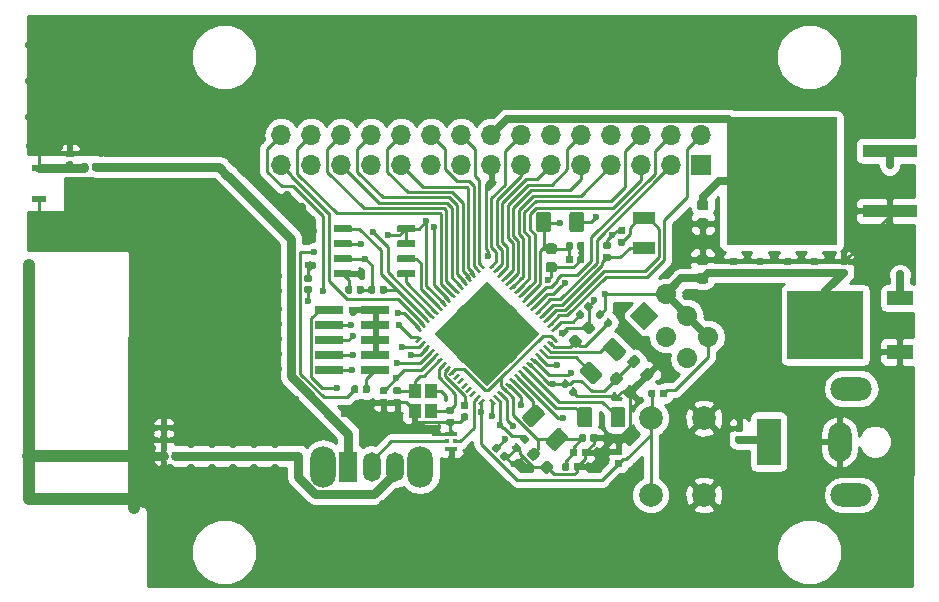
<source format=gtl>
G04 #@! TF.GenerationSoftware,KiCad,Pcbnew,(6.0.0-rc1-dev-1030-g80d50d98b)*
G04 #@! TF.CreationDate,2018-11-08T14:33:05-07:00*
G04 #@! TF.ProjectId,airmed_board_v1.0,6169726D65645F626F6172645F76312E,rev?*
G04 #@! TF.SameCoordinates,Original*
G04 #@! TF.FileFunction,Copper,L1,Top*
G04 #@! TF.FilePolarity,Positive*
%FSLAX46Y46*%
G04 Gerber Fmt 4.6, Leading zero omitted, Abs format (unit mm)*
G04 Created by KiCad (PCBNEW (6.0.0-rc1-dev-1030-g80d50d98b)) date Thursday, November 08, 2018 at 02:33:05 PM*
%MOMM*%
%LPD*%
G01*
G04 APERTURE LIST*
G04 #@! TA.AperFunction,ComponentPad*
%ADD10C,1.700000*%
G04 #@! TD*
G04 #@! TA.AperFunction,Conductor*
%ADD11C,0.100000*%
G04 #@! TD*
G04 #@! TA.AperFunction,Conductor*
%ADD12C,1.700000*%
G04 #@! TD*
G04 #@! TA.AperFunction,SMDPad,CuDef*
%ADD13C,0.600000*%
G04 #@! TD*
G04 #@! TA.AperFunction,ComponentPad*
%ADD14O,1.700000X1.700000*%
G04 #@! TD*
G04 #@! TA.AperFunction,ComponentPad*
%ADD15R,1.700000X1.700000*%
G04 #@! TD*
G04 #@! TA.AperFunction,SMDPad,CuDef*
%ADD16C,1.250000*%
G04 #@! TD*
G04 #@! TA.AperFunction,ComponentPad*
%ADD17C,2.000000*%
G04 #@! TD*
G04 #@! TA.AperFunction,SMDPad,CuDef*
%ADD18R,4.600000X1.100000*%
G04 #@! TD*
G04 #@! TA.AperFunction,SMDPad,CuDef*
%ADD19R,9.400000X10.800000*%
G04 #@! TD*
G04 #@! TA.AperFunction,SMDPad,CuDef*
%ADD20R,2.200000X1.200000*%
G04 #@! TD*
G04 #@! TA.AperFunction,SMDPad,CuDef*
%ADD21R,6.400000X5.800000*%
G04 #@! TD*
G04 #@! TA.AperFunction,SMDPad,CuDef*
%ADD22R,1.200000X0.500000*%
G04 #@! TD*
G04 #@! TA.AperFunction,SMDPad,CuDef*
%ADD23C,0.875000*%
G04 #@! TD*
G04 #@! TA.AperFunction,SMDPad,CuDef*
%ADD24C,0.590000*%
G04 #@! TD*
G04 #@! TA.AperFunction,ComponentPad*
%ADD25R,2.000000X4.000000*%
G04 #@! TD*
G04 #@! TA.AperFunction,ComponentPad*
%ADD26O,2.000000X3.300000*%
G04 #@! TD*
G04 #@! TA.AperFunction,ComponentPad*
%ADD27O,3.500001X2.000000*%
G04 #@! TD*
G04 #@! TA.AperFunction,SMDPad,CuDef*
%ADD28R,2.400000X0.740000*%
G04 #@! TD*
G04 #@! TA.AperFunction,ComponentPad*
%ADD29R,1.500000X2.500000*%
G04 #@! TD*
G04 #@! TA.AperFunction,ComponentPad*
%ADD30O,1.500000X2.500000*%
G04 #@! TD*
G04 #@! TA.AperFunction,ComponentPad*
%ADD31O,2.200000X3.500001*%
G04 #@! TD*
G04 #@! TA.AperFunction,SMDPad,CuDef*
%ADD32C,0.240000*%
G04 #@! TD*
G04 #@! TA.AperFunction,SMDPad,CuDef*
%ADD33C,6.300000*%
G04 #@! TD*
G04 #@! TA.AperFunction,SMDPad,CuDef*
%ADD34R,0.350000X0.350000*%
G04 #@! TD*
G04 #@! TA.AperFunction,SMDPad,CuDef*
%ADD35R,1.000000X0.450000*%
G04 #@! TD*
G04 #@! TA.AperFunction,SMDPad,CuDef*
%ADD36R,1.100000X1.200000*%
G04 #@! TD*
G04 #@! TA.AperFunction,SMDPad,CuDef*
%ADD37R,1.900000X1.100000*%
G04 #@! TD*
G04 #@! TA.AperFunction,ViaPad*
%ADD38C,0.700000*%
G04 #@! TD*
G04 #@! TA.AperFunction,ViaPad*
%ADD39C,0.600000*%
G04 #@! TD*
G04 #@! TA.AperFunction,Conductor*
%ADD40C,1.016000*%
G04 #@! TD*
G04 #@! TA.AperFunction,Conductor*
%ADD41C,0.254000*%
G04 #@! TD*
G04 #@! TA.AperFunction,Conductor*
%ADD42C,0.762000*%
G04 #@! TD*
G04 #@! TA.AperFunction,Conductor*
%ADD43C,0.635000*%
G04 #@! TD*
G04 APERTURE END LIST*
D10*
G04 #@! TO.P,J2,1*
G04 #@! TO.N,Net-(J2-Pad1)*
X156315400Y-93864800D03*
D11*
G04 #@! TD*
G04 #@! TO.N,Net-(J2-Pad1)*
G04 #@! TO.C,J2*
G36*
X156315400Y-95066882D02*
X155113318Y-93864800D01*
X156315400Y-92662718D01*
X157517482Y-93864800D01*
X156315400Y-95066882D01*
X156315400Y-95066882D01*
G37*
D10*
G04 #@! TO.P,J2,2*
G04 #@! TO.N,+3V3*
X158111451Y-92068749D03*
D12*
G04 #@! TD*
G04 #@! TO.N,+3V3*
G04 #@! TO.C,J2*
X158111451Y-92068749D02*
X158111451Y-92068749D01*
D10*
G04 #@! TO.P,J2,3*
G04 #@! TO.N,Net-(J2-Pad3)*
X158111451Y-95660851D03*
D12*
G04 #@! TD*
G04 #@! TO.N,Net-(J2-Pad3)*
G04 #@! TO.C,J2*
X158111451Y-95660851D02*
X158111451Y-95660851D01*
D10*
G04 #@! TO.P,J2,4*
G04 #@! TO.N,+3V3*
X159907502Y-93864800D03*
D12*
G04 #@! TD*
G04 #@! TO.N,+3V3*
G04 #@! TO.C,J2*
X159907502Y-93864800D02*
X159907502Y-93864800D01*
D10*
G04 #@! TO.P,J2,5*
G04 #@! TO.N,Net-(J2-Pad5)*
X159907502Y-97456902D03*
D12*
G04 #@! TD*
G04 #@! TO.N,Net-(J2-Pad5)*
G04 #@! TO.C,J2*
X159907502Y-97456902D02*
X159907502Y-97456902D01*
D10*
G04 #@! TO.P,J2,6*
G04 #@! TO.N,+3V3*
X161703554Y-95660851D03*
D12*
G04 #@! TD*
G04 #@! TO.N,+3V3*
G04 #@! TO.C,J2*
X161703554Y-95660851D02*
X161703554Y-95660851D01*
D11*
G04 #@! TO.N,Net-(R6-Pad2)*
G04 #@! TO.C,U5*
G36*
X131420103Y-86199522D02*
X131434664Y-86201682D01*
X131448943Y-86205259D01*
X131462803Y-86210218D01*
X131476110Y-86216512D01*
X131488736Y-86224080D01*
X131500559Y-86232848D01*
X131511466Y-86242734D01*
X131521352Y-86253641D01*
X131530120Y-86265464D01*
X131537688Y-86278090D01*
X131543982Y-86291397D01*
X131548941Y-86305257D01*
X131552518Y-86319536D01*
X131554678Y-86334097D01*
X131555400Y-86348800D01*
X131555400Y-86648800D01*
X131554678Y-86663503D01*
X131552518Y-86678064D01*
X131548941Y-86692343D01*
X131543982Y-86706203D01*
X131537688Y-86719510D01*
X131530120Y-86732136D01*
X131521352Y-86743959D01*
X131511466Y-86754866D01*
X131500559Y-86764752D01*
X131488736Y-86773520D01*
X131476110Y-86781088D01*
X131462803Y-86787382D01*
X131448943Y-86792341D01*
X131434664Y-86795918D01*
X131420103Y-86798078D01*
X131405400Y-86798800D01*
X130155400Y-86798800D01*
X130140697Y-86798078D01*
X130126136Y-86795918D01*
X130111857Y-86792341D01*
X130097997Y-86787382D01*
X130084690Y-86781088D01*
X130072064Y-86773520D01*
X130060241Y-86764752D01*
X130049334Y-86754866D01*
X130039448Y-86743959D01*
X130030680Y-86732136D01*
X130023112Y-86719510D01*
X130016818Y-86706203D01*
X130011859Y-86692343D01*
X130008282Y-86678064D01*
X130006122Y-86663503D01*
X130005400Y-86648800D01*
X130005400Y-86348800D01*
X130006122Y-86334097D01*
X130008282Y-86319536D01*
X130011859Y-86305257D01*
X130016818Y-86291397D01*
X130023112Y-86278090D01*
X130030680Y-86265464D01*
X130039448Y-86253641D01*
X130049334Y-86242734D01*
X130060241Y-86232848D01*
X130072064Y-86224080D01*
X130084690Y-86216512D01*
X130097997Y-86210218D01*
X130111857Y-86205259D01*
X130126136Y-86201682D01*
X130140697Y-86199522D01*
X130155400Y-86198800D01*
X131405400Y-86198800D01*
X131420103Y-86199522D01*
X131420103Y-86199522D01*
G37*
D13*
G04 #@! TD*
G04 #@! TO.P,U5,1*
G04 #@! TO.N,Net-(R6-Pad2)*
X130780400Y-86498800D03*
D11*
G04 #@! TO.N,Net-(U3-Pad13)*
G04 #@! TO.C,U5*
G36*
X131420103Y-87469522D02*
X131434664Y-87471682D01*
X131448943Y-87475259D01*
X131462803Y-87480218D01*
X131476110Y-87486512D01*
X131488736Y-87494080D01*
X131500559Y-87502848D01*
X131511466Y-87512734D01*
X131521352Y-87523641D01*
X131530120Y-87535464D01*
X131537688Y-87548090D01*
X131543982Y-87561397D01*
X131548941Y-87575257D01*
X131552518Y-87589536D01*
X131554678Y-87604097D01*
X131555400Y-87618800D01*
X131555400Y-87918800D01*
X131554678Y-87933503D01*
X131552518Y-87948064D01*
X131548941Y-87962343D01*
X131543982Y-87976203D01*
X131537688Y-87989510D01*
X131530120Y-88002136D01*
X131521352Y-88013959D01*
X131511466Y-88024866D01*
X131500559Y-88034752D01*
X131488736Y-88043520D01*
X131476110Y-88051088D01*
X131462803Y-88057382D01*
X131448943Y-88062341D01*
X131434664Y-88065918D01*
X131420103Y-88068078D01*
X131405400Y-88068800D01*
X130155400Y-88068800D01*
X130140697Y-88068078D01*
X130126136Y-88065918D01*
X130111857Y-88062341D01*
X130097997Y-88057382D01*
X130084690Y-88051088D01*
X130072064Y-88043520D01*
X130060241Y-88034752D01*
X130049334Y-88024866D01*
X130039448Y-88013959D01*
X130030680Y-88002136D01*
X130023112Y-87989510D01*
X130016818Y-87976203D01*
X130011859Y-87962343D01*
X130008282Y-87948064D01*
X130006122Y-87933503D01*
X130005400Y-87918800D01*
X130005400Y-87618800D01*
X130006122Y-87604097D01*
X130008282Y-87589536D01*
X130011859Y-87575257D01*
X130016818Y-87561397D01*
X130023112Y-87548090D01*
X130030680Y-87535464D01*
X130039448Y-87523641D01*
X130049334Y-87512734D01*
X130060241Y-87502848D01*
X130072064Y-87494080D01*
X130084690Y-87486512D01*
X130097997Y-87480218D01*
X130111857Y-87475259D01*
X130126136Y-87471682D01*
X130140697Y-87469522D01*
X130155400Y-87468800D01*
X131405400Y-87468800D01*
X131420103Y-87469522D01*
X131420103Y-87469522D01*
G37*
D13*
G04 #@! TD*
G04 #@! TO.P,U5,2*
G04 #@! TO.N,Net-(U3-Pad13)*
X130780400Y-87768800D03*
D11*
G04 #@! TO.N,+3V3*
G04 #@! TO.C,U5*
G36*
X131420103Y-88739522D02*
X131434664Y-88741682D01*
X131448943Y-88745259D01*
X131462803Y-88750218D01*
X131476110Y-88756512D01*
X131488736Y-88764080D01*
X131500559Y-88772848D01*
X131511466Y-88782734D01*
X131521352Y-88793641D01*
X131530120Y-88805464D01*
X131537688Y-88818090D01*
X131543982Y-88831397D01*
X131548941Y-88845257D01*
X131552518Y-88859536D01*
X131554678Y-88874097D01*
X131555400Y-88888800D01*
X131555400Y-89188800D01*
X131554678Y-89203503D01*
X131552518Y-89218064D01*
X131548941Y-89232343D01*
X131543982Y-89246203D01*
X131537688Y-89259510D01*
X131530120Y-89272136D01*
X131521352Y-89283959D01*
X131511466Y-89294866D01*
X131500559Y-89304752D01*
X131488736Y-89313520D01*
X131476110Y-89321088D01*
X131462803Y-89327382D01*
X131448943Y-89332341D01*
X131434664Y-89335918D01*
X131420103Y-89338078D01*
X131405400Y-89338800D01*
X130155400Y-89338800D01*
X130140697Y-89338078D01*
X130126136Y-89335918D01*
X130111857Y-89332341D01*
X130097997Y-89327382D01*
X130084690Y-89321088D01*
X130072064Y-89313520D01*
X130060241Y-89304752D01*
X130049334Y-89294866D01*
X130039448Y-89283959D01*
X130030680Y-89272136D01*
X130023112Y-89259510D01*
X130016818Y-89246203D01*
X130011859Y-89232343D01*
X130008282Y-89218064D01*
X130006122Y-89203503D01*
X130005400Y-89188800D01*
X130005400Y-88888800D01*
X130006122Y-88874097D01*
X130008282Y-88859536D01*
X130011859Y-88845257D01*
X130016818Y-88831397D01*
X130023112Y-88818090D01*
X130030680Y-88805464D01*
X130039448Y-88793641D01*
X130049334Y-88782734D01*
X130060241Y-88772848D01*
X130072064Y-88764080D01*
X130084690Y-88756512D01*
X130097997Y-88750218D01*
X130111857Y-88745259D01*
X130126136Y-88741682D01*
X130140697Y-88739522D01*
X130155400Y-88738800D01*
X131405400Y-88738800D01*
X131420103Y-88739522D01*
X131420103Y-88739522D01*
G37*
D13*
G04 #@! TD*
G04 #@! TO.P,U5,3*
G04 #@! TO.N,+3V3*
X130780400Y-89038800D03*
D11*
G04 #@! TO.N,GND*
G04 #@! TO.C,U5*
G36*
X131420103Y-90009522D02*
X131434664Y-90011682D01*
X131448943Y-90015259D01*
X131462803Y-90020218D01*
X131476110Y-90026512D01*
X131488736Y-90034080D01*
X131500559Y-90042848D01*
X131511466Y-90052734D01*
X131521352Y-90063641D01*
X131530120Y-90075464D01*
X131537688Y-90088090D01*
X131543982Y-90101397D01*
X131548941Y-90115257D01*
X131552518Y-90129536D01*
X131554678Y-90144097D01*
X131555400Y-90158800D01*
X131555400Y-90458800D01*
X131554678Y-90473503D01*
X131552518Y-90488064D01*
X131548941Y-90502343D01*
X131543982Y-90516203D01*
X131537688Y-90529510D01*
X131530120Y-90542136D01*
X131521352Y-90553959D01*
X131511466Y-90564866D01*
X131500559Y-90574752D01*
X131488736Y-90583520D01*
X131476110Y-90591088D01*
X131462803Y-90597382D01*
X131448943Y-90602341D01*
X131434664Y-90605918D01*
X131420103Y-90608078D01*
X131405400Y-90608800D01*
X130155400Y-90608800D01*
X130140697Y-90608078D01*
X130126136Y-90605918D01*
X130111857Y-90602341D01*
X130097997Y-90597382D01*
X130084690Y-90591088D01*
X130072064Y-90583520D01*
X130060241Y-90574752D01*
X130049334Y-90564866D01*
X130039448Y-90553959D01*
X130030680Y-90542136D01*
X130023112Y-90529510D01*
X130016818Y-90516203D01*
X130011859Y-90502343D01*
X130008282Y-90488064D01*
X130006122Y-90473503D01*
X130005400Y-90458800D01*
X130005400Y-90158800D01*
X130006122Y-90144097D01*
X130008282Y-90129536D01*
X130011859Y-90115257D01*
X130016818Y-90101397D01*
X130023112Y-90088090D01*
X130030680Y-90075464D01*
X130039448Y-90063641D01*
X130049334Y-90052734D01*
X130060241Y-90042848D01*
X130072064Y-90034080D01*
X130084690Y-90026512D01*
X130097997Y-90020218D01*
X130111857Y-90015259D01*
X130126136Y-90011682D01*
X130140697Y-90009522D01*
X130155400Y-90008800D01*
X131405400Y-90008800D01*
X131420103Y-90009522D01*
X131420103Y-90009522D01*
G37*
D13*
G04 #@! TD*
G04 #@! TO.P,U5,4*
G04 #@! TO.N,GND*
X130780400Y-90308800D03*
D11*
G04 #@! TO.N,Net-(U3-Pad12)*
G04 #@! TO.C,U5*
G36*
X136770103Y-90009522D02*
X136784664Y-90011682D01*
X136798943Y-90015259D01*
X136812803Y-90020218D01*
X136826110Y-90026512D01*
X136838736Y-90034080D01*
X136850559Y-90042848D01*
X136861466Y-90052734D01*
X136871352Y-90063641D01*
X136880120Y-90075464D01*
X136887688Y-90088090D01*
X136893982Y-90101397D01*
X136898941Y-90115257D01*
X136902518Y-90129536D01*
X136904678Y-90144097D01*
X136905400Y-90158800D01*
X136905400Y-90458800D01*
X136904678Y-90473503D01*
X136902518Y-90488064D01*
X136898941Y-90502343D01*
X136893982Y-90516203D01*
X136887688Y-90529510D01*
X136880120Y-90542136D01*
X136871352Y-90553959D01*
X136861466Y-90564866D01*
X136850559Y-90574752D01*
X136838736Y-90583520D01*
X136826110Y-90591088D01*
X136812803Y-90597382D01*
X136798943Y-90602341D01*
X136784664Y-90605918D01*
X136770103Y-90608078D01*
X136755400Y-90608800D01*
X135505400Y-90608800D01*
X135490697Y-90608078D01*
X135476136Y-90605918D01*
X135461857Y-90602341D01*
X135447997Y-90597382D01*
X135434690Y-90591088D01*
X135422064Y-90583520D01*
X135410241Y-90574752D01*
X135399334Y-90564866D01*
X135389448Y-90553959D01*
X135380680Y-90542136D01*
X135373112Y-90529510D01*
X135366818Y-90516203D01*
X135361859Y-90502343D01*
X135358282Y-90488064D01*
X135356122Y-90473503D01*
X135355400Y-90458800D01*
X135355400Y-90158800D01*
X135356122Y-90144097D01*
X135358282Y-90129536D01*
X135361859Y-90115257D01*
X135366818Y-90101397D01*
X135373112Y-90088090D01*
X135380680Y-90075464D01*
X135389448Y-90063641D01*
X135399334Y-90052734D01*
X135410241Y-90042848D01*
X135422064Y-90034080D01*
X135434690Y-90026512D01*
X135447997Y-90020218D01*
X135461857Y-90015259D01*
X135476136Y-90011682D01*
X135490697Y-90009522D01*
X135505400Y-90008800D01*
X136755400Y-90008800D01*
X136770103Y-90009522D01*
X136770103Y-90009522D01*
G37*
D13*
G04 #@! TD*
G04 #@! TO.P,U5,5*
G04 #@! TO.N,Net-(U3-Pad12)*
X136130400Y-90308800D03*
D11*
G04 #@! TO.N,Net-(U3-Pad11)*
G04 #@! TO.C,U5*
G36*
X136770103Y-88739522D02*
X136784664Y-88741682D01*
X136798943Y-88745259D01*
X136812803Y-88750218D01*
X136826110Y-88756512D01*
X136838736Y-88764080D01*
X136850559Y-88772848D01*
X136861466Y-88782734D01*
X136871352Y-88793641D01*
X136880120Y-88805464D01*
X136887688Y-88818090D01*
X136893982Y-88831397D01*
X136898941Y-88845257D01*
X136902518Y-88859536D01*
X136904678Y-88874097D01*
X136905400Y-88888800D01*
X136905400Y-89188800D01*
X136904678Y-89203503D01*
X136902518Y-89218064D01*
X136898941Y-89232343D01*
X136893982Y-89246203D01*
X136887688Y-89259510D01*
X136880120Y-89272136D01*
X136871352Y-89283959D01*
X136861466Y-89294866D01*
X136850559Y-89304752D01*
X136838736Y-89313520D01*
X136826110Y-89321088D01*
X136812803Y-89327382D01*
X136798943Y-89332341D01*
X136784664Y-89335918D01*
X136770103Y-89338078D01*
X136755400Y-89338800D01*
X135505400Y-89338800D01*
X135490697Y-89338078D01*
X135476136Y-89335918D01*
X135461857Y-89332341D01*
X135447997Y-89327382D01*
X135434690Y-89321088D01*
X135422064Y-89313520D01*
X135410241Y-89304752D01*
X135399334Y-89294866D01*
X135389448Y-89283959D01*
X135380680Y-89272136D01*
X135373112Y-89259510D01*
X135366818Y-89246203D01*
X135361859Y-89232343D01*
X135358282Y-89218064D01*
X135356122Y-89203503D01*
X135355400Y-89188800D01*
X135355400Y-88888800D01*
X135356122Y-88874097D01*
X135358282Y-88859536D01*
X135361859Y-88845257D01*
X135366818Y-88831397D01*
X135373112Y-88818090D01*
X135380680Y-88805464D01*
X135389448Y-88793641D01*
X135399334Y-88782734D01*
X135410241Y-88772848D01*
X135422064Y-88764080D01*
X135434690Y-88756512D01*
X135447997Y-88750218D01*
X135461857Y-88745259D01*
X135476136Y-88741682D01*
X135490697Y-88739522D01*
X135505400Y-88738800D01*
X136755400Y-88738800D01*
X136770103Y-88739522D01*
X136770103Y-88739522D01*
G37*
D13*
G04 #@! TD*
G04 #@! TO.P,U5,6*
G04 #@! TO.N,Net-(U3-Pad11)*
X136130400Y-89038800D03*
D11*
G04 #@! TO.N,+3V3*
G04 #@! TO.C,U5*
G36*
X136770103Y-87469522D02*
X136784664Y-87471682D01*
X136798943Y-87475259D01*
X136812803Y-87480218D01*
X136826110Y-87486512D01*
X136838736Y-87494080D01*
X136850559Y-87502848D01*
X136861466Y-87512734D01*
X136871352Y-87523641D01*
X136880120Y-87535464D01*
X136887688Y-87548090D01*
X136893982Y-87561397D01*
X136898941Y-87575257D01*
X136902518Y-87589536D01*
X136904678Y-87604097D01*
X136905400Y-87618800D01*
X136905400Y-87918800D01*
X136904678Y-87933503D01*
X136902518Y-87948064D01*
X136898941Y-87962343D01*
X136893982Y-87976203D01*
X136887688Y-87989510D01*
X136880120Y-88002136D01*
X136871352Y-88013959D01*
X136861466Y-88024866D01*
X136850559Y-88034752D01*
X136838736Y-88043520D01*
X136826110Y-88051088D01*
X136812803Y-88057382D01*
X136798943Y-88062341D01*
X136784664Y-88065918D01*
X136770103Y-88068078D01*
X136755400Y-88068800D01*
X135505400Y-88068800D01*
X135490697Y-88068078D01*
X135476136Y-88065918D01*
X135461857Y-88062341D01*
X135447997Y-88057382D01*
X135434690Y-88051088D01*
X135422064Y-88043520D01*
X135410241Y-88034752D01*
X135399334Y-88024866D01*
X135389448Y-88013959D01*
X135380680Y-88002136D01*
X135373112Y-87989510D01*
X135366818Y-87976203D01*
X135361859Y-87962343D01*
X135358282Y-87948064D01*
X135356122Y-87933503D01*
X135355400Y-87918800D01*
X135355400Y-87618800D01*
X135356122Y-87604097D01*
X135358282Y-87589536D01*
X135361859Y-87575257D01*
X135366818Y-87561397D01*
X135373112Y-87548090D01*
X135380680Y-87535464D01*
X135389448Y-87523641D01*
X135399334Y-87512734D01*
X135410241Y-87502848D01*
X135422064Y-87494080D01*
X135434690Y-87486512D01*
X135447997Y-87480218D01*
X135461857Y-87475259D01*
X135476136Y-87471682D01*
X135490697Y-87469522D01*
X135505400Y-87468800D01*
X136755400Y-87468800D01*
X136770103Y-87469522D01*
X136770103Y-87469522D01*
G37*
D13*
G04 #@! TD*
G04 #@! TO.P,U5,7*
G04 #@! TO.N,+3V3*
X136130400Y-87768800D03*
D11*
G04 #@! TO.N,+3V3*
G04 #@! TO.C,U5*
G36*
X136770103Y-86199522D02*
X136784664Y-86201682D01*
X136798943Y-86205259D01*
X136812803Y-86210218D01*
X136826110Y-86216512D01*
X136838736Y-86224080D01*
X136850559Y-86232848D01*
X136861466Y-86242734D01*
X136871352Y-86253641D01*
X136880120Y-86265464D01*
X136887688Y-86278090D01*
X136893982Y-86291397D01*
X136898941Y-86305257D01*
X136902518Y-86319536D01*
X136904678Y-86334097D01*
X136905400Y-86348800D01*
X136905400Y-86648800D01*
X136904678Y-86663503D01*
X136902518Y-86678064D01*
X136898941Y-86692343D01*
X136893982Y-86706203D01*
X136887688Y-86719510D01*
X136880120Y-86732136D01*
X136871352Y-86743959D01*
X136861466Y-86754866D01*
X136850559Y-86764752D01*
X136838736Y-86773520D01*
X136826110Y-86781088D01*
X136812803Y-86787382D01*
X136798943Y-86792341D01*
X136784664Y-86795918D01*
X136770103Y-86798078D01*
X136755400Y-86798800D01*
X135505400Y-86798800D01*
X135490697Y-86798078D01*
X135476136Y-86795918D01*
X135461857Y-86792341D01*
X135447997Y-86787382D01*
X135434690Y-86781088D01*
X135422064Y-86773520D01*
X135410241Y-86764752D01*
X135399334Y-86754866D01*
X135389448Y-86743959D01*
X135380680Y-86732136D01*
X135373112Y-86719510D01*
X135366818Y-86706203D01*
X135361859Y-86692343D01*
X135358282Y-86678064D01*
X135356122Y-86663503D01*
X135355400Y-86648800D01*
X135355400Y-86348800D01*
X135356122Y-86334097D01*
X135358282Y-86319536D01*
X135361859Y-86305257D01*
X135366818Y-86291397D01*
X135373112Y-86278090D01*
X135380680Y-86265464D01*
X135389448Y-86253641D01*
X135399334Y-86242734D01*
X135410241Y-86232848D01*
X135422064Y-86224080D01*
X135434690Y-86216512D01*
X135447997Y-86210218D01*
X135461857Y-86205259D01*
X135476136Y-86201682D01*
X135490697Y-86199522D01*
X135505400Y-86198800D01*
X136755400Y-86198800D01*
X136770103Y-86199522D01*
X136770103Y-86199522D01*
G37*
D13*
G04 #@! TD*
G04 #@! TO.P,U5,8*
G04 #@! TO.N,+3V3*
X136130400Y-86498800D03*
D14*
G04 #@! TO.P,J3,30*
G04 #@! TO.N,/GPIO28*
X125556000Y-78574000D03*
G04 #@! TO.P,J3,29*
G04 #@! TO.N,/GPIO22*
X125556000Y-81114000D03*
G04 #@! TO.P,J3,28*
G04 #@! TO.N,/GPIO17*
X128096000Y-78574000D03*
G04 #@! TO.P,J3,27*
G04 #@! TO.N,GND*
X128096000Y-81114000D03*
G04 #@! TO.P,J3,26*
G04 #@! TO.N,/GPIO16*
X130636000Y-78574000D03*
G04 #@! TO.P,J3,25*
G04 #@! TO.N,/GPIO15*
X130636000Y-81114000D03*
G04 #@! TO.P,J3,24*
G04 #@! TO.N,/GPIO14*
X133176000Y-78574000D03*
G04 #@! TO.P,J3,23*
G04 #@! TO.N,GND*
X133176000Y-81114000D03*
G04 #@! TO.P,J3,22*
G04 #@! TO.N,/GPIO13*
X135716000Y-78574000D03*
G04 #@! TO.P,J3,21*
G04 #@! TO.N,/GPIO12*
X135716000Y-81114000D03*
G04 #@! TO.P,J3,20*
G04 #@! TO.N,/GPIO11*
X138256000Y-78574000D03*
G04 #@! TO.P,J3,19*
G04 #@! TO.N,GND*
X138256000Y-81114000D03*
G04 #@! TO.P,J3,18*
G04 #@! TO.N,/GPIO10*
X140796000Y-78574000D03*
G04 #@! TO.P,J3,17*
G04 #@! TO.N,+3V3*
X140796000Y-81114000D03*
G04 #@! TO.P,J3,16*
G04 #@! TO.N,+5V*
X143336000Y-78574000D03*
G04 #@! TO.P,J3,15*
G04 #@! TO.N,GND*
X143336000Y-81114000D03*
G04 #@! TO.P,J3,14*
G04 #@! TO.N,/GPIO9*
X145876000Y-78574000D03*
G04 #@! TO.P,J3,13*
G04 #@! TO.N,/GPIO8*
X145876000Y-81114000D03*
G04 #@! TO.P,J3,12*
G04 #@! TO.N,GND*
X148416000Y-78574000D03*
G04 #@! TO.P,J3,11*
G04 #@! TO.N,/GPIO7*
X148416000Y-81114000D03*
G04 #@! TO.P,J3,10*
G04 #@! TO.N,/GPIO6*
X150956000Y-78574000D03*
G04 #@! TO.P,J3,9*
G04 #@! TO.N,/GPIO5*
X150956000Y-81114000D03*
G04 #@! TO.P,J3,8*
G04 #@! TO.N,GND*
X153496000Y-78574000D03*
G04 #@! TO.P,J3,7*
G04 #@! TO.N,/GPIO4*
X153496000Y-81114000D03*
G04 #@! TO.P,J3,6*
G04 #@! TO.N,/GPIO3*
X156036000Y-78574000D03*
G04 #@! TO.P,J3,5*
G04 #@! TO.N,/GPIO2*
X156036000Y-81114000D03*
G04 #@! TO.P,J3,4*
G04 #@! TO.N,/GPIO1*
X158576000Y-78574000D03*
G04 #@! TO.P,J3,3*
G04 #@! TO.N,/GPIO30*
X158576000Y-81114000D03*
G04 #@! TO.P,J3,2*
G04 #@! TO.N,/GPIO0*
X161116000Y-78574000D03*
D15*
G04 #@! TO.P,J3,1*
G04 #@! TO.N,+12V*
X161116000Y-81114000D03*
G04 #@! TD*
D11*
G04 #@! TO.N,Net-(L2-Pad2)*
G04 #@! TO.C,L2*
G36*
X151670004Y-101588904D02*
X151694273Y-101592504D01*
X151718071Y-101598465D01*
X151741171Y-101606730D01*
X151763349Y-101617220D01*
X151784393Y-101629833D01*
X151804098Y-101644447D01*
X151822277Y-101660923D01*
X151838753Y-101679102D01*
X151853367Y-101698807D01*
X151865980Y-101719851D01*
X151876470Y-101742029D01*
X151884735Y-101765129D01*
X151890696Y-101788927D01*
X151894296Y-101813196D01*
X151895500Y-101837700D01*
X151895500Y-103087700D01*
X151894296Y-103112204D01*
X151890696Y-103136473D01*
X151884735Y-103160271D01*
X151876470Y-103183371D01*
X151865980Y-103205549D01*
X151853367Y-103226593D01*
X151838753Y-103246298D01*
X151822277Y-103264477D01*
X151804098Y-103280953D01*
X151784393Y-103295567D01*
X151763349Y-103308180D01*
X151741171Y-103318670D01*
X151718071Y-103326935D01*
X151694273Y-103332896D01*
X151670004Y-103336496D01*
X151645500Y-103337700D01*
X150895500Y-103337700D01*
X150870996Y-103336496D01*
X150846727Y-103332896D01*
X150822929Y-103326935D01*
X150799829Y-103318670D01*
X150777651Y-103308180D01*
X150756607Y-103295567D01*
X150736902Y-103280953D01*
X150718723Y-103264477D01*
X150702247Y-103246298D01*
X150687633Y-103226593D01*
X150675020Y-103205549D01*
X150664530Y-103183371D01*
X150656265Y-103160271D01*
X150650304Y-103136473D01*
X150646704Y-103112204D01*
X150645500Y-103087700D01*
X150645500Y-101837700D01*
X150646704Y-101813196D01*
X150650304Y-101788927D01*
X150656265Y-101765129D01*
X150664530Y-101742029D01*
X150675020Y-101719851D01*
X150687633Y-101698807D01*
X150702247Y-101679102D01*
X150718723Y-101660923D01*
X150736902Y-101644447D01*
X150756607Y-101629833D01*
X150777651Y-101617220D01*
X150799829Y-101606730D01*
X150822929Y-101598465D01*
X150846727Y-101592504D01*
X150870996Y-101588904D01*
X150895500Y-101587700D01*
X151645500Y-101587700D01*
X151670004Y-101588904D01*
X151670004Y-101588904D01*
G37*
D16*
G04 #@! TD*
G04 #@! TO.P,L2,2*
G04 #@! TO.N,Net-(L2-Pad2)*
X151270500Y-102462700D03*
D11*
G04 #@! TO.N,Net-(L2-Pad1)*
G04 #@! TO.C,L2*
G36*
X154470004Y-101588904D02*
X154494273Y-101592504D01*
X154518071Y-101598465D01*
X154541171Y-101606730D01*
X154563349Y-101617220D01*
X154584393Y-101629833D01*
X154604098Y-101644447D01*
X154622277Y-101660923D01*
X154638753Y-101679102D01*
X154653367Y-101698807D01*
X154665980Y-101719851D01*
X154676470Y-101742029D01*
X154684735Y-101765129D01*
X154690696Y-101788927D01*
X154694296Y-101813196D01*
X154695500Y-101837700D01*
X154695500Y-103087700D01*
X154694296Y-103112204D01*
X154690696Y-103136473D01*
X154684735Y-103160271D01*
X154676470Y-103183371D01*
X154665980Y-103205549D01*
X154653367Y-103226593D01*
X154638753Y-103246298D01*
X154622277Y-103264477D01*
X154604098Y-103280953D01*
X154584393Y-103295567D01*
X154563349Y-103308180D01*
X154541171Y-103318670D01*
X154518071Y-103326935D01*
X154494273Y-103332896D01*
X154470004Y-103336496D01*
X154445500Y-103337700D01*
X153695500Y-103337700D01*
X153670996Y-103336496D01*
X153646727Y-103332896D01*
X153622929Y-103326935D01*
X153599829Y-103318670D01*
X153577651Y-103308180D01*
X153556607Y-103295567D01*
X153536902Y-103280953D01*
X153518723Y-103264477D01*
X153502247Y-103246298D01*
X153487633Y-103226593D01*
X153475020Y-103205549D01*
X153464530Y-103183371D01*
X153456265Y-103160271D01*
X153450304Y-103136473D01*
X153446704Y-103112204D01*
X153445500Y-103087700D01*
X153445500Y-101837700D01*
X153446704Y-101813196D01*
X153450304Y-101788927D01*
X153456265Y-101765129D01*
X153464530Y-101742029D01*
X153475020Y-101719851D01*
X153487633Y-101698807D01*
X153502247Y-101679102D01*
X153518723Y-101660923D01*
X153536902Y-101644447D01*
X153556607Y-101629833D01*
X153577651Y-101617220D01*
X153599829Y-101606730D01*
X153622929Y-101598465D01*
X153646727Y-101592504D01*
X153670996Y-101588904D01*
X153695500Y-101587700D01*
X154445500Y-101587700D01*
X154470004Y-101588904D01*
X154470004Y-101588904D01*
G37*
D16*
G04 #@! TD*
G04 #@! TO.P,L2,1*
G04 #@! TO.N,Net-(L2-Pad1)*
X154070500Y-102462700D03*
D17*
G04 #@! TO.P,SW2,2*
G04 #@! TO.N,GND*
X161348800Y-109054000D03*
G04 #@! TO.P,SW2,1*
G04 #@! TO.N,/nRESET*
X156848800Y-109054000D03*
G04 #@! TO.P,SW2,2*
G04 #@! TO.N,GND*
X161348800Y-102554000D03*
G04 #@! TO.P,SW2,1*
G04 #@! TO.N,/nRESET*
X156848800Y-102554000D03*
G04 #@! TD*
D18*
G04 #@! TO.P,U1,1*
G04 #@! TO.N,GND*
X177076400Y-85000200D03*
G04 #@! TO.P,U1,3*
G04 #@! TO.N,+12V*
X177076400Y-79920200D03*
D19*
G04 #@! TO.P,U1,2*
G04 #@! TO.N,+5V*
X167926400Y-82460200D03*
G04 #@! TD*
D20*
G04 #@! TO.P,U2,1*
G04 #@! TO.N,GND*
X177927100Y-96944900D03*
G04 #@! TO.P,U2,3*
G04 #@! TO.N,+12V*
X177927100Y-92384900D03*
D21*
G04 #@! TO.P,U2,2*
G04 #@! TO.N,+3V3*
X171627100Y-94664900D03*
G04 #@! TD*
D22*
G04 #@! TO.P,AE1,1*
G04 #@! TO.N,GND*
X105032800Y-81338800D03*
G04 #@! TO.P,AE1,2*
X105032800Y-84038800D03*
G04 #@! TD*
D11*
G04 #@! TO.N,Net-(C1-Pad1)*
G04 #@! TO.C,C1*
G36*
X155463611Y-97199380D02*
X155484846Y-97202530D01*
X155505670Y-97207746D01*
X155525882Y-97214978D01*
X155545288Y-97224157D01*
X155563701Y-97235193D01*
X155580944Y-97247981D01*
X155596850Y-97262397D01*
X155906209Y-97571756D01*
X155920625Y-97587662D01*
X155933413Y-97604905D01*
X155944449Y-97623318D01*
X155953628Y-97642724D01*
X155960860Y-97662936D01*
X155966076Y-97683760D01*
X155969226Y-97704995D01*
X155970279Y-97726436D01*
X155969226Y-97747877D01*
X155966076Y-97769112D01*
X155960860Y-97789936D01*
X155953628Y-97810148D01*
X155944449Y-97829554D01*
X155933413Y-97847967D01*
X155920625Y-97865210D01*
X155906209Y-97881116D01*
X155543816Y-98243509D01*
X155527910Y-98257925D01*
X155510667Y-98270713D01*
X155492254Y-98281749D01*
X155472848Y-98290928D01*
X155452636Y-98298160D01*
X155431812Y-98303376D01*
X155410577Y-98306526D01*
X155389136Y-98307579D01*
X155367695Y-98306526D01*
X155346460Y-98303376D01*
X155325636Y-98298160D01*
X155305424Y-98290928D01*
X155286018Y-98281749D01*
X155267605Y-98270713D01*
X155250362Y-98257925D01*
X155234456Y-98243509D01*
X154925097Y-97934150D01*
X154910681Y-97918244D01*
X154897893Y-97901001D01*
X154886857Y-97882588D01*
X154877678Y-97863182D01*
X154870446Y-97842970D01*
X154865230Y-97822146D01*
X154862080Y-97800911D01*
X154861027Y-97779470D01*
X154862080Y-97758029D01*
X154865230Y-97736794D01*
X154870446Y-97715970D01*
X154877678Y-97695758D01*
X154886857Y-97676352D01*
X154897893Y-97657939D01*
X154910681Y-97640696D01*
X154925097Y-97624790D01*
X155287490Y-97262397D01*
X155303396Y-97247981D01*
X155320639Y-97235193D01*
X155339052Y-97224157D01*
X155358458Y-97214978D01*
X155378670Y-97207746D01*
X155399494Y-97202530D01*
X155420729Y-97199380D01*
X155442170Y-97198327D01*
X155463611Y-97199380D01*
X155463611Y-97199380D01*
G37*
D23*
G04 #@! TD*
G04 #@! TO.P,C1,1*
G04 #@! TO.N,Net-(C1-Pad1)*
X155415653Y-97752953D03*
D11*
G04 #@! TO.N,GND*
G04 #@! TO.C,C1*
G36*
X156577305Y-98313074D02*
X156598540Y-98316224D01*
X156619364Y-98321440D01*
X156639576Y-98328672D01*
X156658982Y-98337851D01*
X156677395Y-98348887D01*
X156694638Y-98361675D01*
X156710544Y-98376091D01*
X157019903Y-98685450D01*
X157034319Y-98701356D01*
X157047107Y-98718599D01*
X157058143Y-98737012D01*
X157067322Y-98756418D01*
X157074554Y-98776630D01*
X157079770Y-98797454D01*
X157082920Y-98818689D01*
X157083973Y-98840130D01*
X157082920Y-98861571D01*
X157079770Y-98882806D01*
X157074554Y-98903630D01*
X157067322Y-98923842D01*
X157058143Y-98943248D01*
X157047107Y-98961661D01*
X157034319Y-98978904D01*
X157019903Y-98994810D01*
X156657510Y-99357203D01*
X156641604Y-99371619D01*
X156624361Y-99384407D01*
X156605948Y-99395443D01*
X156586542Y-99404622D01*
X156566330Y-99411854D01*
X156545506Y-99417070D01*
X156524271Y-99420220D01*
X156502830Y-99421273D01*
X156481389Y-99420220D01*
X156460154Y-99417070D01*
X156439330Y-99411854D01*
X156419118Y-99404622D01*
X156399712Y-99395443D01*
X156381299Y-99384407D01*
X156364056Y-99371619D01*
X156348150Y-99357203D01*
X156038791Y-99047844D01*
X156024375Y-99031938D01*
X156011587Y-99014695D01*
X156000551Y-98996282D01*
X155991372Y-98976876D01*
X155984140Y-98956664D01*
X155978924Y-98935840D01*
X155975774Y-98914605D01*
X155974721Y-98893164D01*
X155975774Y-98871723D01*
X155978924Y-98850488D01*
X155984140Y-98829664D01*
X155991372Y-98809452D01*
X156000551Y-98790046D01*
X156011587Y-98771633D01*
X156024375Y-98754390D01*
X156038791Y-98738484D01*
X156401184Y-98376091D01*
X156417090Y-98361675D01*
X156434333Y-98348887D01*
X156452746Y-98337851D01*
X156472152Y-98328672D01*
X156492364Y-98321440D01*
X156513188Y-98316224D01*
X156534423Y-98313074D01*
X156555864Y-98312021D01*
X156577305Y-98313074D01*
X156577305Y-98313074D01*
G37*
D23*
G04 #@! TD*
G04 #@! TO.P,C1,2*
G04 #@! TO.N,GND*
X156529347Y-98866647D03*
D11*
G04 #@! TO.N,GND*
G04 #@! TO.C,C2*
G36*
X155104105Y-99748174D02*
X155125340Y-99751324D01*
X155146164Y-99756540D01*
X155166376Y-99763772D01*
X155185782Y-99772951D01*
X155204195Y-99783987D01*
X155221438Y-99796775D01*
X155237344Y-99811191D01*
X155546703Y-100120550D01*
X155561119Y-100136456D01*
X155573907Y-100153699D01*
X155584943Y-100172112D01*
X155594122Y-100191518D01*
X155601354Y-100211730D01*
X155606570Y-100232554D01*
X155609720Y-100253789D01*
X155610773Y-100275230D01*
X155609720Y-100296671D01*
X155606570Y-100317906D01*
X155601354Y-100338730D01*
X155594122Y-100358942D01*
X155584943Y-100378348D01*
X155573907Y-100396761D01*
X155561119Y-100414004D01*
X155546703Y-100429910D01*
X155184310Y-100792303D01*
X155168404Y-100806719D01*
X155151161Y-100819507D01*
X155132748Y-100830543D01*
X155113342Y-100839722D01*
X155093130Y-100846954D01*
X155072306Y-100852170D01*
X155051071Y-100855320D01*
X155029630Y-100856373D01*
X155008189Y-100855320D01*
X154986954Y-100852170D01*
X154966130Y-100846954D01*
X154945918Y-100839722D01*
X154926512Y-100830543D01*
X154908099Y-100819507D01*
X154890856Y-100806719D01*
X154874950Y-100792303D01*
X154565591Y-100482944D01*
X154551175Y-100467038D01*
X154538387Y-100449795D01*
X154527351Y-100431382D01*
X154518172Y-100411976D01*
X154510940Y-100391764D01*
X154505724Y-100370940D01*
X154502574Y-100349705D01*
X154501521Y-100328264D01*
X154502574Y-100306823D01*
X154505724Y-100285588D01*
X154510940Y-100264764D01*
X154518172Y-100244552D01*
X154527351Y-100225146D01*
X154538387Y-100206733D01*
X154551175Y-100189490D01*
X154565591Y-100173584D01*
X154927984Y-99811191D01*
X154943890Y-99796775D01*
X154961133Y-99783987D01*
X154979546Y-99772951D01*
X154998952Y-99763772D01*
X155019164Y-99756540D01*
X155039988Y-99751324D01*
X155061223Y-99748174D01*
X155082664Y-99747121D01*
X155104105Y-99748174D01*
X155104105Y-99748174D01*
G37*
D23*
G04 #@! TD*
G04 #@! TO.P,C2,2*
G04 #@! TO.N,GND*
X155056147Y-100301747D03*
D11*
G04 #@! TO.N,Net-(C1-Pad1)*
G04 #@! TO.C,C2*
G36*
X153990411Y-98634480D02*
X154011646Y-98637630D01*
X154032470Y-98642846D01*
X154052682Y-98650078D01*
X154072088Y-98659257D01*
X154090501Y-98670293D01*
X154107744Y-98683081D01*
X154123650Y-98697497D01*
X154433009Y-99006856D01*
X154447425Y-99022762D01*
X154460213Y-99040005D01*
X154471249Y-99058418D01*
X154480428Y-99077824D01*
X154487660Y-99098036D01*
X154492876Y-99118860D01*
X154496026Y-99140095D01*
X154497079Y-99161536D01*
X154496026Y-99182977D01*
X154492876Y-99204212D01*
X154487660Y-99225036D01*
X154480428Y-99245248D01*
X154471249Y-99264654D01*
X154460213Y-99283067D01*
X154447425Y-99300310D01*
X154433009Y-99316216D01*
X154070616Y-99678609D01*
X154054710Y-99693025D01*
X154037467Y-99705813D01*
X154019054Y-99716849D01*
X153999648Y-99726028D01*
X153979436Y-99733260D01*
X153958612Y-99738476D01*
X153937377Y-99741626D01*
X153915936Y-99742679D01*
X153894495Y-99741626D01*
X153873260Y-99738476D01*
X153852436Y-99733260D01*
X153832224Y-99726028D01*
X153812818Y-99716849D01*
X153794405Y-99705813D01*
X153777162Y-99693025D01*
X153761256Y-99678609D01*
X153451897Y-99369250D01*
X153437481Y-99353344D01*
X153424693Y-99336101D01*
X153413657Y-99317688D01*
X153404478Y-99298282D01*
X153397246Y-99278070D01*
X153392030Y-99257246D01*
X153388880Y-99236011D01*
X153387827Y-99214570D01*
X153388880Y-99193129D01*
X153392030Y-99171894D01*
X153397246Y-99151070D01*
X153404478Y-99130858D01*
X153413657Y-99111452D01*
X153424693Y-99093039D01*
X153437481Y-99075796D01*
X153451897Y-99059890D01*
X153814290Y-98697497D01*
X153830196Y-98683081D01*
X153847439Y-98670293D01*
X153865852Y-98659257D01*
X153885258Y-98650078D01*
X153905470Y-98642846D01*
X153926294Y-98637630D01*
X153947529Y-98634480D01*
X153968970Y-98633427D01*
X153990411Y-98634480D01*
X153990411Y-98634480D01*
G37*
D23*
G04 #@! TD*
G04 #@! TO.P,C2,1*
G04 #@! TO.N,Net-(C1-Pad1)*
X153942453Y-99188053D03*
D11*
G04 #@! TO.N,+12V*
G04 #@! TO.C,C3*
G36*
X164516058Y-104075810D02*
X164530376Y-104077934D01*
X164544417Y-104081451D01*
X164558046Y-104086328D01*
X164571131Y-104092517D01*
X164583547Y-104099958D01*
X164595173Y-104108581D01*
X164605898Y-104118302D01*
X164615619Y-104129027D01*
X164624242Y-104140653D01*
X164631683Y-104153069D01*
X164637872Y-104166154D01*
X164642749Y-104179783D01*
X164646266Y-104193824D01*
X164648390Y-104208142D01*
X164649100Y-104222600D01*
X164649100Y-104517600D01*
X164648390Y-104532058D01*
X164646266Y-104546376D01*
X164642749Y-104560417D01*
X164637872Y-104574046D01*
X164631683Y-104587131D01*
X164624242Y-104599547D01*
X164615619Y-104611173D01*
X164605898Y-104621898D01*
X164595173Y-104631619D01*
X164583547Y-104640242D01*
X164571131Y-104647683D01*
X164558046Y-104653872D01*
X164544417Y-104658749D01*
X164530376Y-104662266D01*
X164516058Y-104664390D01*
X164501600Y-104665100D01*
X164156600Y-104665100D01*
X164142142Y-104664390D01*
X164127824Y-104662266D01*
X164113783Y-104658749D01*
X164100154Y-104653872D01*
X164087069Y-104647683D01*
X164074653Y-104640242D01*
X164063027Y-104631619D01*
X164052302Y-104621898D01*
X164042581Y-104611173D01*
X164033958Y-104599547D01*
X164026517Y-104587131D01*
X164020328Y-104574046D01*
X164015451Y-104560417D01*
X164011934Y-104546376D01*
X164009810Y-104532058D01*
X164009100Y-104517600D01*
X164009100Y-104222600D01*
X164009810Y-104208142D01*
X164011934Y-104193824D01*
X164015451Y-104179783D01*
X164020328Y-104166154D01*
X164026517Y-104153069D01*
X164033958Y-104140653D01*
X164042581Y-104129027D01*
X164052302Y-104118302D01*
X164063027Y-104108581D01*
X164074653Y-104099958D01*
X164087069Y-104092517D01*
X164100154Y-104086328D01*
X164113783Y-104081451D01*
X164127824Y-104077934D01*
X164142142Y-104075810D01*
X164156600Y-104075100D01*
X164501600Y-104075100D01*
X164516058Y-104075810D01*
X164516058Y-104075810D01*
G37*
D24*
G04 #@! TD*
G04 #@! TO.P,C3,1*
G04 #@! TO.N,+12V*
X164329100Y-104370100D03*
D11*
G04 #@! TO.N,GND*
G04 #@! TO.C,C3*
G36*
X164516058Y-103105810D02*
X164530376Y-103107934D01*
X164544417Y-103111451D01*
X164558046Y-103116328D01*
X164571131Y-103122517D01*
X164583547Y-103129958D01*
X164595173Y-103138581D01*
X164605898Y-103148302D01*
X164615619Y-103159027D01*
X164624242Y-103170653D01*
X164631683Y-103183069D01*
X164637872Y-103196154D01*
X164642749Y-103209783D01*
X164646266Y-103223824D01*
X164648390Y-103238142D01*
X164649100Y-103252600D01*
X164649100Y-103547600D01*
X164648390Y-103562058D01*
X164646266Y-103576376D01*
X164642749Y-103590417D01*
X164637872Y-103604046D01*
X164631683Y-103617131D01*
X164624242Y-103629547D01*
X164615619Y-103641173D01*
X164605898Y-103651898D01*
X164595173Y-103661619D01*
X164583547Y-103670242D01*
X164571131Y-103677683D01*
X164558046Y-103683872D01*
X164544417Y-103688749D01*
X164530376Y-103692266D01*
X164516058Y-103694390D01*
X164501600Y-103695100D01*
X164156600Y-103695100D01*
X164142142Y-103694390D01*
X164127824Y-103692266D01*
X164113783Y-103688749D01*
X164100154Y-103683872D01*
X164087069Y-103677683D01*
X164074653Y-103670242D01*
X164063027Y-103661619D01*
X164052302Y-103651898D01*
X164042581Y-103641173D01*
X164033958Y-103629547D01*
X164026517Y-103617131D01*
X164020328Y-103604046D01*
X164015451Y-103590417D01*
X164011934Y-103576376D01*
X164009810Y-103562058D01*
X164009100Y-103547600D01*
X164009100Y-103252600D01*
X164009810Y-103238142D01*
X164011934Y-103223824D01*
X164015451Y-103209783D01*
X164020328Y-103196154D01*
X164026517Y-103183069D01*
X164033958Y-103170653D01*
X164042581Y-103159027D01*
X164052302Y-103148302D01*
X164063027Y-103138581D01*
X164074653Y-103129958D01*
X164087069Y-103122517D01*
X164100154Y-103116328D01*
X164113783Y-103111451D01*
X164127824Y-103107934D01*
X164142142Y-103105810D01*
X164156600Y-103105100D01*
X164501600Y-103105100D01*
X164516058Y-103105810D01*
X164516058Y-103105810D01*
G37*
D24*
G04 #@! TD*
G04 #@! TO.P,C3,2*
G04 #@! TO.N,GND*
X164329100Y-103400100D03*
D11*
G04 #@! TO.N,+5V*
G04 #@! TO.C,C4*
G36*
X161533391Y-84068353D02*
X161554626Y-84071503D01*
X161575450Y-84076719D01*
X161595662Y-84083951D01*
X161615068Y-84093130D01*
X161633481Y-84104166D01*
X161650724Y-84116954D01*
X161666630Y-84131370D01*
X161681046Y-84147276D01*
X161693834Y-84164519D01*
X161704870Y-84182932D01*
X161714049Y-84202338D01*
X161721281Y-84222550D01*
X161726497Y-84243374D01*
X161729647Y-84264609D01*
X161730700Y-84286050D01*
X161730700Y-84723550D01*
X161729647Y-84744991D01*
X161726497Y-84766226D01*
X161721281Y-84787050D01*
X161714049Y-84807262D01*
X161704870Y-84826668D01*
X161693834Y-84845081D01*
X161681046Y-84862324D01*
X161666630Y-84878230D01*
X161650724Y-84892646D01*
X161633481Y-84905434D01*
X161615068Y-84916470D01*
X161595662Y-84925649D01*
X161575450Y-84932881D01*
X161554626Y-84938097D01*
X161533391Y-84941247D01*
X161511950Y-84942300D01*
X160999450Y-84942300D01*
X160978009Y-84941247D01*
X160956774Y-84938097D01*
X160935950Y-84932881D01*
X160915738Y-84925649D01*
X160896332Y-84916470D01*
X160877919Y-84905434D01*
X160860676Y-84892646D01*
X160844770Y-84878230D01*
X160830354Y-84862324D01*
X160817566Y-84845081D01*
X160806530Y-84826668D01*
X160797351Y-84807262D01*
X160790119Y-84787050D01*
X160784903Y-84766226D01*
X160781753Y-84744991D01*
X160780700Y-84723550D01*
X160780700Y-84286050D01*
X160781753Y-84264609D01*
X160784903Y-84243374D01*
X160790119Y-84222550D01*
X160797351Y-84202338D01*
X160806530Y-84182932D01*
X160817566Y-84164519D01*
X160830354Y-84147276D01*
X160844770Y-84131370D01*
X160860676Y-84116954D01*
X160877919Y-84104166D01*
X160896332Y-84093130D01*
X160915738Y-84083951D01*
X160935950Y-84076719D01*
X160956774Y-84071503D01*
X160978009Y-84068353D01*
X160999450Y-84067300D01*
X161511950Y-84067300D01*
X161533391Y-84068353D01*
X161533391Y-84068353D01*
G37*
D23*
G04 #@! TD*
G04 #@! TO.P,C4,1*
G04 #@! TO.N,+5V*
X161255700Y-84504800D03*
D11*
G04 #@! TO.N,GND*
G04 #@! TO.C,C4*
G36*
X161533391Y-85643353D02*
X161554626Y-85646503D01*
X161575450Y-85651719D01*
X161595662Y-85658951D01*
X161615068Y-85668130D01*
X161633481Y-85679166D01*
X161650724Y-85691954D01*
X161666630Y-85706370D01*
X161681046Y-85722276D01*
X161693834Y-85739519D01*
X161704870Y-85757932D01*
X161714049Y-85777338D01*
X161721281Y-85797550D01*
X161726497Y-85818374D01*
X161729647Y-85839609D01*
X161730700Y-85861050D01*
X161730700Y-86298550D01*
X161729647Y-86319991D01*
X161726497Y-86341226D01*
X161721281Y-86362050D01*
X161714049Y-86382262D01*
X161704870Y-86401668D01*
X161693834Y-86420081D01*
X161681046Y-86437324D01*
X161666630Y-86453230D01*
X161650724Y-86467646D01*
X161633481Y-86480434D01*
X161615068Y-86491470D01*
X161595662Y-86500649D01*
X161575450Y-86507881D01*
X161554626Y-86513097D01*
X161533391Y-86516247D01*
X161511950Y-86517300D01*
X160999450Y-86517300D01*
X160978009Y-86516247D01*
X160956774Y-86513097D01*
X160935950Y-86507881D01*
X160915738Y-86500649D01*
X160896332Y-86491470D01*
X160877919Y-86480434D01*
X160860676Y-86467646D01*
X160844770Y-86453230D01*
X160830354Y-86437324D01*
X160817566Y-86420081D01*
X160806530Y-86401668D01*
X160797351Y-86382262D01*
X160790119Y-86362050D01*
X160784903Y-86341226D01*
X160781753Y-86319991D01*
X160780700Y-86298550D01*
X160780700Y-85861050D01*
X160781753Y-85839609D01*
X160784903Y-85818374D01*
X160790119Y-85797550D01*
X160797351Y-85777338D01*
X160806530Y-85757932D01*
X160817566Y-85739519D01*
X160830354Y-85722276D01*
X160844770Y-85706370D01*
X160860676Y-85691954D01*
X160877919Y-85679166D01*
X160896332Y-85668130D01*
X160915738Y-85658951D01*
X160935950Y-85651719D01*
X160956774Y-85646503D01*
X160978009Y-85643353D01*
X160999450Y-85642300D01*
X161511950Y-85642300D01*
X161533391Y-85643353D01*
X161533391Y-85643353D01*
G37*
D23*
G04 #@! TD*
G04 #@! TO.P,C4,2*
G04 #@! TO.N,GND*
X161255700Y-86079800D03*
D11*
G04 #@! TO.N,GND*
G04 #@! TO.C,C5*
G36*
X161507991Y-88703853D02*
X161529226Y-88707003D01*
X161550050Y-88712219D01*
X161570262Y-88719451D01*
X161589668Y-88728630D01*
X161608081Y-88739666D01*
X161625324Y-88752454D01*
X161641230Y-88766870D01*
X161655646Y-88782776D01*
X161668434Y-88800019D01*
X161679470Y-88818432D01*
X161688649Y-88837838D01*
X161695881Y-88858050D01*
X161701097Y-88878874D01*
X161704247Y-88900109D01*
X161705300Y-88921550D01*
X161705300Y-89359050D01*
X161704247Y-89380491D01*
X161701097Y-89401726D01*
X161695881Y-89422550D01*
X161688649Y-89442762D01*
X161679470Y-89462168D01*
X161668434Y-89480581D01*
X161655646Y-89497824D01*
X161641230Y-89513730D01*
X161625324Y-89528146D01*
X161608081Y-89540934D01*
X161589668Y-89551970D01*
X161570262Y-89561149D01*
X161550050Y-89568381D01*
X161529226Y-89573597D01*
X161507991Y-89576747D01*
X161486550Y-89577800D01*
X160974050Y-89577800D01*
X160952609Y-89576747D01*
X160931374Y-89573597D01*
X160910550Y-89568381D01*
X160890338Y-89561149D01*
X160870932Y-89551970D01*
X160852519Y-89540934D01*
X160835276Y-89528146D01*
X160819370Y-89513730D01*
X160804954Y-89497824D01*
X160792166Y-89480581D01*
X160781130Y-89462168D01*
X160771951Y-89442762D01*
X160764719Y-89422550D01*
X160759503Y-89401726D01*
X160756353Y-89380491D01*
X160755300Y-89359050D01*
X160755300Y-88921550D01*
X160756353Y-88900109D01*
X160759503Y-88878874D01*
X160764719Y-88858050D01*
X160771951Y-88837838D01*
X160781130Y-88818432D01*
X160792166Y-88800019D01*
X160804954Y-88782776D01*
X160819370Y-88766870D01*
X160835276Y-88752454D01*
X160852519Y-88739666D01*
X160870932Y-88728630D01*
X160890338Y-88719451D01*
X160910550Y-88712219D01*
X160931374Y-88707003D01*
X160952609Y-88703853D01*
X160974050Y-88702800D01*
X161486550Y-88702800D01*
X161507991Y-88703853D01*
X161507991Y-88703853D01*
G37*
D23*
G04 #@! TD*
G04 #@! TO.P,C5,2*
G04 #@! TO.N,GND*
X161230300Y-89140300D03*
D11*
G04 #@! TO.N,+3V3*
G04 #@! TO.C,C5*
G36*
X161507991Y-90278853D02*
X161529226Y-90282003D01*
X161550050Y-90287219D01*
X161570262Y-90294451D01*
X161589668Y-90303630D01*
X161608081Y-90314666D01*
X161625324Y-90327454D01*
X161641230Y-90341870D01*
X161655646Y-90357776D01*
X161668434Y-90375019D01*
X161679470Y-90393432D01*
X161688649Y-90412838D01*
X161695881Y-90433050D01*
X161701097Y-90453874D01*
X161704247Y-90475109D01*
X161705300Y-90496550D01*
X161705300Y-90934050D01*
X161704247Y-90955491D01*
X161701097Y-90976726D01*
X161695881Y-90997550D01*
X161688649Y-91017762D01*
X161679470Y-91037168D01*
X161668434Y-91055581D01*
X161655646Y-91072824D01*
X161641230Y-91088730D01*
X161625324Y-91103146D01*
X161608081Y-91115934D01*
X161589668Y-91126970D01*
X161570262Y-91136149D01*
X161550050Y-91143381D01*
X161529226Y-91148597D01*
X161507991Y-91151747D01*
X161486550Y-91152800D01*
X160974050Y-91152800D01*
X160952609Y-91151747D01*
X160931374Y-91148597D01*
X160910550Y-91143381D01*
X160890338Y-91136149D01*
X160870932Y-91126970D01*
X160852519Y-91115934D01*
X160835276Y-91103146D01*
X160819370Y-91088730D01*
X160804954Y-91072824D01*
X160792166Y-91055581D01*
X160781130Y-91037168D01*
X160771951Y-91017762D01*
X160764719Y-90997550D01*
X160759503Y-90976726D01*
X160756353Y-90955491D01*
X160755300Y-90934050D01*
X160755300Y-90496550D01*
X160756353Y-90475109D01*
X160759503Y-90453874D01*
X160764719Y-90433050D01*
X160771951Y-90412838D01*
X160781130Y-90393432D01*
X160792166Y-90375019D01*
X160804954Y-90357776D01*
X160819370Y-90341870D01*
X160835276Y-90327454D01*
X160852519Y-90314666D01*
X160870932Y-90303630D01*
X160890338Y-90294451D01*
X160910550Y-90287219D01*
X160931374Y-90282003D01*
X160952609Y-90278853D01*
X160974050Y-90277800D01*
X161486550Y-90277800D01*
X161507991Y-90278853D01*
X161507991Y-90278853D01*
G37*
D23*
G04 #@! TD*
G04 #@! TO.P,C5,1*
G04 #@! TO.N,+3V3*
X161230300Y-90715300D03*
D11*
G04 #@! TO.N,GND*
G04 #@! TO.C,C6*
G36*
X150289683Y-99943383D02*
X150304001Y-99945507D01*
X150318042Y-99949024D01*
X150331671Y-99953901D01*
X150344756Y-99960090D01*
X150357172Y-99967531D01*
X150368798Y-99976154D01*
X150379523Y-99985875D01*
X150588119Y-100194471D01*
X150597840Y-100205196D01*
X150606463Y-100216822D01*
X150613904Y-100229238D01*
X150620093Y-100242323D01*
X150624970Y-100255952D01*
X150628487Y-100269993D01*
X150630611Y-100284311D01*
X150631321Y-100298769D01*
X150630611Y-100313227D01*
X150628487Y-100327545D01*
X150624970Y-100341586D01*
X150620093Y-100355215D01*
X150613904Y-100368300D01*
X150606463Y-100380716D01*
X150597840Y-100392342D01*
X150588119Y-100403067D01*
X150344167Y-100647019D01*
X150333442Y-100656740D01*
X150321816Y-100665363D01*
X150309400Y-100672804D01*
X150296315Y-100678993D01*
X150282686Y-100683870D01*
X150268645Y-100687387D01*
X150254327Y-100689511D01*
X150239869Y-100690221D01*
X150225411Y-100689511D01*
X150211093Y-100687387D01*
X150197052Y-100683870D01*
X150183423Y-100678993D01*
X150170338Y-100672804D01*
X150157922Y-100665363D01*
X150146296Y-100656740D01*
X150135571Y-100647019D01*
X149926975Y-100438423D01*
X149917254Y-100427698D01*
X149908631Y-100416072D01*
X149901190Y-100403656D01*
X149895001Y-100390571D01*
X149890124Y-100376942D01*
X149886607Y-100362901D01*
X149884483Y-100348583D01*
X149883773Y-100334125D01*
X149884483Y-100319667D01*
X149886607Y-100305349D01*
X149890124Y-100291308D01*
X149895001Y-100277679D01*
X149901190Y-100264594D01*
X149908631Y-100252178D01*
X149917254Y-100240552D01*
X149926975Y-100229827D01*
X150170927Y-99985875D01*
X150181652Y-99976154D01*
X150193278Y-99967531D01*
X150205694Y-99960090D01*
X150218779Y-99953901D01*
X150232408Y-99949024D01*
X150246449Y-99945507D01*
X150260767Y-99943383D01*
X150275225Y-99942673D01*
X150289683Y-99943383D01*
X150289683Y-99943383D01*
G37*
D24*
G04 #@! TD*
G04 #@! TO.P,C6,2*
G04 #@! TO.N,GND*
X150257547Y-100316447D03*
D11*
G04 #@! TO.N,Net-(C1-Pad1)*
G04 #@! TO.C,C6*
G36*
X149603789Y-99257489D02*
X149618107Y-99259613D01*
X149632148Y-99263130D01*
X149645777Y-99268007D01*
X149658862Y-99274196D01*
X149671278Y-99281637D01*
X149682904Y-99290260D01*
X149693629Y-99299981D01*
X149902225Y-99508577D01*
X149911946Y-99519302D01*
X149920569Y-99530928D01*
X149928010Y-99543344D01*
X149934199Y-99556429D01*
X149939076Y-99570058D01*
X149942593Y-99584099D01*
X149944717Y-99598417D01*
X149945427Y-99612875D01*
X149944717Y-99627333D01*
X149942593Y-99641651D01*
X149939076Y-99655692D01*
X149934199Y-99669321D01*
X149928010Y-99682406D01*
X149920569Y-99694822D01*
X149911946Y-99706448D01*
X149902225Y-99717173D01*
X149658273Y-99961125D01*
X149647548Y-99970846D01*
X149635922Y-99979469D01*
X149623506Y-99986910D01*
X149610421Y-99993099D01*
X149596792Y-99997976D01*
X149582751Y-100001493D01*
X149568433Y-100003617D01*
X149553975Y-100004327D01*
X149539517Y-100003617D01*
X149525199Y-100001493D01*
X149511158Y-99997976D01*
X149497529Y-99993099D01*
X149484444Y-99986910D01*
X149472028Y-99979469D01*
X149460402Y-99970846D01*
X149449677Y-99961125D01*
X149241081Y-99752529D01*
X149231360Y-99741804D01*
X149222737Y-99730178D01*
X149215296Y-99717762D01*
X149209107Y-99704677D01*
X149204230Y-99691048D01*
X149200713Y-99677007D01*
X149198589Y-99662689D01*
X149197879Y-99648231D01*
X149198589Y-99633773D01*
X149200713Y-99619455D01*
X149204230Y-99605414D01*
X149209107Y-99591785D01*
X149215296Y-99578700D01*
X149222737Y-99566284D01*
X149231360Y-99554658D01*
X149241081Y-99543933D01*
X149485033Y-99299981D01*
X149495758Y-99290260D01*
X149507384Y-99281637D01*
X149519800Y-99274196D01*
X149532885Y-99268007D01*
X149546514Y-99263130D01*
X149560555Y-99259613D01*
X149574873Y-99257489D01*
X149589331Y-99256779D01*
X149603789Y-99257489D01*
X149603789Y-99257489D01*
G37*
D24*
G04 #@! TD*
G04 #@! TO.P,C6,1*
G04 #@! TO.N,Net-(C1-Pad1)*
X149571653Y-99630553D03*
D11*
G04 #@! TO.N,GND*
G04 #@! TO.C,C7*
G36*
X168629158Y-88992310D02*
X168643476Y-88994434D01*
X168657517Y-88997951D01*
X168671146Y-89002828D01*
X168684231Y-89009017D01*
X168696647Y-89016458D01*
X168708273Y-89025081D01*
X168718998Y-89034802D01*
X168728719Y-89045527D01*
X168737342Y-89057153D01*
X168744783Y-89069569D01*
X168750972Y-89082654D01*
X168755849Y-89096283D01*
X168759366Y-89110324D01*
X168761490Y-89124642D01*
X168762200Y-89139100D01*
X168762200Y-89434100D01*
X168761490Y-89448558D01*
X168759366Y-89462876D01*
X168755849Y-89476917D01*
X168750972Y-89490546D01*
X168744783Y-89503631D01*
X168737342Y-89516047D01*
X168728719Y-89527673D01*
X168718998Y-89538398D01*
X168708273Y-89548119D01*
X168696647Y-89556742D01*
X168684231Y-89564183D01*
X168671146Y-89570372D01*
X168657517Y-89575249D01*
X168643476Y-89578766D01*
X168629158Y-89580890D01*
X168614700Y-89581600D01*
X168269700Y-89581600D01*
X168255242Y-89580890D01*
X168240924Y-89578766D01*
X168226883Y-89575249D01*
X168213254Y-89570372D01*
X168200169Y-89564183D01*
X168187753Y-89556742D01*
X168176127Y-89548119D01*
X168165402Y-89538398D01*
X168155681Y-89527673D01*
X168147058Y-89516047D01*
X168139617Y-89503631D01*
X168133428Y-89490546D01*
X168128551Y-89476917D01*
X168125034Y-89462876D01*
X168122910Y-89448558D01*
X168122200Y-89434100D01*
X168122200Y-89139100D01*
X168122910Y-89124642D01*
X168125034Y-89110324D01*
X168128551Y-89096283D01*
X168133428Y-89082654D01*
X168139617Y-89069569D01*
X168147058Y-89057153D01*
X168155681Y-89045527D01*
X168165402Y-89034802D01*
X168176127Y-89025081D01*
X168187753Y-89016458D01*
X168200169Y-89009017D01*
X168213254Y-89002828D01*
X168226883Y-88997951D01*
X168240924Y-88994434D01*
X168255242Y-88992310D01*
X168269700Y-88991600D01*
X168614700Y-88991600D01*
X168629158Y-88992310D01*
X168629158Y-88992310D01*
G37*
D24*
G04 #@! TD*
G04 #@! TO.P,C7,2*
G04 #@! TO.N,GND*
X168442200Y-89286600D03*
D11*
G04 #@! TO.N,+3V3*
G04 #@! TO.C,C7*
G36*
X168629158Y-89962310D02*
X168643476Y-89964434D01*
X168657517Y-89967951D01*
X168671146Y-89972828D01*
X168684231Y-89979017D01*
X168696647Y-89986458D01*
X168708273Y-89995081D01*
X168718998Y-90004802D01*
X168728719Y-90015527D01*
X168737342Y-90027153D01*
X168744783Y-90039569D01*
X168750972Y-90052654D01*
X168755849Y-90066283D01*
X168759366Y-90080324D01*
X168761490Y-90094642D01*
X168762200Y-90109100D01*
X168762200Y-90404100D01*
X168761490Y-90418558D01*
X168759366Y-90432876D01*
X168755849Y-90446917D01*
X168750972Y-90460546D01*
X168744783Y-90473631D01*
X168737342Y-90486047D01*
X168728719Y-90497673D01*
X168718998Y-90508398D01*
X168708273Y-90518119D01*
X168696647Y-90526742D01*
X168684231Y-90534183D01*
X168671146Y-90540372D01*
X168657517Y-90545249D01*
X168643476Y-90548766D01*
X168629158Y-90550890D01*
X168614700Y-90551600D01*
X168269700Y-90551600D01*
X168255242Y-90550890D01*
X168240924Y-90548766D01*
X168226883Y-90545249D01*
X168213254Y-90540372D01*
X168200169Y-90534183D01*
X168187753Y-90526742D01*
X168176127Y-90518119D01*
X168165402Y-90508398D01*
X168155681Y-90497673D01*
X168147058Y-90486047D01*
X168139617Y-90473631D01*
X168133428Y-90460546D01*
X168128551Y-90446917D01*
X168125034Y-90432876D01*
X168122910Y-90418558D01*
X168122200Y-90404100D01*
X168122200Y-90109100D01*
X168122910Y-90094642D01*
X168125034Y-90080324D01*
X168128551Y-90066283D01*
X168133428Y-90052654D01*
X168139617Y-90039569D01*
X168147058Y-90027153D01*
X168155681Y-90015527D01*
X168165402Y-90004802D01*
X168176127Y-89995081D01*
X168187753Y-89986458D01*
X168200169Y-89979017D01*
X168213254Y-89972828D01*
X168226883Y-89967951D01*
X168240924Y-89964434D01*
X168255242Y-89962310D01*
X168269700Y-89961600D01*
X168614700Y-89961600D01*
X168629158Y-89962310D01*
X168629158Y-89962310D01*
G37*
D24*
G04 #@! TD*
G04 #@! TO.P,C7,1*
G04 #@! TO.N,+3V3*
X168442200Y-90256600D03*
D11*
G04 #@! TO.N,+3V3*
G04 #@! TO.C,C8*
G36*
X170879158Y-89962310D02*
X170893476Y-89964434D01*
X170907517Y-89967951D01*
X170921146Y-89972828D01*
X170934231Y-89979017D01*
X170946647Y-89986458D01*
X170958273Y-89995081D01*
X170968998Y-90004802D01*
X170978719Y-90015527D01*
X170987342Y-90027153D01*
X170994783Y-90039569D01*
X171000972Y-90052654D01*
X171005849Y-90066283D01*
X171009366Y-90080324D01*
X171011490Y-90094642D01*
X171012200Y-90109100D01*
X171012200Y-90404100D01*
X171011490Y-90418558D01*
X171009366Y-90432876D01*
X171005849Y-90446917D01*
X171000972Y-90460546D01*
X170994783Y-90473631D01*
X170987342Y-90486047D01*
X170978719Y-90497673D01*
X170968998Y-90508398D01*
X170958273Y-90518119D01*
X170946647Y-90526742D01*
X170934231Y-90534183D01*
X170921146Y-90540372D01*
X170907517Y-90545249D01*
X170893476Y-90548766D01*
X170879158Y-90550890D01*
X170864700Y-90551600D01*
X170519700Y-90551600D01*
X170505242Y-90550890D01*
X170490924Y-90548766D01*
X170476883Y-90545249D01*
X170463254Y-90540372D01*
X170450169Y-90534183D01*
X170437753Y-90526742D01*
X170426127Y-90518119D01*
X170415402Y-90508398D01*
X170405681Y-90497673D01*
X170397058Y-90486047D01*
X170389617Y-90473631D01*
X170383428Y-90460546D01*
X170378551Y-90446917D01*
X170375034Y-90432876D01*
X170372910Y-90418558D01*
X170372200Y-90404100D01*
X170372200Y-90109100D01*
X170372910Y-90094642D01*
X170375034Y-90080324D01*
X170378551Y-90066283D01*
X170383428Y-90052654D01*
X170389617Y-90039569D01*
X170397058Y-90027153D01*
X170405681Y-90015527D01*
X170415402Y-90004802D01*
X170426127Y-89995081D01*
X170437753Y-89986458D01*
X170450169Y-89979017D01*
X170463254Y-89972828D01*
X170476883Y-89967951D01*
X170490924Y-89964434D01*
X170505242Y-89962310D01*
X170519700Y-89961600D01*
X170864700Y-89961600D01*
X170879158Y-89962310D01*
X170879158Y-89962310D01*
G37*
D24*
G04 #@! TD*
G04 #@! TO.P,C8,1*
G04 #@! TO.N,+3V3*
X170692200Y-90256600D03*
D11*
G04 #@! TO.N,GND*
G04 #@! TO.C,C8*
G36*
X170879158Y-88992310D02*
X170893476Y-88994434D01*
X170907517Y-88997951D01*
X170921146Y-89002828D01*
X170934231Y-89009017D01*
X170946647Y-89016458D01*
X170958273Y-89025081D01*
X170968998Y-89034802D01*
X170978719Y-89045527D01*
X170987342Y-89057153D01*
X170994783Y-89069569D01*
X171000972Y-89082654D01*
X171005849Y-89096283D01*
X171009366Y-89110324D01*
X171011490Y-89124642D01*
X171012200Y-89139100D01*
X171012200Y-89434100D01*
X171011490Y-89448558D01*
X171009366Y-89462876D01*
X171005849Y-89476917D01*
X171000972Y-89490546D01*
X170994783Y-89503631D01*
X170987342Y-89516047D01*
X170978719Y-89527673D01*
X170968998Y-89538398D01*
X170958273Y-89548119D01*
X170946647Y-89556742D01*
X170934231Y-89564183D01*
X170921146Y-89570372D01*
X170907517Y-89575249D01*
X170893476Y-89578766D01*
X170879158Y-89580890D01*
X170864700Y-89581600D01*
X170519700Y-89581600D01*
X170505242Y-89580890D01*
X170490924Y-89578766D01*
X170476883Y-89575249D01*
X170463254Y-89570372D01*
X170450169Y-89564183D01*
X170437753Y-89556742D01*
X170426127Y-89548119D01*
X170415402Y-89538398D01*
X170405681Y-89527673D01*
X170397058Y-89516047D01*
X170389617Y-89503631D01*
X170383428Y-89490546D01*
X170378551Y-89476917D01*
X170375034Y-89462876D01*
X170372910Y-89448558D01*
X170372200Y-89434100D01*
X170372200Y-89139100D01*
X170372910Y-89124642D01*
X170375034Y-89110324D01*
X170378551Y-89096283D01*
X170383428Y-89082654D01*
X170389617Y-89069569D01*
X170397058Y-89057153D01*
X170405681Y-89045527D01*
X170415402Y-89034802D01*
X170426127Y-89025081D01*
X170437753Y-89016458D01*
X170450169Y-89009017D01*
X170463254Y-89002828D01*
X170476883Y-88997951D01*
X170490924Y-88994434D01*
X170505242Y-88992310D01*
X170519700Y-88991600D01*
X170864700Y-88991600D01*
X170879158Y-88992310D01*
X170879158Y-88992310D01*
G37*
D24*
G04 #@! TD*
G04 #@! TO.P,C8,2*
G04 #@! TO.N,GND*
X170692200Y-89286600D03*
D11*
G04 #@! TO.N,Net-(C11-Pad1)*
G04 #@! TO.C,C9*
G36*
X146967311Y-105035280D02*
X146988546Y-105038430D01*
X147009370Y-105043646D01*
X147029582Y-105050878D01*
X147048988Y-105060057D01*
X147067401Y-105071093D01*
X147084644Y-105083881D01*
X147100550Y-105098297D01*
X147409909Y-105407656D01*
X147424325Y-105423562D01*
X147437113Y-105440805D01*
X147448149Y-105459218D01*
X147457328Y-105478624D01*
X147464560Y-105498836D01*
X147469776Y-105519660D01*
X147472926Y-105540895D01*
X147473979Y-105562336D01*
X147472926Y-105583777D01*
X147469776Y-105605012D01*
X147464560Y-105625836D01*
X147457328Y-105646048D01*
X147448149Y-105665454D01*
X147437113Y-105683867D01*
X147424325Y-105701110D01*
X147409909Y-105717016D01*
X147047516Y-106079409D01*
X147031610Y-106093825D01*
X147014367Y-106106613D01*
X146995954Y-106117649D01*
X146976548Y-106126828D01*
X146956336Y-106134060D01*
X146935512Y-106139276D01*
X146914277Y-106142426D01*
X146892836Y-106143479D01*
X146871395Y-106142426D01*
X146850160Y-106139276D01*
X146829336Y-106134060D01*
X146809124Y-106126828D01*
X146789718Y-106117649D01*
X146771305Y-106106613D01*
X146754062Y-106093825D01*
X146738156Y-106079409D01*
X146428797Y-105770050D01*
X146414381Y-105754144D01*
X146401593Y-105736901D01*
X146390557Y-105718488D01*
X146381378Y-105699082D01*
X146374146Y-105678870D01*
X146368930Y-105658046D01*
X146365780Y-105636811D01*
X146364727Y-105615370D01*
X146365780Y-105593929D01*
X146368930Y-105572694D01*
X146374146Y-105551870D01*
X146381378Y-105531658D01*
X146390557Y-105512252D01*
X146401593Y-105493839D01*
X146414381Y-105476596D01*
X146428797Y-105460690D01*
X146791190Y-105098297D01*
X146807096Y-105083881D01*
X146824339Y-105071093D01*
X146842752Y-105060057D01*
X146862158Y-105050878D01*
X146882370Y-105043646D01*
X146903194Y-105038430D01*
X146924429Y-105035280D01*
X146945870Y-105034227D01*
X146967311Y-105035280D01*
X146967311Y-105035280D01*
G37*
D23*
G04 #@! TD*
G04 #@! TO.P,C9,1*
G04 #@! TO.N,Net-(C11-Pad1)*
X146919353Y-105588853D03*
D11*
G04 #@! TO.N,GND*
G04 #@! TO.C,C9*
G36*
X148081005Y-106148974D02*
X148102240Y-106152124D01*
X148123064Y-106157340D01*
X148143276Y-106164572D01*
X148162682Y-106173751D01*
X148181095Y-106184787D01*
X148198338Y-106197575D01*
X148214244Y-106211991D01*
X148523603Y-106521350D01*
X148538019Y-106537256D01*
X148550807Y-106554499D01*
X148561843Y-106572912D01*
X148571022Y-106592318D01*
X148578254Y-106612530D01*
X148583470Y-106633354D01*
X148586620Y-106654589D01*
X148587673Y-106676030D01*
X148586620Y-106697471D01*
X148583470Y-106718706D01*
X148578254Y-106739530D01*
X148571022Y-106759742D01*
X148561843Y-106779148D01*
X148550807Y-106797561D01*
X148538019Y-106814804D01*
X148523603Y-106830710D01*
X148161210Y-107193103D01*
X148145304Y-107207519D01*
X148128061Y-107220307D01*
X148109648Y-107231343D01*
X148090242Y-107240522D01*
X148070030Y-107247754D01*
X148049206Y-107252970D01*
X148027971Y-107256120D01*
X148006530Y-107257173D01*
X147985089Y-107256120D01*
X147963854Y-107252970D01*
X147943030Y-107247754D01*
X147922818Y-107240522D01*
X147903412Y-107231343D01*
X147884999Y-107220307D01*
X147867756Y-107207519D01*
X147851850Y-107193103D01*
X147542491Y-106883744D01*
X147528075Y-106867838D01*
X147515287Y-106850595D01*
X147504251Y-106832182D01*
X147495072Y-106812776D01*
X147487840Y-106792564D01*
X147482624Y-106771740D01*
X147479474Y-106750505D01*
X147478421Y-106729064D01*
X147479474Y-106707623D01*
X147482624Y-106686388D01*
X147487840Y-106665564D01*
X147495072Y-106645352D01*
X147504251Y-106625946D01*
X147515287Y-106607533D01*
X147528075Y-106590290D01*
X147542491Y-106574384D01*
X147904884Y-106211991D01*
X147920790Y-106197575D01*
X147938033Y-106184787D01*
X147956446Y-106173751D01*
X147975852Y-106164572D01*
X147996064Y-106157340D01*
X148016888Y-106152124D01*
X148038123Y-106148974D01*
X148059564Y-106147921D01*
X148081005Y-106148974D01*
X148081005Y-106148974D01*
G37*
D23*
G04 #@! TD*
G04 #@! TO.P,C9,2*
G04 #@! TO.N,GND*
X148033047Y-106702547D03*
D11*
G04 #@! TO.N,GND*
G04 #@! TO.C,C10*
G36*
X148693691Y-89339053D02*
X148714926Y-89342203D01*
X148735750Y-89347419D01*
X148755962Y-89354651D01*
X148775368Y-89363830D01*
X148793781Y-89374866D01*
X148811024Y-89387654D01*
X148826930Y-89402070D01*
X148841346Y-89417976D01*
X148854134Y-89435219D01*
X148865170Y-89453632D01*
X148874349Y-89473038D01*
X148881581Y-89493250D01*
X148886797Y-89514074D01*
X148889947Y-89535309D01*
X148891000Y-89556750D01*
X148891000Y-89994250D01*
X148889947Y-90015691D01*
X148886797Y-90036926D01*
X148881581Y-90057750D01*
X148874349Y-90077962D01*
X148865170Y-90097368D01*
X148854134Y-90115781D01*
X148841346Y-90133024D01*
X148826930Y-90148930D01*
X148811024Y-90163346D01*
X148793781Y-90176134D01*
X148775368Y-90187170D01*
X148755962Y-90196349D01*
X148735750Y-90203581D01*
X148714926Y-90208797D01*
X148693691Y-90211947D01*
X148672250Y-90213000D01*
X148159750Y-90213000D01*
X148138309Y-90211947D01*
X148117074Y-90208797D01*
X148096250Y-90203581D01*
X148076038Y-90196349D01*
X148056632Y-90187170D01*
X148038219Y-90176134D01*
X148020976Y-90163346D01*
X148005070Y-90148930D01*
X147990654Y-90133024D01*
X147977866Y-90115781D01*
X147966830Y-90097368D01*
X147957651Y-90077962D01*
X147950419Y-90057750D01*
X147945203Y-90036926D01*
X147942053Y-90015691D01*
X147941000Y-89994250D01*
X147941000Y-89556750D01*
X147942053Y-89535309D01*
X147945203Y-89514074D01*
X147950419Y-89493250D01*
X147957651Y-89473038D01*
X147966830Y-89453632D01*
X147977866Y-89435219D01*
X147990654Y-89417976D01*
X148005070Y-89402070D01*
X148020976Y-89387654D01*
X148038219Y-89374866D01*
X148056632Y-89363830D01*
X148076038Y-89354651D01*
X148096250Y-89347419D01*
X148117074Y-89342203D01*
X148138309Y-89339053D01*
X148159750Y-89338000D01*
X148672250Y-89338000D01*
X148693691Y-89339053D01*
X148693691Y-89339053D01*
G37*
D23*
G04 #@! TD*
G04 #@! TO.P,C10,2*
G04 #@! TO.N,GND*
X148416000Y-89775500D03*
D11*
G04 #@! TO.N,Net-(C10-Pad1)*
G04 #@! TO.C,C10*
G36*
X148693691Y-87764053D02*
X148714926Y-87767203D01*
X148735750Y-87772419D01*
X148755962Y-87779651D01*
X148775368Y-87788830D01*
X148793781Y-87799866D01*
X148811024Y-87812654D01*
X148826930Y-87827070D01*
X148841346Y-87842976D01*
X148854134Y-87860219D01*
X148865170Y-87878632D01*
X148874349Y-87898038D01*
X148881581Y-87918250D01*
X148886797Y-87939074D01*
X148889947Y-87960309D01*
X148891000Y-87981750D01*
X148891000Y-88419250D01*
X148889947Y-88440691D01*
X148886797Y-88461926D01*
X148881581Y-88482750D01*
X148874349Y-88502962D01*
X148865170Y-88522368D01*
X148854134Y-88540781D01*
X148841346Y-88558024D01*
X148826930Y-88573930D01*
X148811024Y-88588346D01*
X148793781Y-88601134D01*
X148775368Y-88612170D01*
X148755962Y-88621349D01*
X148735750Y-88628581D01*
X148714926Y-88633797D01*
X148693691Y-88636947D01*
X148672250Y-88638000D01*
X148159750Y-88638000D01*
X148138309Y-88636947D01*
X148117074Y-88633797D01*
X148096250Y-88628581D01*
X148076038Y-88621349D01*
X148056632Y-88612170D01*
X148038219Y-88601134D01*
X148020976Y-88588346D01*
X148005070Y-88573930D01*
X147990654Y-88558024D01*
X147977866Y-88540781D01*
X147966830Y-88522368D01*
X147957651Y-88502962D01*
X147950419Y-88482750D01*
X147945203Y-88461926D01*
X147942053Y-88440691D01*
X147941000Y-88419250D01*
X147941000Y-87981750D01*
X147942053Y-87960309D01*
X147945203Y-87939074D01*
X147950419Y-87918250D01*
X147957651Y-87898038D01*
X147966830Y-87878632D01*
X147977866Y-87860219D01*
X147990654Y-87842976D01*
X148005070Y-87827070D01*
X148020976Y-87812654D01*
X148038219Y-87799866D01*
X148056632Y-87788830D01*
X148076038Y-87779651D01*
X148096250Y-87772419D01*
X148117074Y-87767203D01*
X148138309Y-87764053D01*
X148159750Y-87763000D01*
X148672250Y-87763000D01*
X148693691Y-87764053D01*
X148693691Y-87764053D01*
G37*
D23*
G04 #@! TD*
G04 #@! TO.P,C10,1*
G04 #@! TO.N,Net-(C10-Pad1)*
X148416000Y-88200500D03*
D11*
G04 #@! TO.N,Net-(C11-Pad1)*
G04 #@! TO.C,C11*
G36*
X150480558Y-105140610D02*
X150494876Y-105142734D01*
X150508917Y-105146251D01*
X150522546Y-105151128D01*
X150535631Y-105157317D01*
X150548047Y-105164758D01*
X150559673Y-105173381D01*
X150570398Y-105183102D01*
X150580119Y-105193827D01*
X150588742Y-105205453D01*
X150596183Y-105217869D01*
X150602372Y-105230954D01*
X150607249Y-105244583D01*
X150610766Y-105258624D01*
X150612890Y-105272942D01*
X150613600Y-105287400D01*
X150613600Y-105632400D01*
X150612890Y-105646858D01*
X150610766Y-105661176D01*
X150607249Y-105675217D01*
X150602372Y-105688846D01*
X150596183Y-105701931D01*
X150588742Y-105714347D01*
X150580119Y-105725973D01*
X150570398Y-105736698D01*
X150559673Y-105746419D01*
X150548047Y-105755042D01*
X150535631Y-105762483D01*
X150522546Y-105768672D01*
X150508917Y-105773549D01*
X150494876Y-105777066D01*
X150480558Y-105779190D01*
X150466100Y-105779900D01*
X150171100Y-105779900D01*
X150156642Y-105779190D01*
X150142324Y-105777066D01*
X150128283Y-105773549D01*
X150114654Y-105768672D01*
X150101569Y-105762483D01*
X150089153Y-105755042D01*
X150077527Y-105746419D01*
X150066802Y-105736698D01*
X150057081Y-105725973D01*
X150048458Y-105714347D01*
X150041017Y-105701931D01*
X150034828Y-105688846D01*
X150029951Y-105675217D01*
X150026434Y-105661176D01*
X150024310Y-105646858D01*
X150023600Y-105632400D01*
X150023600Y-105287400D01*
X150024310Y-105272942D01*
X150026434Y-105258624D01*
X150029951Y-105244583D01*
X150034828Y-105230954D01*
X150041017Y-105217869D01*
X150048458Y-105205453D01*
X150057081Y-105193827D01*
X150066802Y-105183102D01*
X150077527Y-105173381D01*
X150089153Y-105164758D01*
X150101569Y-105157317D01*
X150114654Y-105151128D01*
X150128283Y-105146251D01*
X150142324Y-105142734D01*
X150156642Y-105140610D01*
X150171100Y-105139900D01*
X150466100Y-105139900D01*
X150480558Y-105140610D01*
X150480558Y-105140610D01*
G37*
D24*
G04 #@! TD*
G04 #@! TO.P,C11,1*
G04 #@! TO.N,Net-(C11-Pad1)*
X150318600Y-105459900D03*
D11*
G04 #@! TO.N,GND*
G04 #@! TO.C,C11*
G36*
X151450558Y-105140610D02*
X151464876Y-105142734D01*
X151478917Y-105146251D01*
X151492546Y-105151128D01*
X151505631Y-105157317D01*
X151518047Y-105164758D01*
X151529673Y-105173381D01*
X151540398Y-105183102D01*
X151550119Y-105193827D01*
X151558742Y-105205453D01*
X151566183Y-105217869D01*
X151572372Y-105230954D01*
X151577249Y-105244583D01*
X151580766Y-105258624D01*
X151582890Y-105272942D01*
X151583600Y-105287400D01*
X151583600Y-105632400D01*
X151582890Y-105646858D01*
X151580766Y-105661176D01*
X151577249Y-105675217D01*
X151572372Y-105688846D01*
X151566183Y-105701931D01*
X151558742Y-105714347D01*
X151550119Y-105725973D01*
X151540398Y-105736698D01*
X151529673Y-105746419D01*
X151518047Y-105755042D01*
X151505631Y-105762483D01*
X151492546Y-105768672D01*
X151478917Y-105773549D01*
X151464876Y-105777066D01*
X151450558Y-105779190D01*
X151436100Y-105779900D01*
X151141100Y-105779900D01*
X151126642Y-105779190D01*
X151112324Y-105777066D01*
X151098283Y-105773549D01*
X151084654Y-105768672D01*
X151071569Y-105762483D01*
X151059153Y-105755042D01*
X151047527Y-105746419D01*
X151036802Y-105736698D01*
X151027081Y-105725973D01*
X151018458Y-105714347D01*
X151011017Y-105701931D01*
X151004828Y-105688846D01*
X150999951Y-105675217D01*
X150996434Y-105661176D01*
X150994310Y-105646858D01*
X150993600Y-105632400D01*
X150993600Y-105287400D01*
X150994310Y-105272942D01*
X150996434Y-105258624D01*
X150999951Y-105244583D01*
X151004828Y-105230954D01*
X151011017Y-105217869D01*
X151018458Y-105205453D01*
X151027081Y-105193827D01*
X151036802Y-105183102D01*
X151047527Y-105173381D01*
X151059153Y-105164758D01*
X151071569Y-105157317D01*
X151084654Y-105151128D01*
X151098283Y-105146251D01*
X151112324Y-105142734D01*
X151126642Y-105140610D01*
X151141100Y-105139900D01*
X151436100Y-105139900D01*
X151450558Y-105140610D01*
X151450558Y-105140610D01*
G37*
D24*
G04 #@! TD*
G04 #@! TO.P,C11,2*
G04 #@! TO.N,GND*
X151288600Y-105459900D03*
D11*
G04 #@! TO.N,GND*
G04 #@! TO.C,C12*
G36*
X166294058Y-88983410D02*
X166308376Y-88985534D01*
X166322417Y-88989051D01*
X166336046Y-88993928D01*
X166349131Y-89000117D01*
X166361547Y-89007558D01*
X166373173Y-89016181D01*
X166383898Y-89025902D01*
X166393619Y-89036627D01*
X166402242Y-89048253D01*
X166409683Y-89060669D01*
X166415872Y-89073754D01*
X166420749Y-89087383D01*
X166424266Y-89101424D01*
X166426390Y-89115742D01*
X166427100Y-89130200D01*
X166427100Y-89425200D01*
X166426390Y-89439658D01*
X166424266Y-89453976D01*
X166420749Y-89468017D01*
X166415872Y-89481646D01*
X166409683Y-89494731D01*
X166402242Y-89507147D01*
X166393619Y-89518773D01*
X166383898Y-89529498D01*
X166373173Y-89539219D01*
X166361547Y-89547842D01*
X166349131Y-89555283D01*
X166336046Y-89561472D01*
X166322417Y-89566349D01*
X166308376Y-89569866D01*
X166294058Y-89571990D01*
X166279600Y-89572700D01*
X165934600Y-89572700D01*
X165920142Y-89571990D01*
X165905824Y-89569866D01*
X165891783Y-89566349D01*
X165878154Y-89561472D01*
X165865069Y-89555283D01*
X165852653Y-89547842D01*
X165841027Y-89539219D01*
X165830302Y-89529498D01*
X165820581Y-89518773D01*
X165811958Y-89507147D01*
X165804517Y-89494731D01*
X165798328Y-89481646D01*
X165793451Y-89468017D01*
X165789934Y-89453976D01*
X165787810Y-89439658D01*
X165787100Y-89425200D01*
X165787100Y-89130200D01*
X165787810Y-89115742D01*
X165789934Y-89101424D01*
X165793451Y-89087383D01*
X165798328Y-89073754D01*
X165804517Y-89060669D01*
X165811958Y-89048253D01*
X165820581Y-89036627D01*
X165830302Y-89025902D01*
X165841027Y-89016181D01*
X165852653Y-89007558D01*
X165865069Y-89000117D01*
X165878154Y-88993928D01*
X165891783Y-88989051D01*
X165905824Y-88985534D01*
X165920142Y-88983410D01*
X165934600Y-88982700D01*
X166279600Y-88982700D01*
X166294058Y-88983410D01*
X166294058Y-88983410D01*
G37*
D24*
G04 #@! TD*
G04 #@! TO.P,C12,2*
G04 #@! TO.N,GND*
X166107100Y-89277700D03*
D11*
G04 #@! TO.N,+3V3*
G04 #@! TO.C,C12*
G36*
X166294058Y-89953410D02*
X166308376Y-89955534D01*
X166322417Y-89959051D01*
X166336046Y-89963928D01*
X166349131Y-89970117D01*
X166361547Y-89977558D01*
X166373173Y-89986181D01*
X166383898Y-89995902D01*
X166393619Y-90006627D01*
X166402242Y-90018253D01*
X166409683Y-90030669D01*
X166415872Y-90043754D01*
X166420749Y-90057383D01*
X166424266Y-90071424D01*
X166426390Y-90085742D01*
X166427100Y-90100200D01*
X166427100Y-90395200D01*
X166426390Y-90409658D01*
X166424266Y-90423976D01*
X166420749Y-90438017D01*
X166415872Y-90451646D01*
X166409683Y-90464731D01*
X166402242Y-90477147D01*
X166393619Y-90488773D01*
X166383898Y-90499498D01*
X166373173Y-90509219D01*
X166361547Y-90517842D01*
X166349131Y-90525283D01*
X166336046Y-90531472D01*
X166322417Y-90536349D01*
X166308376Y-90539866D01*
X166294058Y-90541990D01*
X166279600Y-90542700D01*
X165934600Y-90542700D01*
X165920142Y-90541990D01*
X165905824Y-90539866D01*
X165891783Y-90536349D01*
X165878154Y-90531472D01*
X165865069Y-90525283D01*
X165852653Y-90517842D01*
X165841027Y-90509219D01*
X165830302Y-90499498D01*
X165820581Y-90488773D01*
X165811958Y-90477147D01*
X165804517Y-90464731D01*
X165798328Y-90451646D01*
X165793451Y-90438017D01*
X165789934Y-90423976D01*
X165787810Y-90409658D01*
X165787100Y-90395200D01*
X165787100Y-90100200D01*
X165787810Y-90085742D01*
X165789934Y-90071424D01*
X165793451Y-90057383D01*
X165798328Y-90043754D01*
X165804517Y-90030669D01*
X165811958Y-90018253D01*
X165820581Y-90006627D01*
X165830302Y-89995902D01*
X165841027Y-89986181D01*
X165852653Y-89977558D01*
X165865069Y-89970117D01*
X165878154Y-89963928D01*
X165891783Y-89959051D01*
X165905824Y-89955534D01*
X165920142Y-89953410D01*
X165934600Y-89952700D01*
X166279600Y-89952700D01*
X166294058Y-89953410D01*
X166294058Y-89953410D01*
G37*
D24*
G04 #@! TD*
G04 #@! TO.P,C12,1*
G04 #@! TO.N,+3V3*
X166107100Y-90247700D03*
D11*
G04 #@! TO.N,Net-(C10-Pad1)*
G04 #@! TO.C,C13*
G36*
X150124958Y-88795710D02*
X150139276Y-88797834D01*
X150153317Y-88801351D01*
X150166946Y-88806228D01*
X150180031Y-88812417D01*
X150192447Y-88819858D01*
X150204073Y-88828481D01*
X150214798Y-88838202D01*
X150224519Y-88848927D01*
X150233142Y-88860553D01*
X150240583Y-88872969D01*
X150246772Y-88886054D01*
X150251649Y-88899683D01*
X150255166Y-88913724D01*
X150257290Y-88928042D01*
X150258000Y-88942500D01*
X150258000Y-89287500D01*
X150257290Y-89301958D01*
X150255166Y-89316276D01*
X150251649Y-89330317D01*
X150246772Y-89343946D01*
X150240583Y-89357031D01*
X150233142Y-89369447D01*
X150224519Y-89381073D01*
X150214798Y-89391798D01*
X150204073Y-89401519D01*
X150192447Y-89410142D01*
X150180031Y-89417583D01*
X150166946Y-89423772D01*
X150153317Y-89428649D01*
X150139276Y-89432166D01*
X150124958Y-89434290D01*
X150110500Y-89435000D01*
X149815500Y-89435000D01*
X149801042Y-89434290D01*
X149786724Y-89432166D01*
X149772683Y-89428649D01*
X149759054Y-89423772D01*
X149745969Y-89417583D01*
X149733553Y-89410142D01*
X149721927Y-89401519D01*
X149711202Y-89391798D01*
X149701481Y-89381073D01*
X149692858Y-89369447D01*
X149685417Y-89357031D01*
X149679228Y-89343946D01*
X149674351Y-89330317D01*
X149670834Y-89316276D01*
X149668710Y-89301958D01*
X149668000Y-89287500D01*
X149668000Y-88942500D01*
X149668710Y-88928042D01*
X149670834Y-88913724D01*
X149674351Y-88899683D01*
X149679228Y-88886054D01*
X149685417Y-88872969D01*
X149692858Y-88860553D01*
X149701481Y-88848927D01*
X149711202Y-88838202D01*
X149721927Y-88828481D01*
X149733553Y-88819858D01*
X149745969Y-88812417D01*
X149759054Y-88806228D01*
X149772683Y-88801351D01*
X149786724Y-88797834D01*
X149801042Y-88795710D01*
X149815500Y-88795000D01*
X150110500Y-88795000D01*
X150124958Y-88795710D01*
X150124958Y-88795710D01*
G37*
D24*
G04 #@! TD*
G04 #@! TO.P,C13,1*
G04 #@! TO.N,Net-(C10-Pad1)*
X149963000Y-89115000D03*
D11*
G04 #@! TO.N,GND*
G04 #@! TO.C,C13*
G36*
X151094958Y-88795710D02*
X151109276Y-88797834D01*
X151123317Y-88801351D01*
X151136946Y-88806228D01*
X151150031Y-88812417D01*
X151162447Y-88819858D01*
X151174073Y-88828481D01*
X151184798Y-88838202D01*
X151194519Y-88848927D01*
X151203142Y-88860553D01*
X151210583Y-88872969D01*
X151216772Y-88886054D01*
X151221649Y-88899683D01*
X151225166Y-88913724D01*
X151227290Y-88928042D01*
X151228000Y-88942500D01*
X151228000Y-89287500D01*
X151227290Y-89301958D01*
X151225166Y-89316276D01*
X151221649Y-89330317D01*
X151216772Y-89343946D01*
X151210583Y-89357031D01*
X151203142Y-89369447D01*
X151194519Y-89381073D01*
X151184798Y-89391798D01*
X151174073Y-89401519D01*
X151162447Y-89410142D01*
X151150031Y-89417583D01*
X151136946Y-89423772D01*
X151123317Y-89428649D01*
X151109276Y-89432166D01*
X151094958Y-89434290D01*
X151080500Y-89435000D01*
X150785500Y-89435000D01*
X150771042Y-89434290D01*
X150756724Y-89432166D01*
X150742683Y-89428649D01*
X150729054Y-89423772D01*
X150715969Y-89417583D01*
X150703553Y-89410142D01*
X150691927Y-89401519D01*
X150681202Y-89391798D01*
X150671481Y-89381073D01*
X150662858Y-89369447D01*
X150655417Y-89357031D01*
X150649228Y-89343946D01*
X150644351Y-89330317D01*
X150640834Y-89316276D01*
X150638710Y-89301958D01*
X150638000Y-89287500D01*
X150638000Y-88942500D01*
X150638710Y-88928042D01*
X150640834Y-88913724D01*
X150644351Y-88899683D01*
X150649228Y-88886054D01*
X150655417Y-88872969D01*
X150662858Y-88860553D01*
X150671481Y-88848927D01*
X150681202Y-88838202D01*
X150691927Y-88828481D01*
X150703553Y-88819858D01*
X150715969Y-88812417D01*
X150729054Y-88806228D01*
X150742683Y-88801351D01*
X150756724Y-88797834D01*
X150771042Y-88795710D01*
X150785500Y-88795000D01*
X151080500Y-88795000D01*
X151094958Y-88795710D01*
X151094958Y-88795710D01*
G37*
D24*
G04 #@! TD*
G04 #@! TO.P,C13,2*
G04 #@! TO.N,GND*
X150933000Y-89115000D03*
D11*
G04 #@! TO.N,GND*
G04 #@! TO.C,C14*
G36*
X152187158Y-103908710D02*
X152201476Y-103910834D01*
X152215517Y-103914351D01*
X152229146Y-103919228D01*
X152242231Y-103925417D01*
X152254647Y-103932858D01*
X152266273Y-103941481D01*
X152276998Y-103951202D01*
X152286719Y-103961927D01*
X152295342Y-103973553D01*
X152302783Y-103985969D01*
X152308972Y-103999054D01*
X152313849Y-104012683D01*
X152317366Y-104026724D01*
X152319490Y-104041042D01*
X152320200Y-104055500D01*
X152320200Y-104400500D01*
X152319490Y-104414958D01*
X152317366Y-104429276D01*
X152313849Y-104443317D01*
X152308972Y-104456946D01*
X152302783Y-104470031D01*
X152295342Y-104482447D01*
X152286719Y-104494073D01*
X152276998Y-104504798D01*
X152266273Y-104514519D01*
X152254647Y-104523142D01*
X152242231Y-104530583D01*
X152229146Y-104536772D01*
X152215517Y-104541649D01*
X152201476Y-104545166D01*
X152187158Y-104547290D01*
X152172700Y-104548000D01*
X151877700Y-104548000D01*
X151863242Y-104547290D01*
X151848924Y-104545166D01*
X151834883Y-104541649D01*
X151821254Y-104536772D01*
X151808169Y-104530583D01*
X151795753Y-104523142D01*
X151784127Y-104514519D01*
X151773402Y-104504798D01*
X151763681Y-104494073D01*
X151755058Y-104482447D01*
X151747617Y-104470031D01*
X151741428Y-104456946D01*
X151736551Y-104443317D01*
X151733034Y-104429276D01*
X151730910Y-104414958D01*
X151730200Y-104400500D01*
X151730200Y-104055500D01*
X151730910Y-104041042D01*
X151733034Y-104026724D01*
X151736551Y-104012683D01*
X151741428Y-103999054D01*
X151747617Y-103985969D01*
X151755058Y-103973553D01*
X151763681Y-103961927D01*
X151773402Y-103951202D01*
X151784127Y-103941481D01*
X151795753Y-103932858D01*
X151808169Y-103925417D01*
X151821254Y-103919228D01*
X151834883Y-103914351D01*
X151848924Y-103910834D01*
X151863242Y-103908710D01*
X151877700Y-103908000D01*
X152172700Y-103908000D01*
X152187158Y-103908710D01*
X152187158Y-103908710D01*
G37*
D24*
G04 #@! TD*
G04 #@! TO.P,C14,2*
G04 #@! TO.N,GND*
X152025200Y-104228000D03*
D11*
G04 #@! TO.N,Net-(C11-Pad1)*
G04 #@! TO.C,C14*
G36*
X151217158Y-103908710D02*
X151231476Y-103910834D01*
X151245517Y-103914351D01*
X151259146Y-103919228D01*
X151272231Y-103925417D01*
X151284647Y-103932858D01*
X151296273Y-103941481D01*
X151306998Y-103951202D01*
X151316719Y-103961927D01*
X151325342Y-103973553D01*
X151332783Y-103985969D01*
X151338972Y-103999054D01*
X151343849Y-104012683D01*
X151347366Y-104026724D01*
X151349490Y-104041042D01*
X151350200Y-104055500D01*
X151350200Y-104400500D01*
X151349490Y-104414958D01*
X151347366Y-104429276D01*
X151343849Y-104443317D01*
X151338972Y-104456946D01*
X151332783Y-104470031D01*
X151325342Y-104482447D01*
X151316719Y-104494073D01*
X151306998Y-104504798D01*
X151296273Y-104514519D01*
X151284647Y-104523142D01*
X151272231Y-104530583D01*
X151259146Y-104536772D01*
X151245517Y-104541649D01*
X151231476Y-104545166D01*
X151217158Y-104547290D01*
X151202700Y-104548000D01*
X150907700Y-104548000D01*
X150893242Y-104547290D01*
X150878924Y-104545166D01*
X150864883Y-104541649D01*
X150851254Y-104536772D01*
X150838169Y-104530583D01*
X150825753Y-104523142D01*
X150814127Y-104514519D01*
X150803402Y-104504798D01*
X150793681Y-104494073D01*
X150785058Y-104482447D01*
X150777617Y-104470031D01*
X150771428Y-104456946D01*
X150766551Y-104443317D01*
X150763034Y-104429276D01*
X150760910Y-104414958D01*
X150760200Y-104400500D01*
X150760200Y-104055500D01*
X150760910Y-104041042D01*
X150763034Y-104026724D01*
X150766551Y-104012683D01*
X150771428Y-103999054D01*
X150777617Y-103985969D01*
X150785058Y-103973553D01*
X150793681Y-103961927D01*
X150803402Y-103951202D01*
X150814127Y-103941481D01*
X150825753Y-103932858D01*
X150838169Y-103925417D01*
X150851254Y-103919228D01*
X150864883Y-103914351D01*
X150878924Y-103910834D01*
X150893242Y-103908710D01*
X150907700Y-103908000D01*
X151202700Y-103908000D01*
X151217158Y-103908710D01*
X151217158Y-103908710D01*
G37*
D24*
G04 #@! TD*
G04 #@! TO.P,C14,1*
G04 #@! TO.N,Net-(C11-Pad1)*
X151055200Y-104228000D03*
D11*
G04 #@! TO.N,Net-(C15-Pad1)*
G04 #@! TO.C,C15*
G36*
X150470277Y-95468274D02*
X150491512Y-95471424D01*
X150512336Y-95476640D01*
X150532548Y-95483872D01*
X150551954Y-95493051D01*
X150570367Y-95504087D01*
X150587610Y-95516875D01*
X150603516Y-95531291D01*
X150965909Y-95893684D01*
X150980325Y-95909590D01*
X150993113Y-95926833D01*
X151004149Y-95945246D01*
X151013328Y-95964652D01*
X151020560Y-95984864D01*
X151025776Y-96005688D01*
X151028926Y-96026923D01*
X151029979Y-96048364D01*
X151028926Y-96069805D01*
X151025776Y-96091040D01*
X151020560Y-96111864D01*
X151013328Y-96132076D01*
X151004149Y-96151482D01*
X150993113Y-96169895D01*
X150980325Y-96187138D01*
X150965909Y-96203044D01*
X150656550Y-96512403D01*
X150640644Y-96526819D01*
X150623401Y-96539607D01*
X150604988Y-96550643D01*
X150585582Y-96559822D01*
X150565370Y-96567054D01*
X150544546Y-96572270D01*
X150523311Y-96575420D01*
X150501870Y-96576473D01*
X150480429Y-96575420D01*
X150459194Y-96572270D01*
X150438370Y-96567054D01*
X150418158Y-96559822D01*
X150398752Y-96550643D01*
X150380339Y-96539607D01*
X150363096Y-96526819D01*
X150347190Y-96512403D01*
X149984797Y-96150010D01*
X149970381Y-96134104D01*
X149957593Y-96116861D01*
X149946557Y-96098448D01*
X149937378Y-96079042D01*
X149930146Y-96058830D01*
X149924930Y-96038006D01*
X149921780Y-96016771D01*
X149920727Y-95995330D01*
X149921780Y-95973889D01*
X149924930Y-95952654D01*
X149930146Y-95931830D01*
X149937378Y-95911618D01*
X149946557Y-95892212D01*
X149957593Y-95873799D01*
X149970381Y-95856556D01*
X149984797Y-95840650D01*
X150294156Y-95531291D01*
X150310062Y-95516875D01*
X150327305Y-95504087D01*
X150345718Y-95493051D01*
X150365124Y-95483872D01*
X150385336Y-95476640D01*
X150406160Y-95471424D01*
X150427395Y-95468274D01*
X150448836Y-95467221D01*
X150470277Y-95468274D01*
X150470277Y-95468274D01*
G37*
D23*
G04 #@! TD*
G04 #@! TO.P,C15,1*
G04 #@! TO.N,Net-(C15-Pad1)*
X150475353Y-96021847D03*
D11*
G04 #@! TO.N,GND*
G04 #@! TO.C,C15*
G36*
X151583971Y-94354580D02*
X151605206Y-94357730D01*
X151626030Y-94362946D01*
X151646242Y-94370178D01*
X151665648Y-94379357D01*
X151684061Y-94390393D01*
X151701304Y-94403181D01*
X151717210Y-94417597D01*
X152079603Y-94779990D01*
X152094019Y-94795896D01*
X152106807Y-94813139D01*
X152117843Y-94831552D01*
X152127022Y-94850958D01*
X152134254Y-94871170D01*
X152139470Y-94891994D01*
X152142620Y-94913229D01*
X152143673Y-94934670D01*
X152142620Y-94956111D01*
X152139470Y-94977346D01*
X152134254Y-94998170D01*
X152127022Y-95018382D01*
X152117843Y-95037788D01*
X152106807Y-95056201D01*
X152094019Y-95073444D01*
X152079603Y-95089350D01*
X151770244Y-95398709D01*
X151754338Y-95413125D01*
X151737095Y-95425913D01*
X151718682Y-95436949D01*
X151699276Y-95446128D01*
X151679064Y-95453360D01*
X151658240Y-95458576D01*
X151637005Y-95461726D01*
X151615564Y-95462779D01*
X151594123Y-95461726D01*
X151572888Y-95458576D01*
X151552064Y-95453360D01*
X151531852Y-95446128D01*
X151512446Y-95436949D01*
X151494033Y-95425913D01*
X151476790Y-95413125D01*
X151460884Y-95398709D01*
X151098491Y-95036316D01*
X151084075Y-95020410D01*
X151071287Y-95003167D01*
X151060251Y-94984754D01*
X151051072Y-94965348D01*
X151043840Y-94945136D01*
X151038624Y-94924312D01*
X151035474Y-94903077D01*
X151034421Y-94881636D01*
X151035474Y-94860195D01*
X151038624Y-94838960D01*
X151043840Y-94818136D01*
X151051072Y-94797924D01*
X151060251Y-94778518D01*
X151071287Y-94760105D01*
X151084075Y-94742862D01*
X151098491Y-94726956D01*
X151407850Y-94417597D01*
X151423756Y-94403181D01*
X151440999Y-94390393D01*
X151459412Y-94379357D01*
X151478818Y-94370178D01*
X151499030Y-94362946D01*
X151519854Y-94357730D01*
X151541089Y-94354580D01*
X151562530Y-94353527D01*
X151583971Y-94354580D01*
X151583971Y-94354580D01*
G37*
D23*
G04 #@! TD*
G04 #@! TO.P,C15,2*
G04 #@! TO.N,GND*
X151589047Y-94908153D03*
D11*
G04 #@! TO.N,GND*
G04 #@! TO.C,C16*
G36*
X151094958Y-87652710D02*
X151109276Y-87654834D01*
X151123317Y-87658351D01*
X151136946Y-87663228D01*
X151150031Y-87669417D01*
X151162447Y-87676858D01*
X151174073Y-87685481D01*
X151184798Y-87695202D01*
X151194519Y-87705927D01*
X151203142Y-87717553D01*
X151210583Y-87729969D01*
X151216772Y-87743054D01*
X151221649Y-87756683D01*
X151225166Y-87770724D01*
X151227290Y-87785042D01*
X151228000Y-87799500D01*
X151228000Y-88144500D01*
X151227290Y-88158958D01*
X151225166Y-88173276D01*
X151221649Y-88187317D01*
X151216772Y-88200946D01*
X151210583Y-88214031D01*
X151203142Y-88226447D01*
X151194519Y-88238073D01*
X151184798Y-88248798D01*
X151174073Y-88258519D01*
X151162447Y-88267142D01*
X151150031Y-88274583D01*
X151136946Y-88280772D01*
X151123317Y-88285649D01*
X151109276Y-88289166D01*
X151094958Y-88291290D01*
X151080500Y-88292000D01*
X150785500Y-88292000D01*
X150771042Y-88291290D01*
X150756724Y-88289166D01*
X150742683Y-88285649D01*
X150729054Y-88280772D01*
X150715969Y-88274583D01*
X150703553Y-88267142D01*
X150691927Y-88258519D01*
X150681202Y-88248798D01*
X150671481Y-88238073D01*
X150662858Y-88226447D01*
X150655417Y-88214031D01*
X150649228Y-88200946D01*
X150644351Y-88187317D01*
X150640834Y-88173276D01*
X150638710Y-88158958D01*
X150638000Y-88144500D01*
X150638000Y-87799500D01*
X150638710Y-87785042D01*
X150640834Y-87770724D01*
X150644351Y-87756683D01*
X150649228Y-87743054D01*
X150655417Y-87729969D01*
X150662858Y-87717553D01*
X150671481Y-87705927D01*
X150681202Y-87695202D01*
X150691927Y-87685481D01*
X150703553Y-87676858D01*
X150715969Y-87669417D01*
X150729054Y-87663228D01*
X150742683Y-87658351D01*
X150756724Y-87654834D01*
X150771042Y-87652710D01*
X150785500Y-87652000D01*
X151080500Y-87652000D01*
X151094958Y-87652710D01*
X151094958Y-87652710D01*
G37*
D24*
G04 #@! TD*
G04 #@! TO.P,C16,2*
G04 #@! TO.N,GND*
X150933000Y-87972000D03*
D11*
G04 #@! TO.N,Net-(C10-Pad1)*
G04 #@! TO.C,C16*
G36*
X150124958Y-87652710D02*
X150139276Y-87654834D01*
X150153317Y-87658351D01*
X150166946Y-87663228D01*
X150180031Y-87669417D01*
X150192447Y-87676858D01*
X150204073Y-87685481D01*
X150214798Y-87695202D01*
X150224519Y-87705927D01*
X150233142Y-87717553D01*
X150240583Y-87729969D01*
X150246772Y-87743054D01*
X150251649Y-87756683D01*
X150255166Y-87770724D01*
X150257290Y-87785042D01*
X150258000Y-87799500D01*
X150258000Y-88144500D01*
X150257290Y-88158958D01*
X150255166Y-88173276D01*
X150251649Y-88187317D01*
X150246772Y-88200946D01*
X150240583Y-88214031D01*
X150233142Y-88226447D01*
X150224519Y-88238073D01*
X150214798Y-88248798D01*
X150204073Y-88258519D01*
X150192447Y-88267142D01*
X150180031Y-88274583D01*
X150166946Y-88280772D01*
X150153317Y-88285649D01*
X150139276Y-88289166D01*
X150124958Y-88291290D01*
X150110500Y-88292000D01*
X149815500Y-88292000D01*
X149801042Y-88291290D01*
X149786724Y-88289166D01*
X149772683Y-88285649D01*
X149759054Y-88280772D01*
X149745969Y-88274583D01*
X149733553Y-88267142D01*
X149721927Y-88258519D01*
X149711202Y-88248798D01*
X149701481Y-88238073D01*
X149692858Y-88226447D01*
X149685417Y-88214031D01*
X149679228Y-88200946D01*
X149674351Y-88187317D01*
X149670834Y-88173276D01*
X149668710Y-88158958D01*
X149668000Y-88144500D01*
X149668000Y-87799500D01*
X149668710Y-87785042D01*
X149670834Y-87770724D01*
X149674351Y-87756683D01*
X149679228Y-87743054D01*
X149685417Y-87729969D01*
X149692858Y-87717553D01*
X149701481Y-87705927D01*
X149711202Y-87695202D01*
X149721927Y-87685481D01*
X149733553Y-87676858D01*
X149745969Y-87669417D01*
X149759054Y-87663228D01*
X149772683Y-87658351D01*
X149786724Y-87654834D01*
X149801042Y-87652710D01*
X149815500Y-87652000D01*
X150110500Y-87652000D01*
X150124958Y-87652710D01*
X150124958Y-87652710D01*
G37*
D24*
G04 #@! TD*
G04 #@! TO.P,C16,1*
G04 #@! TO.N,Net-(C10-Pad1)*
X149963000Y-87972000D03*
D11*
G04 #@! TO.N,GND*
G04 #@! TO.C,C17*
G36*
X150764758Y-106347110D02*
X150779076Y-106349234D01*
X150793117Y-106352751D01*
X150806746Y-106357628D01*
X150819831Y-106363817D01*
X150832247Y-106371258D01*
X150843873Y-106379881D01*
X150854598Y-106389602D01*
X150864319Y-106400327D01*
X150872942Y-106411953D01*
X150880383Y-106424369D01*
X150886572Y-106437454D01*
X150891449Y-106451083D01*
X150894966Y-106465124D01*
X150897090Y-106479442D01*
X150897800Y-106493900D01*
X150897800Y-106838900D01*
X150897090Y-106853358D01*
X150894966Y-106867676D01*
X150891449Y-106881717D01*
X150886572Y-106895346D01*
X150880383Y-106908431D01*
X150872942Y-106920847D01*
X150864319Y-106932473D01*
X150854598Y-106943198D01*
X150843873Y-106952919D01*
X150832247Y-106961542D01*
X150819831Y-106968983D01*
X150806746Y-106975172D01*
X150793117Y-106980049D01*
X150779076Y-106983566D01*
X150764758Y-106985690D01*
X150750300Y-106986400D01*
X150455300Y-106986400D01*
X150440842Y-106985690D01*
X150426524Y-106983566D01*
X150412483Y-106980049D01*
X150398854Y-106975172D01*
X150385769Y-106968983D01*
X150373353Y-106961542D01*
X150361727Y-106952919D01*
X150351002Y-106943198D01*
X150341281Y-106932473D01*
X150332658Y-106920847D01*
X150325217Y-106908431D01*
X150319028Y-106895346D01*
X150314151Y-106881717D01*
X150310634Y-106867676D01*
X150308510Y-106853358D01*
X150307800Y-106838900D01*
X150307800Y-106493900D01*
X150308510Y-106479442D01*
X150310634Y-106465124D01*
X150314151Y-106451083D01*
X150319028Y-106437454D01*
X150325217Y-106424369D01*
X150332658Y-106411953D01*
X150341281Y-106400327D01*
X150351002Y-106389602D01*
X150361727Y-106379881D01*
X150373353Y-106371258D01*
X150385769Y-106363817D01*
X150398854Y-106357628D01*
X150412483Y-106352751D01*
X150426524Y-106349234D01*
X150440842Y-106347110D01*
X150455300Y-106346400D01*
X150750300Y-106346400D01*
X150764758Y-106347110D01*
X150764758Y-106347110D01*
G37*
D24*
G04 #@! TD*
G04 #@! TO.P,C17,2*
G04 #@! TO.N,GND*
X150602800Y-106666400D03*
D11*
G04 #@! TO.N,Net-(C11-Pad1)*
G04 #@! TO.C,C17*
G36*
X149794758Y-106347110D02*
X149809076Y-106349234D01*
X149823117Y-106352751D01*
X149836746Y-106357628D01*
X149849831Y-106363817D01*
X149862247Y-106371258D01*
X149873873Y-106379881D01*
X149884598Y-106389602D01*
X149894319Y-106400327D01*
X149902942Y-106411953D01*
X149910383Y-106424369D01*
X149916572Y-106437454D01*
X149921449Y-106451083D01*
X149924966Y-106465124D01*
X149927090Y-106479442D01*
X149927800Y-106493900D01*
X149927800Y-106838900D01*
X149927090Y-106853358D01*
X149924966Y-106867676D01*
X149921449Y-106881717D01*
X149916572Y-106895346D01*
X149910383Y-106908431D01*
X149902942Y-106920847D01*
X149894319Y-106932473D01*
X149884598Y-106943198D01*
X149873873Y-106952919D01*
X149862247Y-106961542D01*
X149849831Y-106968983D01*
X149836746Y-106975172D01*
X149823117Y-106980049D01*
X149809076Y-106983566D01*
X149794758Y-106985690D01*
X149780300Y-106986400D01*
X149485300Y-106986400D01*
X149470842Y-106985690D01*
X149456524Y-106983566D01*
X149442483Y-106980049D01*
X149428854Y-106975172D01*
X149415769Y-106968983D01*
X149403353Y-106961542D01*
X149391727Y-106952919D01*
X149381002Y-106943198D01*
X149371281Y-106932473D01*
X149362658Y-106920847D01*
X149355217Y-106908431D01*
X149349028Y-106895346D01*
X149344151Y-106881717D01*
X149340634Y-106867676D01*
X149338510Y-106853358D01*
X149337800Y-106838900D01*
X149337800Y-106493900D01*
X149338510Y-106479442D01*
X149340634Y-106465124D01*
X149344151Y-106451083D01*
X149349028Y-106437454D01*
X149355217Y-106424369D01*
X149362658Y-106411953D01*
X149371281Y-106400327D01*
X149381002Y-106389602D01*
X149391727Y-106379881D01*
X149403353Y-106371258D01*
X149415769Y-106363817D01*
X149428854Y-106357628D01*
X149442483Y-106352751D01*
X149456524Y-106349234D01*
X149470842Y-106347110D01*
X149485300Y-106346400D01*
X149780300Y-106346400D01*
X149794758Y-106347110D01*
X149794758Y-106347110D01*
G37*
D24*
G04 #@! TD*
G04 #@! TO.P,C17,1*
G04 #@! TO.N,Net-(C11-Pad1)*
X149632800Y-106666400D03*
D11*
G04 #@! TO.N,+3V3*
G04 #@! TO.C,C18*
G36*
X173379158Y-89962310D02*
X173393476Y-89964434D01*
X173407517Y-89967951D01*
X173421146Y-89972828D01*
X173434231Y-89979017D01*
X173446647Y-89986458D01*
X173458273Y-89995081D01*
X173468998Y-90004802D01*
X173478719Y-90015527D01*
X173487342Y-90027153D01*
X173494783Y-90039569D01*
X173500972Y-90052654D01*
X173505849Y-90066283D01*
X173509366Y-90080324D01*
X173511490Y-90094642D01*
X173512200Y-90109100D01*
X173512200Y-90404100D01*
X173511490Y-90418558D01*
X173509366Y-90432876D01*
X173505849Y-90446917D01*
X173500972Y-90460546D01*
X173494783Y-90473631D01*
X173487342Y-90486047D01*
X173478719Y-90497673D01*
X173468998Y-90508398D01*
X173458273Y-90518119D01*
X173446647Y-90526742D01*
X173434231Y-90534183D01*
X173421146Y-90540372D01*
X173407517Y-90545249D01*
X173393476Y-90548766D01*
X173379158Y-90550890D01*
X173364700Y-90551600D01*
X173019700Y-90551600D01*
X173005242Y-90550890D01*
X172990924Y-90548766D01*
X172976883Y-90545249D01*
X172963254Y-90540372D01*
X172950169Y-90534183D01*
X172937753Y-90526742D01*
X172926127Y-90518119D01*
X172915402Y-90508398D01*
X172905681Y-90497673D01*
X172897058Y-90486047D01*
X172889617Y-90473631D01*
X172883428Y-90460546D01*
X172878551Y-90446917D01*
X172875034Y-90432876D01*
X172872910Y-90418558D01*
X172872200Y-90404100D01*
X172872200Y-90109100D01*
X172872910Y-90094642D01*
X172875034Y-90080324D01*
X172878551Y-90066283D01*
X172883428Y-90052654D01*
X172889617Y-90039569D01*
X172897058Y-90027153D01*
X172905681Y-90015527D01*
X172915402Y-90004802D01*
X172926127Y-89995081D01*
X172937753Y-89986458D01*
X172950169Y-89979017D01*
X172963254Y-89972828D01*
X172976883Y-89967951D01*
X172990924Y-89964434D01*
X173005242Y-89962310D01*
X173019700Y-89961600D01*
X173364700Y-89961600D01*
X173379158Y-89962310D01*
X173379158Y-89962310D01*
G37*
D24*
G04 #@! TD*
G04 #@! TO.P,C18,1*
G04 #@! TO.N,+3V3*
X173192200Y-90256600D03*
D11*
G04 #@! TO.N,GND*
G04 #@! TO.C,C18*
G36*
X173379158Y-88992310D02*
X173393476Y-88994434D01*
X173407517Y-88997951D01*
X173421146Y-89002828D01*
X173434231Y-89009017D01*
X173446647Y-89016458D01*
X173458273Y-89025081D01*
X173468998Y-89034802D01*
X173478719Y-89045527D01*
X173487342Y-89057153D01*
X173494783Y-89069569D01*
X173500972Y-89082654D01*
X173505849Y-89096283D01*
X173509366Y-89110324D01*
X173511490Y-89124642D01*
X173512200Y-89139100D01*
X173512200Y-89434100D01*
X173511490Y-89448558D01*
X173509366Y-89462876D01*
X173505849Y-89476917D01*
X173500972Y-89490546D01*
X173494783Y-89503631D01*
X173487342Y-89516047D01*
X173478719Y-89527673D01*
X173468998Y-89538398D01*
X173458273Y-89548119D01*
X173446647Y-89556742D01*
X173434231Y-89564183D01*
X173421146Y-89570372D01*
X173407517Y-89575249D01*
X173393476Y-89578766D01*
X173379158Y-89580890D01*
X173364700Y-89581600D01*
X173019700Y-89581600D01*
X173005242Y-89580890D01*
X172990924Y-89578766D01*
X172976883Y-89575249D01*
X172963254Y-89570372D01*
X172950169Y-89564183D01*
X172937753Y-89556742D01*
X172926127Y-89548119D01*
X172915402Y-89538398D01*
X172905681Y-89527673D01*
X172897058Y-89516047D01*
X172889617Y-89503631D01*
X172883428Y-89490546D01*
X172878551Y-89476917D01*
X172875034Y-89462876D01*
X172872910Y-89448558D01*
X172872200Y-89434100D01*
X172872200Y-89139100D01*
X172872910Y-89124642D01*
X172875034Y-89110324D01*
X172878551Y-89096283D01*
X172883428Y-89082654D01*
X172889617Y-89069569D01*
X172897058Y-89057153D01*
X172905681Y-89045527D01*
X172915402Y-89034802D01*
X172926127Y-89025081D01*
X172937753Y-89016458D01*
X172950169Y-89009017D01*
X172963254Y-89002828D01*
X172976883Y-88997951D01*
X172990924Y-88994434D01*
X173005242Y-88992310D01*
X173019700Y-88991600D01*
X173364700Y-88991600D01*
X173379158Y-88992310D01*
X173379158Y-88992310D01*
G37*
D24*
G04 #@! TD*
G04 #@! TO.P,C18,2*
G04 #@! TO.N,GND*
X173192200Y-89286600D03*
D11*
G04 #@! TO.N,GND*
G04 #@! TO.C,C19*
G36*
X151549727Y-92716989D02*
X151564045Y-92719113D01*
X151578086Y-92722630D01*
X151591715Y-92727507D01*
X151604800Y-92733696D01*
X151617216Y-92741137D01*
X151628842Y-92749760D01*
X151639567Y-92759481D01*
X151883519Y-93003433D01*
X151893240Y-93014158D01*
X151901863Y-93025784D01*
X151909304Y-93038200D01*
X151915493Y-93051285D01*
X151920370Y-93064914D01*
X151923887Y-93078955D01*
X151926011Y-93093273D01*
X151926721Y-93107731D01*
X151926011Y-93122189D01*
X151923887Y-93136507D01*
X151920370Y-93150548D01*
X151915493Y-93164177D01*
X151909304Y-93177262D01*
X151901863Y-93189678D01*
X151893240Y-93201304D01*
X151883519Y-93212029D01*
X151674923Y-93420625D01*
X151664198Y-93430346D01*
X151652572Y-93438969D01*
X151640156Y-93446410D01*
X151627071Y-93452599D01*
X151613442Y-93457476D01*
X151599401Y-93460993D01*
X151585083Y-93463117D01*
X151570625Y-93463827D01*
X151556167Y-93463117D01*
X151541849Y-93460993D01*
X151527808Y-93457476D01*
X151514179Y-93452599D01*
X151501094Y-93446410D01*
X151488678Y-93438969D01*
X151477052Y-93430346D01*
X151466327Y-93420625D01*
X151222375Y-93176673D01*
X151212654Y-93165948D01*
X151204031Y-93154322D01*
X151196590Y-93141906D01*
X151190401Y-93128821D01*
X151185524Y-93115192D01*
X151182007Y-93101151D01*
X151179883Y-93086833D01*
X151179173Y-93072375D01*
X151179883Y-93057917D01*
X151182007Y-93043599D01*
X151185524Y-93029558D01*
X151190401Y-93015929D01*
X151196590Y-93002844D01*
X151204031Y-92990428D01*
X151212654Y-92978802D01*
X151222375Y-92968077D01*
X151430971Y-92759481D01*
X151441696Y-92749760D01*
X151453322Y-92741137D01*
X151465738Y-92733696D01*
X151478823Y-92727507D01*
X151492452Y-92722630D01*
X151506493Y-92719113D01*
X151520811Y-92716989D01*
X151535269Y-92716279D01*
X151549727Y-92716989D01*
X151549727Y-92716989D01*
G37*
D24*
G04 #@! TD*
G04 #@! TO.P,C19,2*
G04 #@! TO.N,GND*
X151552947Y-93090053D03*
D11*
G04 #@! TO.N,Net-(C19-Pad1)*
G04 #@! TO.C,C19*
G36*
X150863833Y-93402883D02*
X150878151Y-93405007D01*
X150892192Y-93408524D01*
X150905821Y-93413401D01*
X150918906Y-93419590D01*
X150931322Y-93427031D01*
X150942948Y-93435654D01*
X150953673Y-93445375D01*
X151197625Y-93689327D01*
X151207346Y-93700052D01*
X151215969Y-93711678D01*
X151223410Y-93724094D01*
X151229599Y-93737179D01*
X151234476Y-93750808D01*
X151237993Y-93764849D01*
X151240117Y-93779167D01*
X151240827Y-93793625D01*
X151240117Y-93808083D01*
X151237993Y-93822401D01*
X151234476Y-93836442D01*
X151229599Y-93850071D01*
X151223410Y-93863156D01*
X151215969Y-93875572D01*
X151207346Y-93887198D01*
X151197625Y-93897923D01*
X150989029Y-94106519D01*
X150978304Y-94116240D01*
X150966678Y-94124863D01*
X150954262Y-94132304D01*
X150941177Y-94138493D01*
X150927548Y-94143370D01*
X150913507Y-94146887D01*
X150899189Y-94149011D01*
X150884731Y-94149721D01*
X150870273Y-94149011D01*
X150855955Y-94146887D01*
X150841914Y-94143370D01*
X150828285Y-94138493D01*
X150815200Y-94132304D01*
X150802784Y-94124863D01*
X150791158Y-94116240D01*
X150780433Y-94106519D01*
X150536481Y-93862567D01*
X150526760Y-93851842D01*
X150518137Y-93840216D01*
X150510696Y-93827800D01*
X150504507Y-93814715D01*
X150499630Y-93801086D01*
X150496113Y-93787045D01*
X150493989Y-93772727D01*
X150493279Y-93758269D01*
X150493989Y-93743811D01*
X150496113Y-93729493D01*
X150499630Y-93715452D01*
X150504507Y-93701823D01*
X150510696Y-93688738D01*
X150518137Y-93676322D01*
X150526760Y-93664696D01*
X150536481Y-93653971D01*
X150745077Y-93445375D01*
X150755802Y-93435654D01*
X150767428Y-93427031D01*
X150779844Y-93419590D01*
X150792929Y-93413401D01*
X150806558Y-93408524D01*
X150820599Y-93405007D01*
X150834917Y-93402883D01*
X150849375Y-93402173D01*
X150863833Y-93402883D01*
X150863833Y-93402883D01*
G37*
D24*
G04 #@! TD*
G04 #@! TO.P,C19,1*
G04 #@! TO.N,Net-(C19-Pad1)*
X150867053Y-93775947D03*
D11*
G04 #@! TO.N,+3V3*
G04 #@! TO.C,C20*
G36*
X164046158Y-89953410D02*
X164060476Y-89955534D01*
X164074517Y-89959051D01*
X164088146Y-89963928D01*
X164101231Y-89970117D01*
X164113647Y-89977558D01*
X164125273Y-89986181D01*
X164135998Y-89995902D01*
X164145719Y-90006627D01*
X164154342Y-90018253D01*
X164161783Y-90030669D01*
X164167972Y-90043754D01*
X164172849Y-90057383D01*
X164176366Y-90071424D01*
X164178490Y-90085742D01*
X164179200Y-90100200D01*
X164179200Y-90395200D01*
X164178490Y-90409658D01*
X164176366Y-90423976D01*
X164172849Y-90438017D01*
X164167972Y-90451646D01*
X164161783Y-90464731D01*
X164154342Y-90477147D01*
X164145719Y-90488773D01*
X164135998Y-90499498D01*
X164125273Y-90509219D01*
X164113647Y-90517842D01*
X164101231Y-90525283D01*
X164088146Y-90531472D01*
X164074517Y-90536349D01*
X164060476Y-90539866D01*
X164046158Y-90541990D01*
X164031700Y-90542700D01*
X163686700Y-90542700D01*
X163672242Y-90541990D01*
X163657924Y-90539866D01*
X163643883Y-90536349D01*
X163630254Y-90531472D01*
X163617169Y-90525283D01*
X163604753Y-90517842D01*
X163593127Y-90509219D01*
X163582402Y-90499498D01*
X163572681Y-90488773D01*
X163564058Y-90477147D01*
X163556617Y-90464731D01*
X163550428Y-90451646D01*
X163545551Y-90438017D01*
X163542034Y-90423976D01*
X163539910Y-90409658D01*
X163539200Y-90395200D01*
X163539200Y-90100200D01*
X163539910Y-90085742D01*
X163542034Y-90071424D01*
X163545551Y-90057383D01*
X163550428Y-90043754D01*
X163556617Y-90030669D01*
X163564058Y-90018253D01*
X163572681Y-90006627D01*
X163582402Y-89995902D01*
X163593127Y-89986181D01*
X163604753Y-89977558D01*
X163617169Y-89970117D01*
X163630254Y-89963928D01*
X163643883Y-89959051D01*
X163657924Y-89955534D01*
X163672242Y-89953410D01*
X163686700Y-89952700D01*
X164031700Y-89952700D01*
X164046158Y-89953410D01*
X164046158Y-89953410D01*
G37*
D24*
G04 #@! TD*
G04 #@! TO.P,C20,1*
G04 #@! TO.N,+3V3*
X163859200Y-90247700D03*
D11*
G04 #@! TO.N,GND*
G04 #@! TO.C,C20*
G36*
X164046158Y-88983410D02*
X164060476Y-88985534D01*
X164074517Y-88989051D01*
X164088146Y-88993928D01*
X164101231Y-89000117D01*
X164113647Y-89007558D01*
X164125273Y-89016181D01*
X164135998Y-89025902D01*
X164145719Y-89036627D01*
X164154342Y-89048253D01*
X164161783Y-89060669D01*
X164167972Y-89073754D01*
X164172849Y-89087383D01*
X164176366Y-89101424D01*
X164178490Y-89115742D01*
X164179200Y-89130200D01*
X164179200Y-89425200D01*
X164178490Y-89439658D01*
X164176366Y-89453976D01*
X164172849Y-89468017D01*
X164167972Y-89481646D01*
X164161783Y-89494731D01*
X164154342Y-89507147D01*
X164145719Y-89518773D01*
X164135998Y-89529498D01*
X164125273Y-89539219D01*
X164113647Y-89547842D01*
X164101231Y-89555283D01*
X164088146Y-89561472D01*
X164074517Y-89566349D01*
X164060476Y-89569866D01*
X164046158Y-89571990D01*
X164031700Y-89572700D01*
X163686700Y-89572700D01*
X163672242Y-89571990D01*
X163657924Y-89569866D01*
X163643883Y-89566349D01*
X163630254Y-89561472D01*
X163617169Y-89555283D01*
X163604753Y-89547842D01*
X163593127Y-89539219D01*
X163582402Y-89529498D01*
X163572681Y-89518773D01*
X163564058Y-89507147D01*
X163556617Y-89494731D01*
X163550428Y-89481646D01*
X163545551Y-89468017D01*
X163542034Y-89453976D01*
X163539910Y-89439658D01*
X163539200Y-89425200D01*
X163539200Y-89130200D01*
X163539910Y-89115742D01*
X163542034Y-89101424D01*
X163545551Y-89087383D01*
X163550428Y-89073754D01*
X163556617Y-89060669D01*
X163564058Y-89048253D01*
X163572681Y-89036627D01*
X163582402Y-89025902D01*
X163593127Y-89016181D01*
X163604753Y-89007558D01*
X163617169Y-89000117D01*
X163630254Y-88993928D01*
X163643883Y-88989051D01*
X163657924Y-88985534D01*
X163672242Y-88983410D01*
X163686700Y-88982700D01*
X164031700Y-88982700D01*
X164046158Y-88983410D01*
X164046158Y-88983410D01*
G37*
D24*
G04 #@! TD*
G04 #@! TO.P,C20,2*
G04 #@! TO.N,GND*
X163859200Y-89277700D03*
D11*
G04 #@! TO.N,Net-(C21-Pad1)*
G04 #@! TO.C,C21*
G36*
X141275058Y-101188110D02*
X141289376Y-101190234D01*
X141303417Y-101193751D01*
X141317046Y-101198628D01*
X141330131Y-101204817D01*
X141342547Y-101212258D01*
X141354173Y-101220881D01*
X141364898Y-101230602D01*
X141374619Y-101241327D01*
X141383242Y-101252953D01*
X141390683Y-101265369D01*
X141396872Y-101278454D01*
X141401749Y-101292083D01*
X141405266Y-101306124D01*
X141407390Y-101320442D01*
X141408100Y-101334900D01*
X141408100Y-101629900D01*
X141407390Y-101644358D01*
X141405266Y-101658676D01*
X141401749Y-101672717D01*
X141396872Y-101686346D01*
X141390683Y-101699431D01*
X141383242Y-101711847D01*
X141374619Y-101723473D01*
X141364898Y-101734198D01*
X141354173Y-101743919D01*
X141342547Y-101752542D01*
X141330131Y-101759983D01*
X141317046Y-101766172D01*
X141303417Y-101771049D01*
X141289376Y-101774566D01*
X141275058Y-101776690D01*
X141260600Y-101777400D01*
X140915600Y-101777400D01*
X140901142Y-101776690D01*
X140886824Y-101774566D01*
X140872783Y-101771049D01*
X140859154Y-101766172D01*
X140846069Y-101759983D01*
X140833653Y-101752542D01*
X140822027Y-101743919D01*
X140811302Y-101734198D01*
X140801581Y-101723473D01*
X140792958Y-101711847D01*
X140785517Y-101699431D01*
X140779328Y-101686346D01*
X140774451Y-101672717D01*
X140770934Y-101658676D01*
X140768810Y-101644358D01*
X140768100Y-101629900D01*
X140768100Y-101334900D01*
X140768810Y-101320442D01*
X140770934Y-101306124D01*
X140774451Y-101292083D01*
X140779328Y-101278454D01*
X140785517Y-101265369D01*
X140792958Y-101252953D01*
X140801581Y-101241327D01*
X140811302Y-101230602D01*
X140822027Y-101220881D01*
X140833653Y-101212258D01*
X140846069Y-101204817D01*
X140859154Y-101198628D01*
X140872783Y-101193751D01*
X140886824Y-101190234D01*
X140901142Y-101188110D01*
X140915600Y-101187400D01*
X141260600Y-101187400D01*
X141275058Y-101188110D01*
X141275058Y-101188110D01*
G37*
D24*
G04 #@! TD*
G04 #@! TO.P,C21,1*
G04 #@! TO.N,Net-(C21-Pad1)*
X141088100Y-101482400D03*
D11*
G04 #@! TO.N,GND*
G04 #@! TO.C,C21*
G36*
X141275058Y-102158110D02*
X141289376Y-102160234D01*
X141303417Y-102163751D01*
X141317046Y-102168628D01*
X141330131Y-102174817D01*
X141342547Y-102182258D01*
X141354173Y-102190881D01*
X141364898Y-102200602D01*
X141374619Y-102211327D01*
X141383242Y-102222953D01*
X141390683Y-102235369D01*
X141396872Y-102248454D01*
X141401749Y-102262083D01*
X141405266Y-102276124D01*
X141407390Y-102290442D01*
X141408100Y-102304900D01*
X141408100Y-102599900D01*
X141407390Y-102614358D01*
X141405266Y-102628676D01*
X141401749Y-102642717D01*
X141396872Y-102656346D01*
X141390683Y-102669431D01*
X141383242Y-102681847D01*
X141374619Y-102693473D01*
X141364898Y-102704198D01*
X141354173Y-102713919D01*
X141342547Y-102722542D01*
X141330131Y-102729983D01*
X141317046Y-102736172D01*
X141303417Y-102741049D01*
X141289376Y-102744566D01*
X141275058Y-102746690D01*
X141260600Y-102747400D01*
X140915600Y-102747400D01*
X140901142Y-102746690D01*
X140886824Y-102744566D01*
X140872783Y-102741049D01*
X140859154Y-102736172D01*
X140846069Y-102729983D01*
X140833653Y-102722542D01*
X140822027Y-102713919D01*
X140811302Y-102704198D01*
X140801581Y-102693473D01*
X140792958Y-102681847D01*
X140785517Y-102669431D01*
X140779328Y-102656346D01*
X140774451Y-102642717D01*
X140770934Y-102628676D01*
X140768810Y-102614358D01*
X140768100Y-102599900D01*
X140768100Y-102304900D01*
X140768810Y-102290442D01*
X140770934Y-102276124D01*
X140774451Y-102262083D01*
X140779328Y-102248454D01*
X140785517Y-102235369D01*
X140792958Y-102222953D01*
X140801581Y-102211327D01*
X140811302Y-102200602D01*
X140822027Y-102190881D01*
X140833653Y-102182258D01*
X140846069Y-102174817D01*
X140859154Y-102168628D01*
X140872783Y-102163751D01*
X140886824Y-102160234D01*
X140901142Y-102158110D01*
X140915600Y-102157400D01*
X141260600Y-102157400D01*
X141275058Y-102158110D01*
X141275058Y-102158110D01*
G37*
D24*
G04 #@! TD*
G04 #@! TO.P,C21,2*
G04 #@! TO.N,GND*
X141088100Y-102452400D03*
D11*
G04 #@! TO.N,/WLAN_XTAL_N*
G04 #@! TO.C,C22*
G36*
X135560058Y-99943510D02*
X135574376Y-99945634D01*
X135588417Y-99949151D01*
X135602046Y-99954028D01*
X135615131Y-99960217D01*
X135627547Y-99967658D01*
X135639173Y-99976281D01*
X135649898Y-99986002D01*
X135659619Y-99996727D01*
X135668242Y-100008353D01*
X135675683Y-100020769D01*
X135681872Y-100033854D01*
X135686749Y-100047483D01*
X135690266Y-100061524D01*
X135692390Y-100075842D01*
X135693100Y-100090300D01*
X135693100Y-100385300D01*
X135692390Y-100399758D01*
X135690266Y-100414076D01*
X135686749Y-100428117D01*
X135681872Y-100441746D01*
X135675683Y-100454831D01*
X135668242Y-100467247D01*
X135659619Y-100478873D01*
X135649898Y-100489598D01*
X135639173Y-100499319D01*
X135627547Y-100507942D01*
X135615131Y-100515383D01*
X135602046Y-100521572D01*
X135588417Y-100526449D01*
X135574376Y-100529966D01*
X135560058Y-100532090D01*
X135545600Y-100532800D01*
X135200600Y-100532800D01*
X135186142Y-100532090D01*
X135171824Y-100529966D01*
X135157783Y-100526449D01*
X135144154Y-100521572D01*
X135131069Y-100515383D01*
X135118653Y-100507942D01*
X135107027Y-100499319D01*
X135096302Y-100489598D01*
X135086581Y-100478873D01*
X135077958Y-100467247D01*
X135070517Y-100454831D01*
X135064328Y-100441746D01*
X135059451Y-100428117D01*
X135055934Y-100414076D01*
X135053810Y-100399758D01*
X135053100Y-100385300D01*
X135053100Y-100090300D01*
X135053810Y-100075842D01*
X135055934Y-100061524D01*
X135059451Y-100047483D01*
X135064328Y-100033854D01*
X135070517Y-100020769D01*
X135077958Y-100008353D01*
X135086581Y-99996727D01*
X135096302Y-99986002D01*
X135107027Y-99976281D01*
X135118653Y-99967658D01*
X135131069Y-99960217D01*
X135144154Y-99954028D01*
X135157783Y-99949151D01*
X135171824Y-99945634D01*
X135186142Y-99943510D01*
X135200600Y-99942800D01*
X135545600Y-99942800D01*
X135560058Y-99943510D01*
X135560058Y-99943510D01*
G37*
D24*
G04 #@! TD*
G04 #@! TO.P,C22,1*
G04 #@! TO.N,/WLAN_XTAL_N*
X135373100Y-100237800D03*
D11*
G04 #@! TO.N,GND*
G04 #@! TO.C,C22*
G36*
X135560058Y-100913510D02*
X135574376Y-100915634D01*
X135588417Y-100919151D01*
X135602046Y-100924028D01*
X135615131Y-100930217D01*
X135627547Y-100937658D01*
X135639173Y-100946281D01*
X135649898Y-100956002D01*
X135659619Y-100966727D01*
X135668242Y-100978353D01*
X135675683Y-100990769D01*
X135681872Y-101003854D01*
X135686749Y-101017483D01*
X135690266Y-101031524D01*
X135692390Y-101045842D01*
X135693100Y-101060300D01*
X135693100Y-101355300D01*
X135692390Y-101369758D01*
X135690266Y-101384076D01*
X135686749Y-101398117D01*
X135681872Y-101411746D01*
X135675683Y-101424831D01*
X135668242Y-101437247D01*
X135659619Y-101448873D01*
X135649898Y-101459598D01*
X135639173Y-101469319D01*
X135627547Y-101477942D01*
X135615131Y-101485383D01*
X135602046Y-101491572D01*
X135588417Y-101496449D01*
X135574376Y-101499966D01*
X135560058Y-101502090D01*
X135545600Y-101502800D01*
X135200600Y-101502800D01*
X135186142Y-101502090D01*
X135171824Y-101499966D01*
X135157783Y-101496449D01*
X135144154Y-101491572D01*
X135131069Y-101485383D01*
X135118653Y-101477942D01*
X135107027Y-101469319D01*
X135096302Y-101459598D01*
X135086581Y-101448873D01*
X135077958Y-101437247D01*
X135070517Y-101424831D01*
X135064328Y-101411746D01*
X135059451Y-101398117D01*
X135055934Y-101384076D01*
X135053810Y-101369758D01*
X135053100Y-101355300D01*
X135053100Y-101060300D01*
X135053810Y-101045842D01*
X135055934Y-101031524D01*
X135059451Y-101017483D01*
X135064328Y-101003854D01*
X135070517Y-100990769D01*
X135077958Y-100978353D01*
X135086581Y-100966727D01*
X135096302Y-100956002D01*
X135107027Y-100946281D01*
X135118653Y-100937658D01*
X135131069Y-100930217D01*
X135144154Y-100924028D01*
X135157783Y-100919151D01*
X135171824Y-100915634D01*
X135186142Y-100913510D01*
X135200600Y-100912800D01*
X135545600Y-100912800D01*
X135560058Y-100913510D01*
X135560058Y-100913510D01*
G37*
D24*
G04 #@! TD*
G04 #@! TO.P,C22,2*
G04 #@! TO.N,GND*
X135373100Y-101207800D03*
D11*
G04 #@! TO.N,GND*
G04 #@! TO.C,C23*
G36*
X131455958Y-91361110D02*
X131470276Y-91363234D01*
X131484317Y-91366751D01*
X131497946Y-91371628D01*
X131511031Y-91377817D01*
X131523447Y-91385258D01*
X131535073Y-91393881D01*
X131545798Y-91403602D01*
X131555519Y-91414327D01*
X131564142Y-91425953D01*
X131571583Y-91438369D01*
X131577772Y-91451454D01*
X131582649Y-91465083D01*
X131586166Y-91479124D01*
X131588290Y-91493442D01*
X131589000Y-91507900D01*
X131589000Y-91852900D01*
X131588290Y-91867358D01*
X131586166Y-91881676D01*
X131582649Y-91895717D01*
X131577772Y-91909346D01*
X131571583Y-91922431D01*
X131564142Y-91934847D01*
X131555519Y-91946473D01*
X131545798Y-91957198D01*
X131535073Y-91966919D01*
X131523447Y-91975542D01*
X131511031Y-91982983D01*
X131497946Y-91989172D01*
X131484317Y-91994049D01*
X131470276Y-91997566D01*
X131455958Y-91999690D01*
X131441500Y-92000400D01*
X131146500Y-92000400D01*
X131132042Y-91999690D01*
X131117724Y-91997566D01*
X131103683Y-91994049D01*
X131090054Y-91989172D01*
X131076969Y-91982983D01*
X131064553Y-91975542D01*
X131052927Y-91966919D01*
X131042202Y-91957198D01*
X131032481Y-91946473D01*
X131023858Y-91934847D01*
X131016417Y-91922431D01*
X131010228Y-91909346D01*
X131005351Y-91895717D01*
X131001834Y-91881676D01*
X130999710Y-91867358D01*
X130999000Y-91852900D01*
X130999000Y-91507900D01*
X130999710Y-91493442D01*
X131001834Y-91479124D01*
X131005351Y-91465083D01*
X131010228Y-91451454D01*
X131016417Y-91438369D01*
X131023858Y-91425953D01*
X131032481Y-91414327D01*
X131042202Y-91403602D01*
X131052927Y-91393881D01*
X131064553Y-91385258D01*
X131076969Y-91377817D01*
X131090054Y-91371628D01*
X131103683Y-91366751D01*
X131117724Y-91363234D01*
X131132042Y-91361110D01*
X131146500Y-91360400D01*
X131441500Y-91360400D01*
X131455958Y-91361110D01*
X131455958Y-91361110D01*
G37*
D24*
G04 #@! TD*
G04 #@! TO.P,C23,2*
G04 #@! TO.N,GND*
X131294000Y-91680400D03*
D11*
G04 #@! TO.N,+3V3*
G04 #@! TO.C,C23*
G36*
X132425958Y-91361110D02*
X132440276Y-91363234D01*
X132454317Y-91366751D01*
X132467946Y-91371628D01*
X132481031Y-91377817D01*
X132493447Y-91385258D01*
X132505073Y-91393881D01*
X132515798Y-91403602D01*
X132525519Y-91414327D01*
X132534142Y-91425953D01*
X132541583Y-91438369D01*
X132547772Y-91451454D01*
X132552649Y-91465083D01*
X132556166Y-91479124D01*
X132558290Y-91493442D01*
X132559000Y-91507900D01*
X132559000Y-91852900D01*
X132558290Y-91867358D01*
X132556166Y-91881676D01*
X132552649Y-91895717D01*
X132547772Y-91909346D01*
X132541583Y-91922431D01*
X132534142Y-91934847D01*
X132525519Y-91946473D01*
X132515798Y-91957198D01*
X132505073Y-91966919D01*
X132493447Y-91975542D01*
X132481031Y-91982983D01*
X132467946Y-91989172D01*
X132454317Y-91994049D01*
X132440276Y-91997566D01*
X132425958Y-91999690D01*
X132411500Y-92000400D01*
X132116500Y-92000400D01*
X132102042Y-91999690D01*
X132087724Y-91997566D01*
X132073683Y-91994049D01*
X132060054Y-91989172D01*
X132046969Y-91982983D01*
X132034553Y-91975542D01*
X132022927Y-91966919D01*
X132012202Y-91957198D01*
X132002481Y-91946473D01*
X131993858Y-91934847D01*
X131986417Y-91922431D01*
X131980228Y-91909346D01*
X131975351Y-91895717D01*
X131971834Y-91881676D01*
X131969710Y-91867358D01*
X131969000Y-91852900D01*
X131969000Y-91507900D01*
X131969710Y-91493442D01*
X131971834Y-91479124D01*
X131975351Y-91465083D01*
X131980228Y-91451454D01*
X131986417Y-91438369D01*
X131993858Y-91425953D01*
X132002481Y-91414327D01*
X132012202Y-91403602D01*
X132022927Y-91393881D01*
X132034553Y-91385258D01*
X132046969Y-91377817D01*
X132060054Y-91371628D01*
X132073683Y-91366751D01*
X132087724Y-91363234D01*
X132102042Y-91361110D01*
X132116500Y-91360400D01*
X132411500Y-91360400D01*
X132425958Y-91361110D01*
X132425958Y-91361110D01*
G37*
D24*
G04 #@! TD*
G04 #@! TO.P,C23,1*
G04 #@! TO.N,+3V3*
X132264000Y-91680400D03*
D11*
G04 #@! TO.N,GND*
G04 #@! TO.C,C24*
G36*
X140043158Y-102589910D02*
X140057476Y-102592034D01*
X140071517Y-102595551D01*
X140085146Y-102600428D01*
X140098231Y-102606617D01*
X140110647Y-102614058D01*
X140122273Y-102622681D01*
X140132998Y-102632402D01*
X140142719Y-102643127D01*
X140151342Y-102654753D01*
X140158783Y-102667169D01*
X140164972Y-102680254D01*
X140169849Y-102693883D01*
X140173366Y-102707924D01*
X140175490Y-102722242D01*
X140176200Y-102736700D01*
X140176200Y-103031700D01*
X140175490Y-103046158D01*
X140173366Y-103060476D01*
X140169849Y-103074517D01*
X140164972Y-103088146D01*
X140158783Y-103101231D01*
X140151342Y-103113647D01*
X140142719Y-103125273D01*
X140132998Y-103135998D01*
X140122273Y-103145719D01*
X140110647Y-103154342D01*
X140098231Y-103161783D01*
X140085146Y-103167972D01*
X140071517Y-103172849D01*
X140057476Y-103176366D01*
X140043158Y-103178490D01*
X140028700Y-103179200D01*
X139683700Y-103179200D01*
X139669242Y-103178490D01*
X139654924Y-103176366D01*
X139640883Y-103172849D01*
X139627254Y-103167972D01*
X139614169Y-103161783D01*
X139601753Y-103154342D01*
X139590127Y-103145719D01*
X139579402Y-103135998D01*
X139569681Y-103125273D01*
X139561058Y-103113647D01*
X139553617Y-103101231D01*
X139547428Y-103088146D01*
X139542551Y-103074517D01*
X139539034Y-103060476D01*
X139536910Y-103046158D01*
X139536200Y-103031700D01*
X139536200Y-102736700D01*
X139536910Y-102722242D01*
X139539034Y-102707924D01*
X139542551Y-102693883D01*
X139547428Y-102680254D01*
X139553617Y-102667169D01*
X139561058Y-102654753D01*
X139569681Y-102643127D01*
X139579402Y-102632402D01*
X139590127Y-102622681D01*
X139601753Y-102614058D01*
X139614169Y-102606617D01*
X139627254Y-102600428D01*
X139640883Y-102595551D01*
X139654924Y-102592034D01*
X139669242Y-102589910D01*
X139683700Y-102589200D01*
X140028700Y-102589200D01*
X140043158Y-102589910D01*
X140043158Y-102589910D01*
G37*
D24*
G04 #@! TD*
G04 #@! TO.P,C24,2*
G04 #@! TO.N,GND*
X139856200Y-102884200D03*
D11*
G04 #@! TO.N,/WLAN_XTAL_P*
G04 #@! TO.C,C24*
G36*
X140043158Y-101619910D02*
X140057476Y-101622034D01*
X140071517Y-101625551D01*
X140085146Y-101630428D01*
X140098231Y-101636617D01*
X140110647Y-101644058D01*
X140122273Y-101652681D01*
X140132998Y-101662402D01*
X140142719Y-101673127D01*
X140151342Y-101684753D01*
X140158783Y-101697169D01*
X140164972Y-101710254D01*
X140169849Y-101723883D01*
X140173366Y-101737924D01*
X140175490Y-101752242D01*
X140176200Y-101766700D01*
X140176200Y-102061700D01*
X140175490Y-102076158D01*
X140173366Y-102090476D01*
X140169849Y-102104517D01*
X140164972Y-102118146D01*
X140158783Y-102131231D01*
X140151342Y-102143647D01*
X140142719Y-102155273D01*
X140132998Y-102165998D01*
X140122273Y-102175719D01*
X140110647Y-102184342D01*
X140098231Y-102191783D01*
X140085146Y-102197972D01*
X140071517Y-102202849D01*
X140057476Y-102206366D01*
X140043158Y-102208490D01*
X140028700Y-102209200D01*
X139683700Y-102209200D01*
X139669242Y-102208490D01*
X139654924Y-102206366D01*
X139640883Y-102202849D01*
X139627254Y-102197972D01*
X139614169Y-102191783D01*
X139601753Y-102184342D01*
X139590127Y-102175719D01*
X139579402Y-102165998D01*
X139569681Y-102155273D01*
X139561058Y-102143647D01*
X139553617Y-102131231D01*
X139547428Y-102118146D01*
X139542551Y-102104517D01*
X139539034Y-102090476D01*
X139536910Y-102076158D01*
X139536200Y-102061700D01*
X139536200Y-101766700D01*
X139536910Y-101752242D01*
X139539034Y-101737924D01*
X139542551Y-101723883D01*
X139547428Y-101710254D01*
X139553617Y-101697169D01*
X139561058Y-101684753D01*
X139569681Y-101673127D01*
X139579402Y-101662402D01*
X139590127Y-101652681D01*
X139601753Y-101644058D01*
X139614169Y-101636617D01*
X139627254Y-101630428D01*
X139640883Y-101625551D01*
X139654924Y-101622034D01*
X139669242Y-101619910D01*
X139683700Y-101619200D01*
X140028700Y-101619200D01*
X140043158Y-101619910D01*
X140043158Y-101619910D01*
G37*
D24*
G04 #@! TD*
G04 #@! TO.P,C24,1*
G04 #@! TO.N,/WLAN_XTAL_P*
X139856200Y-101914200D03*
D11*
G04 #@! TO.N,/RTC_XTAL_N*
G04 #@! TO.C,C25*
G36*
X153327358Y-88619910D02*
X153341676Y-88622034D01*
X153355717Y-88625551D01*
X153369346Y-88630428D01*
X153382431Y-88636617D01*
X153394847Y-88644058D01*
X153406473Y-88652681D01*
X153417198Y-88662402D01*
X153426919Y-88673127D01*
X153435542Y-88684753D01*
X153442983Y-88697169D01*
X153449172Y-88710254D01*
X153454049Y-88723883D01*
X153457566Y-88737924D01*
X153459690Y-88752242D01*
X153460400Y-88766700D01*
X153460400Y-89061700D01*
X153459690Y-89076158D01*
X153457566Y-89090476D01*
X153454049Y-89104517D01*
X153449172Y-89118146D01*
X153442983Y-89131231D01*
X153435542Y-89143647D01*
X153426919Y-89155273D01*
X153417198Y-89165998D01*
X153406473Y-89175719D01*
X153394847Y-89184342D01*
X153382431Y-89191783D01*
X153369346Y-89197972D01*
X153355717Y-89202849D01*
X153341676Y-89206366D01*
X153327358Y-89208490D01*
X153312900Y-89209200D01*
X152967900Y-89209200D01*
X152953442Y-89208490D01*
X152939124Y-89206366D01*
X152925083Y-89202849D01*
X152911454Y-89197972D01*
X152898369Y-89191783D01*
X152885953Y-89184342D01*
X152874327Y-89175719D01*
X152863602Y-89165998D01*
X152853881Y-89155273D01*
X152845258Y-89143647D01*
X152837817Y-89131231D01*
X152831628Y-89118146D01*
X152826751Y-89104517D01*
X152823234Y-89090476D01*
X152821110Y-89076158D01*
X152820400Y-89061700D01*
X152820400Y-88766700D01*
X152821110Y-88752242D01*
X152823234Y-88737924D01*
X152826751Y-88723883D01*
X152831628Y-88710254D01*
X152837817Y-88697169D01*
X152845258Y-88684753D01*
X152853881Y-88673127D01*
X152863602Y-88662402D01*
X152874327Y-88652681D01*
X152885953Y-88644058D01*
X152898369Y-88636617D01*
X152911454Y-88630428D01*
X152925083Y-88625551D01*
X152939124Y-88622034D01*
X152953442Y-88619910D01*
X152967900Y-88619200D01*
X153312900Y-88619200D01*
X153327358Y-88619910D01*
X153327358Y-88619910D01*
G37*
D24*
G04 #@! TD*
G04 #@! TO.P,C25,1*
G04 #@! TO.N,/RTC_XTAL_N*
X153140400Y-88914200D03*
D11*
G04 #@! TO.N,GND*
G04 #@! TO.C,C25*
G36*
X153327358Y-87649910D02*
X153341676Y-87652034D01*
X153355717Y-87655551D01*
X153369346Y-87660428D01*
X153382431Y-87666617D01*
X153394847Y-87674058D01*
X153406473Y-87682681D01*
X153417198Y-87692402D01*
X153426919Y-87703127D01*
X153435542Y-87714753D01*
X153442983Y-87727169D01*
X153449172Y-87740254D01*
X153454049Y-87753883D01*
X153457566Y-87767924D01*
X153459690Y-87782242D01*
X153460400Y-87796700D01*
X153460400Y-88091700D01*
X153459690Y-88106158D01*
X153457566Y-88120476D01*
X153454049Y-88134517D01*
X153449172Y-88148146D01*
X153442983Y-88161231D01*
X153435542Y-88173647D01*
X153426919Y-88185273D01*
X153417198Y-88195998D01*
X153406473Y-88205719D01*
X153394847Y-88214342D01*
X153382431Y-88221783D01*
X153369346Y-88227972D01*
X153355717Y-88232849D01*
X153341676Y-88236366D01*
X153327358Y-88238490D01*
X153312900Y-88239200D01*
X152967900Y-88239200D01*
X152953442Y-88238490D01*
X152939124Y-88236366D01*
X152925083Y-88232849D01*
X152911454Y-88227972D01*
X152898369Y-88221783D01*
X152885953Y-88214342D01*
X152874327Y-88205719D01*
X152863602Y-88195998D01*
X152853881Y-88185273D01*
X152845258Y-88173647D01*
X152837817Y-88161231D01*
X152831628Y-88148146D01*
X152826751Y-88134517D01*
X152823234Y-88120476D01*
X152821110Y-88106158D01*
X152820400Y-88091700D01*
X152820400Y-87796700D01*
X152821110Y-87782242D01*
X152823234Y-87767924D01*
X152826751Y-87753883D01*
X152831628Y-87740254D01*
X152837817Y-87727169D01*
X152845258Y-87714753D01*
X152853881Y-87703127D01*
X152863602Y-87692402D01*
X152874327Y-87682681D01*
X152885953Y-87674058D01*
X152898369Y-87666617D01*
X152911454Y-87660428D01*
X152925083Y-87655551D01*
X152939124Y-87652034D01*
X152953442Y-87649910D01*
X152967900Y-87649200D01*
X153312900Y-87649200D01*
X153327358Y-87649910D01*
X153327358Y-87649910D01*
G37*
D24*
G04 #@! TD*
G04 #@! TO.P,C25,2*
G04 #@! TO.N,GND*
X153140400Y-87944200D03*
D11*
G04 #@! TO.N,GND*
G04 #@! TO.C,C26*
G36*
X107835958Y-80822110D02*
X107850276Y-80824234D01*
X107864317Y-80827751D01*
X107877946Y-80832628D01*
X107891031Y-80838817D01*
X107903447Y-80846258D01*
X107915073Y-80854881D01*
X107925798Y-80864602D01*
X107935519Y-80875327D01*
X107944142Y-80886953D01*
X107951583Y-80899369D01*
X107957772Y-80912454D01*
X107962649Y-80926083D01*
X107966166Y-80940124D01*
X107968290Y-80954442D01*
X107969000Y-80968900D01*
X107969000Y-81263900D01*
X107968290Y-81278358D01*
X107966166Y-81292676D01*
X107962649Y-81306717D01*
X107957772Y-81320346D01*
X107951583Y-81333431D01*
X107944142Y-81345847D01*
X107935519Y-81357473D01*
X107925798Y-81368198D01*
X107915073Y-81377919D01*
X107903447Y-81386542D01*
X107891031Y-81393983D01*
X107877946Y-81400172D01*
X107864317Y-81405049D01*
X107850276Y-81408566D01*
X107835958Y-81410690D01*
X107821500Y-81411400D01*
X107476500Y-81411400D01*
X107462042Y-81410690D01*
X107447724Y-81408566D01*
X107433683Y-81405049D01*
X107420054Y-81400172D01*
X107406969Y-81393983D01*
X107394553Y-81386542D01*
X107382927Y-81377919D01*
X107372202Y-81368198D01*
X107362481Y-81357473D01*
X107353858Y-81345847D01*
X107346417Y-81333431D01*
X107340228Y-81320346D01*
X107335351Y-81306717D01*
X107331834Y-81292676D01*
X107329710Y-81278358D01*
X107329000Y-81263900D01*
X107329000Y-80968900D01*
X107329710Y-80954442D01*
X107331834Y-80940124D01*
X107335351Y-80926083D01*
X107340228Y-80912454D01*
X107346417Y-80899369D01*
X107353858Y-80886953D01*
X107362481Y-80875327D01*
X107372202Y-80864602D01*
X107382927Y-80854881D01*
X107394553Y-80846258D01*
X107406969Y-80838817D01*
X107420054Y-80832628D01*
X107433683Y-80827751D01*
X107447724Y-80824234D01*
X107462042Y-80822110D01*
X107476500Y-80821400D01*
X107821500Y-80821400D01*
X107835958Y-80822110D01*
X107835958Y-80822110D01*
G37*
D24*
G04 #@! TD*
G04 #@! TO.P,C26,2*
G04 #@! TO.N,GND*
X107649000Y-81116400D03*
D11*
G04 #@! TO.N,GND*
G04 #@! TO.C,C26*
G36*
X107835958Y-79852110D02*
X107850276Y-79854234D01*
X107864317Y-79857751D01*
X107877946Y-79862628D01*
X107891031Y-79868817D01*
X107903447Y-79876258D01*
X107915073Y-79884881D01*
X107925798Y-79894602D01*
X107935519Y-79905327D01*
X107944142Y-79916953D01*
X107951583Y-79929369D01*
X107957772Y-79942454D01*
X107962649Y-79956083D01*
X107966166Y-79970124D01*
X107968290Y-79984442D01*
X107969000Y-79998900D01*
X107969000Y-80293900D01*
X107968290Y-80308358D01*
X107966166Y-80322676D01*
X107962649Y-80336717D01*
X107957772Y-80350346D01*
X107951583Y-80363431D01*
X107944142Y-80375847D01*
X107935519Y-80387473D01*
X107925798Y-80398198D01*
X107915073Y-80407919D01*
X107903447Y-80416542D01*
X107891031Y-80423983D01*
X107877946Y-80430172D01*
X107864317Y-80435049D01*
X107850276Y-80438566D01*
X107835958Y-80440690D01*
X107821500Y-80441400D01*
X107476500Y-80441400D01*
X107462042Y-80440690D01*
X107447724Y-80438566D01*
X107433683Y-80435049D01*
X107420054Y-80430172D01*
X107406969Y-80423983D01*
X107394553Y-80416542D01*
X107382927Y-80407919D01*
X107372202Y-80398198D01*
X107362481Y-80387473D01*
X107353858Y-80375847D01*
X107346417Y-80363431D01*
X107340228Y-80350346D01*
X107335351Y-80336717D01*
X107331834Y-80322676D01*
X107329710Y-80308358D01*
X107329000Y-80293900D01*
X107329000Y-79998900D01*
X107329710Y-79984442D01*
X107331834Y-79970124D01*
X107335351Y-79956083D01*
X107340228Y-79942454D01*
X107346417Y-79929369D01*
X107353858Y-79916953D01*
X107362481Y-79905327D01*
X107372202Y-79894602D01*
X107382927Y-79884881D01*
X107394553Y-79876258D01*
X107406969Y-79868817D01*
X107420054Y-79862628D01*
X107433683Y-79857751D01*
X107447724Y-79854234D01*
X107462042Y-79852110D01*
X107476500Y-79851400D01*
X107821500Y-79851400D01*
X107835958Y-79852110D01*
X107835958Y-79852110D01*
G37*
D24*
G04 #@! TD*
G04 #@! TO.P,C26,1*
G04 #@! TO.N,GND*
X107649000Y-80146400D03*
D11*
G04 #@! TO.N,GND*
G04 #@! TO.C,C27*
G36*
X154571958Y-86379910D02*
X154586276Y-86382034D01*
X154600317Y-86385551D01*
X154613946Y-86390428D01*
X154627031Y-86396617D01*
X154639447Y-86404058D01*
X154651073Y-86412681D01*
X154661798Y-86422402D01*
X154671519Y-86433127D01*
X154680142Y-86444753D01*
X154687583Y-86457169D01*
X154693772Y-86470254D01*
X154698649Y-86483883D01*
X154702166Y-86497924D01*
X154704290Y-86512242D01*
X154705000Y-86526700D01*
X154705000Y-86821700D01*
X154704290Y-86836158D01*
X154702166Y-86850476D01*
X154698649Y-86864517D01*
X154693772Y-86878146D01*
X154687583Y-86891231D01*
X154680142Y-86903647D01*
X154671519Y-86915273D01*
X154661798Y-86925998D01*
X154651073Y-86935719D01*
X154639447Y-86944342D01*
X154627031Y-86951783D01*
X154613946Y-86957972D01*
X154600317Y-86962849D01*
X154586276Y-86966366D01*
X154571958Y-86968490D01*
X154557500Y-86969200D01*
X154212500Y-86969200D01*
X154198042Y-86968490D01*
X154183724Y-86966366D01*
X154169683Y-86962849D01*
X154156054Y-86957972D01*
X154142969Y-86951783D01*
X154130553Y-86944342D01*
X154118927Y-86935719D01*
X154108202Y-86925998D01*
X154098481Y-86915273D01*
X154089858Y-86903647D01*
X154082417Y-86891231D01*
X154076228Y-86878146D01*
X154071351Y-86864517D01*
X154067834Y-86850476D01*
X154065710Y-86836158D01*
X154065000Y-86821700D01*
X154065000Y-86526700D01*
X154065710Y-86512242D01*
X154067834Y-86497924D01*
X154071351Y-86483883D01*
X154076228Y-86470254D01*
X154082417Y-86457169D01*
X154089858Y-86444753D01*
X154098481Y-86433127D01*
X154108202Y-86422402D01*
X154118927Y-86412681D01*
X154130553Y-86404058D01*
X154142969Y-86396617D01*
X154156054Y-86390428D01*
X154169683Y-86385551D01*
X154183724Y-86382034D01*
X154198042Y-86379910D01*
X154212500Y-86379200D01*
X154557500Y-86379200D01*
X154571958Y-86379910D01*
X154571958Y-86379910D01*
G37*
D24*
G04 #@! TD*
G04 #@! TO.P,C27,2*
G04 #@! TO.N,GND*
X154385000Y-86674200D03*
D11*
G04 #@! TO.N,/RTC_XTAL_P*
G04 #@! TO.C,C27*
G36*
X154571958Y-87349910D02*
X154586276Y-87352034D01*
X154600317Y-87355551D01*
X154613946Y-87360428D01*
X154627031Y-87366617D01*
X154639447Y-87374058D01*
X154651073Y-87382681D01*
X154661798Y-87392402D01*
X154671519Y-87403127D01*
X154680142Y-87414753D01*
X154687583Y-87427169D01*
X154693772Y-87440254D01*
X154698649Y-87453883D01*
X154702166Y-87467924D01*
X154704290Y-87482242D01*
X154705000Y-87496700D01*
X154705000Y-87791700D01*
X154704290Y-87806158D01*
X154702166Y-87820476D01*
X154698649Y-87834517D01*
X154693772Y-87848146D01*
X154687583Y-87861231D01*
X154680142Y-87873647D01*
X154671519Y-87885273D01*
X154661798Y-87895998D01*
X154651073Y-87905719D01*
X154639447Y-87914342D01*
X154627031Y-87921783D01*
X154613946Y-87927972D01*
X154600317Y-87932849D01*
X154586276Y-87936366D01*
X154571958Y-87938490D01*
X154557500Y-87939200D01*
X154212500Y-87939200D01*
X154198042Y-87938490D01*
X154183724Y-87936366D01*
X154169683Y-87932849D01*
X154156054Y-87927972D01*
X154142969Y-87921783D01*
X154130553Y-87914342D01*
X154118927Y-87905719D01*
X154108202Y-87895998D01*
X154098481Y-87885273D01*
X154089858Y-87873647D01*
X154082417Y-87861231D01*
X154076228Y-87848146D01*
X154071351Y-87834517D01*
X154067834Y-87820476D01*
X154065710Y-87806158D01*
X154065000Y-87791700D01*
X154065000Y-87496700D01*
X154065710Y-87482242D01*
X154067834Y-87467924D01*
X154071351Y-87453883D01*
X154076228Y-87440254D01*
X154082417Y-87427169D01*
X154089858Y-87414753D01*
X154098481Y-87403127D01*
X154108202Y-87392402D01*
X154118927Y-87382681D01*
X154130553Y-87374058D01*
X154142969Y-87366617D01*
X154156054Y-87360428D01*
X154169683Y-87355551D01*
X154183724Y-87352034D01*
X154198042Y-87349910D01*
X154212500Y-87349200D01*
X154557500Y-87349200D01*
X154571958Y-87349910D01*
X154571958Y-87349910D01*
G37*
D24*
G04 #@! TD*
G04 #@! TO.P,C27,1*
G04 #@! TO.N,/RTC_XTAL_P*
X154385000Y-87644200D03*
D11*
G04 #@! TO.N,GND*
G04 #@! TO.C,C28*
G36*
X115798858Y-103055010D02*
X115813176Y-103057134D01*
X115827217Y-103060651D01*
X115840846Y-103065528D01*
X115853931Y-103071717D01*
X115866347Y-103079158D01*
X115877973Y-103087781D01*
X115888698Y-103097502D01*
X115898419Y-103108227D01*
X115907042Y-103119853D01*
X115914483Y-103132269D01*
X115920672Y-103145354D01*
X115925549Y-103158983D01*
X115929066Y-103173024D01*
X115931190Y-103187342D01*
X115931900Y-103201800D01*
X115931900Y-103496800D01*
X115931190Y-103511258D01*
X115929066Y-103525576D01*
X115925549Y-103539617D01*
X115920672Y-103553246D01*
X115914483Y-103566331D01*
X115907042Y-103578747D01*
X115898419Y-103590373D01*
X115888698Y-103601098D01*
X115877973Y-103610819D01*
X115866347Y-103619442D01*
X115853931Y-103626883D01*
X115840846Y-103633072D01*
X115827217Y-103637949D01*
X115813176Y-103641466D01*
X115798858Y-103643590D01*
X115784400Y-103644300D01*
X115439400Y-103644300D01*
X115424942Y-103643590D01*
X115410624Y-103641466D01*
X115396583Y-103637949D01*
X115382954Y-103633072D01*
X115369869Y-103626883D01*
X115357453Y-103619442D01*
X115345827Y-103610819D01*
X115335102Y-103601098D01*
X115325381Y-103590373D01*
X115316758Y-103578747D01*
X115309317Y-103566331D01*
X115303128Y-103553246D01*
X115298251Y-103539617D01*
X115294734Y-103525576D01*
X115292610Y-103511258D01*
X115291900Y-103496800D01*
X115291900Y-103201800D01*
X115292610Y-103187342D01*
X115294734Y-103173024D01*
X115298251Y-103158983D01*
X115303128Y-103145354D01*
X115309317Y-103132269D01*
X115316758Y-103119853D01*
X115325381Y-103108227D01*
X115335102Y-103097502D01*
X115345827Y-103087781D01*
X115357453Y-103079158D01*
X115369869Y-103071717D01*
X115382954Y-103065528D01*
X115396583Y-103060651D01*
X115410624Y-103057134D01*
X115424942Y-103055010D01*
X115439400Y-103054300D01*
X115784400Y-103054300D01*
X115798858Y-103055010D01*
X115798858Y-103055010D01*
G37*
D24*
G04 #@! TD*
G04 #@! TO.P,C28,1*
G04 #@! TO.N,GND*
X115611900Y-103349300D03*
D11*
G04 #@! TO.N,GND*
G04 #@! TO.C,C28*
G36*
X115798858Y-104025010D02*
X115813176Y-104027134D01*
X115827217Y-104030651D01*
X115840846Y-104035528D01*
X115853931Y-104041717D01*
X115866347Y-104049158D01*
X115877973Y-104057781D01*
X115888698Y-104067502D01*
X115898419Y-104078227D01*
X115907042Y-104089853D01*
X115914483Y-104102269D01*
X115920672Y-104115354D01*
X115925549Y-104128983D01*
X115929066Y-104143024D01*
X115931190Y-104157342D01*
X115931900Y-104171800D01*
X115931900Y-104466800D01*
X115931190Y-104481258D01*
X115929066Y-104495576D01*
X115925549Y-104509617D01*
X115920672Y-104523246D01*
X115914483Y-104536331D01*
X115907042Y-104548747D01*
X115898419Y-104560373D01*
X115888698Y-104571098D01*
X115877973Y-104580819D01*
X115866347Y-104589442D01*
X115853931Y-104596883D01*
X115840846Y-104603072D01*
X115827217Y-104607949D01*
X115813176Y-104611466D01*
X115798858Y-104613590D01*
X115784400Y-104614300D01*
X115439400Y-104614300D01*
X115424942Y-104613590D01*
X115410624Y-104611466D01*
X115396583Y-104607949D01*
X115382954Y-104603072D01*
X115369869Y-104596883D01*
X115357453Y-104589442D01*
X115345827Y-104580819D01*
X115335102Y-104571098D01*
X115325381Y-104560373D01*
X115316758Y-104548747D01*
X115309317Y-104536331D01*
X115303128Y-104523246D01*
X115298251Y-104509617D01*
X115294734Y-104495576D01*
X115292610Y-104481258D01*
X115291900Y-104466800D01*
X115291900Y-104171800D01*
X115292610Y-104157342D01*
X115294734Y-104143024D01*
X115298251Y-104128983D01*
X115303128Y-104115354D01*
X115309317Y-104102269D01*
X115316758Y-104089853D01*
X115325381Y-104078227D01*
X115335102Y-104067502D01*
X115345827Y-104057781D01*
X115357453Y-104049158D01*
X115369869Y-104041717D01*
X115382954Y-104035528D01*
X115396583Y-104030651D01*
X115410624Y-104027134D01*
X115424942Y-104025010D01*
X115439400Y-104024300D01*
X115784400Y-104024300D01*
X115798858Y-104025010D01*
X115798858Y-104025010D01*
G37*
D24*
G04 #@! TD*
G04 #@! TO.P,C28,2*
G04 #@! TO.N,GND*
X115611900Y-104319300D03*
D25*
G04 #@! TO.P,J1,1*
G04 #@! TO.N,+12V*
X166831000Y-104545500D03*
D26*
G04 #@! TO.P,J1,2*
G04 #@! TO.N,GND*
X172831000Y-104545500D03*
D27*
G04 #@! TO.P,J1,MP*
G04 #@! TO.N,N/C*
X173831000Y-109045500D03*
X173831000Y-100045500D03*
G04 #@! TD*
D28*
G04 #@! TO.P,J5,1*
G04 #@! TO.N,Net-(J5-Pad1)*
X133538500Y-98462200D03*
G04 #@! TO.P,J5,2*
G04 #@! TO.N,/TMS*
X129638500Y-98462200D03*
G04 #@! TO.P,J5,3*
G04 #@! TO.N,GND*
X133538500Y-97192200D03*
G04 #@! TO.P,J5,4*
G04 #@! TO.N,/TCK*
X129638500Y-97192200D03*
G04 #@! TO.P,J5,5*
G04 #@! TO.N,GND*
X133538500Y-95922200D03*
G04 #@! TO.P,J5,6*
G04 #@! TO.N,/TDO*
X129638500Y-95922200D03*
G04 #@! TO.P,J5,7*
G04 #@! TO.N,GND*
X133538500Y-94652200D03*
G04 #@! TO.P,J5,8*
G04 #@! TO.N,/TDI*
X129638500Y-94652200D03*
G04 #@! TO.P,J5,9*
G04 #@! TO.N,GND*
X133538500Y-93382200D03*
G04 #@! TO.P,J5,10*
G04 #@! TO.N,/nRESET*
X129638500Y-93382200D03*
G04 #@! TD*
D11*
G04 #@! TO.N,Net-(L1-Pad2)*
G04 #@! TO.C,L1*
G36*
X147119332Y-101405848D02*
X147143601Y-101409448D01*
X147167399Y-101415409D01*
X147190499Y-101423674D01*
X147212677Y-101434164D01*
X147233721Y-101446777D01*
X147253426Y-101461391D01*
X147271605Y-101477867D01*
X147801935Y-102008197D01*
X147818411Y-102026376D01*
X147833025Y-102046081D01*
X147845638Y-102067125D01*
X147856128Y-102089303D01*
X147864393Y-102112403D01*
X147870354Y-102136201D01*
X147873954Y-102160470D01*
X147875158Y-102184974D01*
X147873954Y-102209478D01*
X147870354Y-102233747D01*
X147864393Y-102257545D01*
X147856128Y-102280645D01*
X147845638Y-102302823D01*
X147833025Y-102323867D01*
X147818411Y-102343572D01*
X147801935Y-102361751D01*
X146918051Y-103245635D01*
X146899872Y-103262111D01*
X146880167Y-103276725D01*
X146859123Y-103289338D01*
X146836945Y-103299828D01*
X146813845Y-103308093D01*
X146790047Y-103314054D01*
X146765778Y-103317654D01*
X146741274Y-103318858D01*
X146716770Y-103317654D01*
X146692501Y-103314054D01*
X146668703Y-103308093D01*
X146645603Y-103299828D01*
X146623425Y-103289338D01*
X146602381Y-103276725D01*
X146582676Y-103262111D01*
X146564497Y-103245635D01*
X146034167Y-102715305D01*
X146017691Y-102697126D01*
X146003077Y-102677421D01*
X145990464Y-102656377D01*
X145979974Y-102634199D01*
X145971709Y-102611099D01*
X145965748Y-102587301D01*
X145962148Y-102563032D01*
X145960944Y-102538528D01*
X145962148Y-102514024D01*
X145965748Y-102489755D01*
X145971709Y-102465957D01*
X145979974Y-102442857D01*
X145990464Y-102420679D01*
X146003077Y-102399635D01*
X146017691Y-102379930D01*
X146034167Y-102361751D01*
X146918051Y-101477867D01*
X146936230Y-101461391D01*
X146955935Y-101446777D01*
X146976979Y-101434164D01*
X146999157Y-101423674D01*
X147022257Y-101415409D01*
X147046055Y-101409448D01*
X147070324Y-101405848D01*
X147094828Y-101404644D01*
X147119332Y-101405848D01*
X147119332Y-101405848D01*
G37*
D16*
G04 #@! TD*
G04 #@! TO.P,L1,2*
G04 #@! TO.N,Net-(L1-Pad2)*
X146918051Y-102361751D03*
D11*
G04 #@! TO.N,Net-(C11-Pad1)*
G04 #@! TO.C,L1*
G36*
X149099230Y-103385746D02*
X149123499Y-103389346D01*
X149147297Y-103395307D01*
X149170397Y-103403572D01*
X149192575Y-103414062D01*
X149213619Y-103426675D01*
X149233324Y-103441289D01*
X149251503Y-103457765D01*
X149781833Y-103988095D01*
X149798309Y-104006274D01*
X149812923Y-104025979D01*
X149825536Y-104047023D01*
X149836026Y-104069201D01*
X149844291Y-104092301D01*
X149850252Y-104116099D01*
X149853852Y-104140368D01*
X149855056Y-104164872D01*
X149853852Y-104189376D01*
X149850252Y-104213645D01*
X149844291Y-104237443D01*
X149836026Y-104260543D01*
X149825536Y-104282721D01*
X149812923Y-104303765D01*
X149798309Y-104323470D01*
X149781833Y-104341649D01*
X148897949Y-105225533D01*
X148879770Y-105242009D01*
X148860065Y-105256623D01*
X148839021Y-105269236D01*
X148816843Y-105279726D01*
X148793743Y-105287991D01*
X148769945Y-105293952D01*
X148745676Y-105297552D01*
X148721172Y-105298756D01*
X148696668Y-105297552D01*
X148672399Y-105293952D01*
X148648601Y-105287991D01*
X148625501Y-105279726D01*
X148603323Y-105269236D01*
X148582279Y-105256623D01*
X148562574Y-105242009D01*
X148544395Y-105225533D01*
X148014065Y-104695203D01*
X147997589Y-104677024D01*
X147982975Y-104657319D01*
X147970362Y-104636275D01*
X147959872Y-104614097D01*
X147951607Y-104590997D01*
X147945646Y-104567199D01*
X147942046Y-104542930D01*
X147940842Y-104518426D01*
X147942046Y-104493922D01*
X147945646Y-104469653D01*
X147951607Y-104445855D01*
X147959872Y-104422755D01*
X147970362Y-104400577D01*
X147982975Y-104379533D01*
X147997589Y-104359828D01*
X148014065Y-104341649D01*
X148897949Y-103457765D01*
X148916128Y-103441289D01*
X148935833Y-103426675D01*
X148956877Y-103414062D01*
X148979055Y-103403572D01*
X149002155Y-103395307D01*
X149025953Y-103389346D01*
X149050222Y-103385746D01*
X149074726Y-103384542D01*
X149099230Y-103385746D01*
X149099230Y-103385746D01*
G37*
D16*
G04 #@! TD*
G04 #@! TO.P,L1,1*
G04 #@! TO.N,Net-(C11-Pad1)*
X148897949Y-104341649D03*
D11*
G04 #@! TO.N,Net-(L3-Pad2)*
G04 #@! TO.C,L3*
G36*
X150977504Y-85066204D02*
X151001773Y-85069804D01*
X151025571Y-85075765D01*
X151048671Y-85084030D01*
X151070849Y-85094520D01*
X151091893Y-85107133D01*
X151111598Y-85121747D01*
X151129777Y-85138223D01*
X151146253Y-85156402D01*
X151160867Y-85176107D01*
X151173480Y-85197151D01*
X151183970Y-85219329D01*
X151192235Y-85242429D01*
X151198196Y-85266227D01*
X151201796Y-85290496D01*
X151203000Y-85315000D01*
X151203000Y-86565000D01*
X151201796Y-86589504D01*
X151198196Y-86613773D01*
X151192235Y-86637571D01*
X151183970Y-86660671D01*
X151173480Y-86682849D01*
X151160867Y-86703893D01*
X151146253Y-86723598D01*
X151129777Y-86741777D01*
X151111598Y-86758253D01*
X151091893Y-86772867D01*
X151070849Y-86785480D01*
X151048671Y-86795970D01*
X151025571Y-86804235D01*
X151001773Y-86810196D01*
X150977504Y-86813796D01*
X150953000Y-86815000D01*
X150203000Y-86815000D01*
X150178496Y-86813796D01*
X150154227Y-86810196D01*
X150130429Y-86804235D01*
X150107329Y-86795970D01*
X150085151Y-86785480D01*
X150064107Y-86772867D01*
X150044402Y-86758253D01*
X150026223Y-86741777D01*
X150009747Y-86723598D01*
X149995133Y-86703893D01*
X149982520Y-86682849D01*
X149972030Y-86660671D01*
X149963765Y-86637571D01*
X149957804Y-86613773D01*
X149954204Y-86589504D01*
X149953000Y-86565000D01*
X149953000Y-85315000D01*
X149954204Y-85290496D01*
X149957804Y-85266227D01*
X149963765Y-85242429D01*
X149972030Y-85219329D01*
X149982520Y-85197151D01*
X149995133Y-85176107D01*
X150009747Y-85156402D01*
X150026223Y-85138223D01*
X150044402Y-85121747D01*
X150064107Y-85107133D01*
X150085151Y-85094520D01*
X150107329Y-85084030D01*
X150130429Y-85075765D01*
X150154227Y-85069804D01*
X150178496Y-85066204D01*
X150203000Y-85065000D01*
X150953000Y-85065000D01*
X150977504Y-85066204D01*
X150977504Y-85066204D01*
G37*
D16*
G04 #@! TD*
G04 #@! TO.P,L3,2*
G04 #@! TO.N,Net-(L3-Pad2)*
X150578000Y-85940000D03*
D11*
G04 #@! TO.N,Net-(C10-Pad1)*
G04 #@! TO.C,L3*
G36*
X148177504Y-85066204D02*
X148201773Y-85069804D01*
X148225571Y-85075765D01*
X148248671Y-85084030D01*
X148270849Y-85094520D01*
X148291893Y-85107133D01*
X148311598Y-85121747D01*
X148329777Y-85138223D01*
X148346253Y-85156402D01*
X148360867Y-85176107D01*
X148373480Y-85197151D01*
X148383970Y-85219329D01*
X148392235Y-85242429D01*
X148398196Y-85266227D01*
X148401796Y-85290496D01*
X148403000Y-85315000D01*
X148403000Y-86565000D01*
X148401796Y-86589504D01*
X148398196Y-86613773D01*
X148392235Y-86637571D01*
X148383970Y-86660671D01*
X148373480Y-86682849D01*
X148360867Y-86703893D01*
X148346253Y-86723598D01*
X148329777Y-86741777D01*
X148311598Y-86758253D01*
X148291893Y-86772867D01*
X148270849Y-86785480D01*
X148248671Y-86795970D01*
X148225571Y-86804235D01*
X148201773Y-86810196D01*
X148177504Y-86813796D01*
X148153000Y-86815000D01*
X147403000Y-86815000D01*
X147378496Y-86813796D01*
X147354227Y-86810196D01*
X147330429Y-86804235D01*
X147307329Y-86795970D01*
X147285151Y-86785480D01*
X147264107Y-86772867D01*
X147244402Y-86758253D01*
X147226223Y-86741777D01*
X147209747Y-86723598D01*
X147195133Y-86703893D01*
X147182520Y-86682849D01*
X147172030Y-86660671D01*
X147163765Y-86637571D01*
X147157804Y-86613773D01*
X147154204Y-86589504D01*
X147153000Y-86565000D01*
X147153000Y-85315000D01*
X147154204Y-85290496D01*
X147157804Y-85266227D01*
X147163765Y-85242429D01*
X147172030Y-85219329D01*
X147182520Y-85197151D01*
X147195133Y-85176107D01*
X147209747Y-85156402D01*
X147226223Y-85138223D01*
X147244402Y-85121747D01*
X147264107Y-85107133D01*
X147285151Y-85094520D01*
X147307329Y-85084030D01*
X147330429Y-85075765D01*
X147354227Y-85069804D01*
X147378496Y-85066204D01*
X147403000Y-85065000D01*
X148153000Y-85065000D01*
X148177504Y-85066204D01*
X148177504Y-85066204D01*
G37*
D16*
G04 #@! TD*
G04 #@! TO.P,L3,1*
G04 #@! TO.N,Net-(C10-Pad1)*
X147778000Y-85940000D03*
D11*
G04 #@! TO.N,Net-(L4-Pad1)*
G04 #@! TO.C,L4*
G36*
X153622476Y-95779748D02*
X153646745Y-95783348D01*
X153670543Y-95789309D01*
X153693643Y-95797574D01*
X153715821Y-95808064D01*
X153736865Y-95820677D01*
X153756570Y-95835291D01*
X153774749Y-95851767D01*
X154658633Y-96735651D01*
X154675109Y-96753830D01*
X154689723Y-96773535D01*
X154702336Y-96794579D01*
X154712826Y-96816757D01*
X154721091Y-96839857D01*
X154727052Y-96863655D01*
X154730652Y-96887924D01*
X154731856Y-96912428D01*
X154730652Y-96936932D01*
X154727052Y-96961201D01*
X154721091Y-96984999D01*
X154712826Y-97008099D01*
X154702336Y-97030277D01*
X154689723Y-97051321D01*
X154675109Y-97071026D01*
X154658633Y-97089205D01*
X154128303Y-97619535D01*
X154110124Y-97636011D01*
X154090419Y-97650625D01*
X154069375Y-97663238D01*
X154047197Y-97673728D01*
X154024097Y-97681993D01*
X154000299Y-97687954D01*
X153976030Y-97691554D01*
X153951526Y-97692758D01*
X153927022Y-97691554D01*
X153902753Y-97687954D01*
X153878955Y-97681993D01*
X153855855Y-97673728D01*
X153833677Y-97663238D01*
X153812633Y-97650625D01*
X153792928Y-97636011D01*
X153774749Y-97619535D01*
X152890865Y-96735651D01*
X152874389Y-96717472D01*
X152859775Y-96697767D01*
X152847162Y-96676723D01*
X152836672Y-96654545D01*
X152828407Y-96631445D01*
X152822446Y-96607647D01*
X152818846Y-96583378D01*
X152817642Y-96558874D01*
X152818846Y-96534370D01*
X152822446Y-96510101D01*
X152828407Y-96486303D01*
X152836672Y-96463203D01*
X152847162Y-96441025D01*
X152859775Y-96419981D01*
X152874389Y-96400276D01*
X152890865Y-96382097D01*
X153421195Y-95851767D01*
X153439374Y-95835291D01*
X153459079Y-95820677D01*
X153480123Y-95808064D01*
X153502301Y-95797574D01*
X153525401Y-95789309D01*
X153549199Y-95783348D01*
X153573468Y-95779748D01*
X153597972Y-95778544D01*
X153622476Y-95779748D01*
X153622476Y-95779748D01*
G37*
D16*
G04 #@! TD*
G04 #@! TO.P,L4,1*
G04 #@! TO.N,Net-(L4-Pad1)*
X153774749Y-96735651D03*
D11*
G04 #@! TO.N,Net-(L4-Pad2)*
G04 #@! TO.C,L4*
G36*
X151642578Y-97759646D02*
X151666847Y-97763246D01*
X151690645Y-97769207D01*
X151713745Y-97777472D01*
X151735923Y-97787962D01*
X151756967Y-97800575D01*
X151776672Y-97815189D01*
X151794851Y-97831665D01*
X152678735Y-98715549D01*
X152695211Y-98733728D01*
X152709825Y-98753433D01*
X152722438Y-98774477D01*
X152732928Y-98796655D01*
X152741193Y-98819755D01*
X152747154Y-98843553D01*
X152750754Y-98867822D01*
X152751958Y-98892326D01*
X152750754Y-98916830D01*
X152747154Y-98941099D01*
X152741193Y-98964897D01*
X152732928Y-98987997D01*
X152722438Y-99010175D01*
X152709825Y-99031219D01*
X152695211Y-99050924D01*
X152678735Y-99069103D01*
X152148405Y-99599433D01*
X152130226Y-99615909D01*
X152110521Y-99630523D01*
X152089477Y-99643136D01*
X152067299Y-99653626D01*
X152044199Y-99661891D01*
X152020401Y-99667852D01*
X151996132Y-99671452D01*
X151971628Y-99672656D01*
X151947124Y-99671452D01*
X151922855Y-99667852D01*
X151899057Y-99661891D01*
X151875957Y-99653626D01*
X151853779Y-99643136D01*
X151832735Y-99630523D01*
X151813030Y-99615909D01*
X151794851Y-99599433D01*
X150910967Y-98715549D01*
X150894491Y-98697370D01*
X150879877Y-98677665D01*
X150867264Y-98656621D01*
X150856774Y-98634443D01*
X150848509Y-98611343D01*
X150842548Y-98587545D01*
X150838948Y-98563276D01*
X150837744Y-98538772D01*
X150838948Y-98514268D01*
X150842548Y-98489999D01*
X150848509Y-98466201D01*
X150856774Y-98443101D01*
X150867264Y-98420923D01*
X150879877Y-98399879D01*
X150894491Y-98380174D01*
X150910967Y-98361995D01*
X151441297Y-97831665D01*
X151459476Y-97815189D01*
X151479181Y-97800575D01*
X151500225Y-97787962D01*
X151522403Y-97777472D01*
X151545503Y-97769207D01*
X151569301Y-97763246D01*
X151593570Y-97759646D01*
X151618074Y-97758442D01*
X151642578Y-97759646D01*
X151642578Y-97759646D01*
G37*
D16*
G04 #@! TD*
G04 #@! TO.P,L4,2*
G04 #@! TO.N,Net-(L4-Pad2)*
X151794851Y-98715549D03*
D11*
G04 #@! TO.N,GND*
G04 #@! TO.C,L5*
G36*
X109053158Y-80972510D02*
X109067476Y-80974634D01*
X109081517Y-80978151D01*
X109095146Y-80983028D01*
X109108231Y-80989217D01*
X109120647Y-80996658D01*
X109132273Y-81005281D01*
X109142998Y-81015002D01*
X109152719Y-81025727D01*
X109161342Y-81037353D01*
X109168783Y-81049769D01*
X109174972Y-81062854D01*
X109179849Y-81076483D01*
X109183366Y-81090524D01*
X109185490Y-81104842D01*
X109186200Y-81119300D01*
X109186200Y-81464300D01*
X109185490Y-81478758D01*
X109183366Y-81493076D01*
X109179849Y-81507117D01*
X109174972Y-81520746D01*
X109168783Y-81533831D01*
X109161342Y-81546247D01*
X109152719Y-81557873D01*
X109142998Y-81568598D01*
X109132273Y-81578319D01*
X109120647Y-81586942D01*
X109108231Y-81594383D01*
X109095146Y-81600572D01*
X109081517Y-81605449D01*
X109067476Y-81608966D01*
X109053158Y-81611090D01*
X109038700Y-81611800D01*
X108743700Y-81611800D01*
X108729242Y-81611090D01*
X108714924Y-81608966D01*
X108700883Y-81605449D01*
X108687254Y-81600572D01*
X108674169Y-81594383D01*
X108661753Y-81586942D01*
X108650127Y-81578319D01*
X108639402Y-81568598D01*
X108629681Y-81557873D01*
X108621058Y-81546247D01*
X108613617Y-81533831D01*
X108607428Y-81520746D01*
X108602551Y-81507117D01*
X108599034Y-81493076D01*
X108596910Y-81478758D01*
X108596200Y-81464300D01*
X108596200Y-81119300D01*
X108596910Y-81104842D01*
X108599034Y-81090524D01*
X108602551Y-81076483D01*
X108607428Y-81062854D01*
X108613617Y-81049769D01*
X108621058Y-81037353D01*
X108629681Y-81025727D01*
X108639402Y-81015002D01*
X108650127Y-81005281D01*
X108661753Y-80996658D01*
X108674169Y-80989217D01*
X108687254Y-80983028D01*
X108700883Y-80978151D01*
X108714924Y-80974634D01*
X108729242Y-80972510D01*
X108743700Y-80971800D01*
X109038700Y-80971800D01*
X109053158Y-80972510D01*
X109053158Y-80972510D01*
G37*
D24*
G04 #@! TD*
G04 #@! TO.P,L5,2*
G04 #@! TO.N,GND*
X108891200Y-81291800D03*
D11*
G04 #@! TO.N,Net-(L5-Pad1)*
G04 #@! TO.C,L5*
G36*
X110023158Y-80972510D02*
X110037476Y-80974634D01*
X110051517Y-80978151D01*
X110065146Y-80983028D01*
X110078231Y-80989217D01*
X110090647Y-80996658D01*
X110102273Y-81005281D01*
X110112998Y-81015002D01*
X110122719Y-81025727D01*
X110131342Y-81037353D01*
X110138783Y-81049769D01*
X110144972Y-81062854D01*
X110149849Y-81076483D01*
X110153366Y-81090524D01*
X110155490Y-81104842D01*
X110156200Y-81119300D01*
X110156200Y-81464300D01*
X110155490Y-81478758D01*
X110153366Y-81493076D01*
X110149849Y-81507117D01*
X110144972Y-81520746D01*
X110138783Y-81533831D01*
X110131342Y-81546247D01*
X110122719Y-81557873D01*
X110112998Y-81568598D01*
X110102273Y-81578319D01*
X110090647Y-81586942D01*
X110078231Y-81594383D01*
X110065146Y-81600572D01*
X110051517Y-81605449D01*
X110037476Y-81608966D01*
X110023158Y-81611090D01*
X110008700Y-81611800D01*
X109713700Y-81611800D01*
X109699242Y-81611090D01*
X109684924Y-81608966D01*
X109670883Y-81605449D01*
X109657254Y-81600572D01*
X109644169Y-81594383D01*
X109631753Y-81586942D01*
X109620127Y-81578319D01*
X109609402Y-81568598D01*
X109599681Y-81557873D01*
X109591058Y-81546247D01*
X109583617Y-81533831D01*
X109577428Y-81520746D01*
X109572551Y-81507117D01*
X109569034Y-81493076D01*
X109566910Y-81478758D01*
X109566200Y-81464300D01*
X109566200Y-81119300D01*
X109566910Y-81104842D01*
X109569034Y-81090524D01*
X109572551Y-81076483D01*
X109577428Y-81062854D01*
X109583617Y-81049769D01*
X109591058Y-81037353D01*
X109599681Y-81025727D01*
X109609402Y-81015002D01*
X109620127Y-81005281D01*
X109631753Y-80996658D01*
X109644169Y-80989217D01*
X109657254Y-80983028D01*
X109670883Y-80978151D01*
X109684924Y-80974634D01*
X109699242Y-80972510D01*
X109713700Y-80971800D01*
X110008700Y-80971800D01*
X110023158Y-80972510D01*
X110023158Y-80972510D01*
G37*
D24*
G04 #@! TD*
G04 #@! TO.P,L5,1*
G04 #@! TO.N,Net-(L5-Pad1)*
X109861200Y-81291800D03*
D11*
G04 #@! TO.N,Net-(L6-Pad1)*
G04 #@! TO.C,L6*
G36*
X116754158Y-105407310D02*
X116768476Y-105409434D01*
X116782517Y-105412951D01*
X116796146Y-105417828D01*
X116809231Y-105424017D01*
X116821647Y-105431458D01*
X116833273Y-105440081D01*
X116843998Y-105449802D01*
X116853719Y-105460527D01*
X116862342Y-105472153D01*
X116869783Y-105484569D01*
X116875972Y-105497654D01*
X116880849Y-105511283D01*
X116884366Y-105525324D01*
X116886490Y-105539642D01*
X116887200Y-105554100D01*
X116887200Y-105899100D01*
X116886490Y-105913558D01*
X116884366Y-105927876D01*
X116880849Y-105941917D01*
X116875972Y-105955546D01*
X116869783Y-105968631D01*
X116862342Y-105981047D01*
X116853719Y-105992673D01*
X116843998Y-106003398D01*
X116833273Y-106013119D01*
X116821647Y-106021742D01*
X116809231Y-106029183D01*
X116796146Y-106035372D01*
X116782517Y-106040249D01*
X116768476Y-106043766D01*
X116754158Y-106045890D01*
X116739700Y-106046600D01*
X116444700Y-106046600D01*
X116430242Y-106045890D01*
X116415924Y-106043766D01*
X116401883Y-106040249D01*
X116388254Y-106035372D01*
X116375169Y-106029183D01*
X116362753Y-106021742D01*
X116351127Y-106013119D01*
X116340402Y-106003398D01*
X116330681Y-105992673D01*
X116322058Y-105981047D01*
X116314617Y-105968631D01*
X116308428Y-105955546D01*
X116303551Y-105941917D01*
X116300034Y-105927876D01*
X116297910Y-105913558D01*
X116297200Y-105899100D01*
X116297200Y-105554100D01*
X116297910Y-105539642D01*
X116300034Y-105525324D01*
X116303551Y-105511283D01*
X116308428Y-105497654D01*
X116314617Y-105484569D01*
X116322058Y-105472153D01*
X116330681Y-105460527D01*
X116340402Y-105449802D01*
X116351127Y-105440081D01*
X116362753Y-105431458D01*
X116375169Y-105424017D01*
X116388254Y-105417828D01*
X116401883Y-105412951D01*
X116415924Y-105409434D01*
X116430242Y-105407310D01*
X116444700Y-105406600D01*
X116739700Y-105406600D01*
X116754158Y-105407310D01*
X116754158Y-105407310D01*
G37*
D24*
G04 #@! TD*
G04 #@! TO.P,L6,1*
G04 #@! TO.N,Net-(L6-Pad1)*
X116592200Y-105726600D03*
D11*
G04 #@! TO.N,GND*
G04 #@! TO.C,L6*
G36*
X115784158Y-105407310D02*
X115798476Y-105409434D01*
X115812517Y-105412951D01*
X115826146Y-105417828D01*
X115839231Y-105424017D01*
X115851647Y-105431458D01*
X115863273Y-105440081D01*
X115873998Y-105449802D01*
X115883719Y-105460527D01*
X115892342Y-105472153D01*
X115899783Y-105484569D01*
X115905972Y-105497654D01*
X115910849Y-105511283D01*
X115914366Y-105525324D01*
X115916490Y-105539642D01*
X115917200Y-105554100D01*
X115917200Y-105899100D01*
X115916490Y-105913558D01*
X115914366Y-105927876D01*
X115910849Y-105941917D01*
X115905972Y-105955546D01*
X115899783Y-105968631D01*
X115892342Y-105981047D01*
X115883719Y-105992673D01*
X115873998Y-106003398D01*
X115863273Y-106013119D01*
X115851647Y-106021742D01*
X115839231Y-106029183D01*
X115826146Y-106035372D01*
X115812517Y-106040249D01*
X115798476Y-106043766D01*
X115784158Y-106045890D01*
X115769700Y-106046600D01*
X115474700Y-106046600D01*
X115460242Y-106045890D01*
X115445924Y-106043766D01*
X115431883Y-106040249D01*
X115418254Y-106035372D01*
X115405169Y-106029183D01*
X115392753Y-106021742D01*
X115381127Y-106013119D01*
X115370402Y-106003398D01*
X115360681Y-105992673D01*
X115352058Y-105981047D01*
X115344617Y-105968631D01*
X115338428Y-105955546D01*
X115333551Y-105941917D01*
X115330034Y-105927876D01*
X115327910Y-105913558D01*
X115327200Y-105899100D01*
X115327200Y-105554100D01*
X115327910Y-105539642D01*
X115330034Y-105525324D01*
X115333551Y-105511283D01*
X115338428Y-105497654D01*
X115344617Y-105484569D01*
X115352058Y-105472153D01*
X115360681Y-105460527D01*
X115370402Y-105449802D01*
X115381127Y-105440081D01*
X115392753Y-105431458D01*
X115405169Y-105424017D01*
X115418254Y-105417828D01*
X115431883Y-105412951D01*
X115445924Y-105409434D01*
X115460242Y-105407310D01*
X115474700Y-105406600D01*
X115769700Y-105406600D01*
X115784158Y-105407310D01*
X115784158Y-105407310D01*
G37*
D24*
G04 #@! TD*
G04 #@! TO.P,L6,2*
G04 #@! TO.N,GND*
X115622200Y-105726600D03*
D11*
G04 #@! TO.N,GND*
G04 #@! TO.C,R1*
G36*
X144498483Y-105404383D02*
X144512801Y-105406507D01*
X144526842Y-105410024D01*
X144540471Y-105414901D01*
X144553556Y-105421090D01*
X144565972Y-105428531D01*
X144577598Y-105437154D01*
X144588323Y-105446875D01*
X144796919Y-105655471D01*
X144806640Y-105666196D01*
X144815263Y-105677822D01*
X144822704Y-105690238D01*
X144828893Y-105703323D01*
X144833770Y-105716952D01*
X144837287Y-105730993D01*
X144839411Y-105745311D01*
X144840121Y-105759769D01*
X144839411Y-105774227D01*
X144837287Y-105788545D01*
X144833770Y-105802586D01*
X144828893Y-105816215D01*
X144822704Y-105829300D01*
X144815263Y-105841716D01*
X144806640Y-105853342D01*
X144796919Y-105864067D01*
X144552967Y-106108019D01*
X144542242Y-106117740D01*
X144530616Y-106126363D01*
X144518200Y-106133804D01*
X144505115Y-106139993D01*
X144491486Y-106144870D01*
X144477445Y-106148387D01*
X144463127Y-106150511D01*
X144448669Y-106151221D01*
X144434211Y-106150511D01*
X144419893Y-106148387D01*
X144405852Y-106144870D01*
X144392223Y-106139993D01*
X144379138Y-106133804D01*
X144366722Y-106126363D01*
X144355096Y-106117740D01*
X144344371Y-106108019D01*
X144135775Y-105899423D01*
X144126054Y-105888698D01*
X144117431Y-105877072D01*
X144109990Y-105864656D01*
X144103801Y-105851571D01*
X144098924Y-105837942D01*
X144095407Y-105823901D01*
X144093283Y-105809583D01*
X144092573Y-105795125D01*
X144093283Y-105780667D01*
X144095407Y-105766349D01*
X144098924Y-105752308D01*
X144103801Y-105738679D01*
X144109990Y-105725594D01*
X144117431Y-105713178D01*
X144126054Y-105701552D01*
X144135775Y-105690827D01*
X144379727Y-105446875D01*
X144390452Y-105437154D01*
X144402078Y-105428531D01*
X144414494Y-105421090D01*
X144427579Y-105414901D01*
X144441208Y-105410024D01*
X144455249Y-105406507D01*
X144469567Y-105404383D01*
X144484025Y-105403673D01*
X144498483Y-105404383D01*
X144498483Y-105404383D01*
G37*
D24*
G04 #@! TD*
G04 #@! TO.P,R1,2*
G04 #@! TO.N,GND*
X144466347Y-105777447D03*
D11*
G04 #@! TO.N,Net-(J2-Pad1)*
G04 #@! TO.C,R1*
G36*
X143812589Y-104718489D02*
X143826907Y-104720613D01*
X143840948Y-104724130D01*
X143854577Y-104729007D01*
X143867662Y-104735196D01*
X143880078Y-104742637D01*
X143891704Y-104751260D01*
X143902429Y-104760981D01*
X144111025Y-104969577D01*
X144120746Y-104980302D01*
X144129369Y-104991928D01*
X144136810Y-105004344D01*
X144142999Y-105017429D01*
X144147876Y-105031058D01*
X144151393Y-105045099D01*
X144153517Y-105059417D01*
X144154227Y-105073875D01*
X144153517Y-105088333D01*
X144151393Y-105102651D01*
X144147876Y-105116692D01*
X144142999Y-105130321D01*
X144136810Y-105143406D01*
X144129369Y-105155822D01*
X144120746Y-105167448D01*
X144111025Y-105178173D01*
X143867073Y-105422125D01*
X143856348Y-105431846D01*
X143844722Y-105440469D01*
X143832306Y-105447910D01*
X143819221Y-105454099D01*
X143805592Y-105458976D01*
X143791551Y-105462493D01*
X143777233Y-105464617D01*
X143762775Y-105465327D01*
X143748317Y-105464617D01*
X143733999Y-105462493D01*
X143719958Y-105458976D01*
X143706329Y-105454099D01*
X143693244Y-105447910D01*
X143680828Y-105440469D01*
X143669202Y-105431846D01*
X143658477Y-105422125D01*
X143449881Y-105213529D01*
X143440160Y-105202804D01*
X143431537Y-105191178D01*
X143424096Y-105178762D01*
X143417907Y-105165677D01*
X143413030Y-105152048D01*
X143409513Y-105138007D01*
X143407389Y-105123689D01*
X143406679Y-105109231D01*
X143407389Y-105094773D01*
X143409513Y-105080455D01*
X143413030Y-105066414D01*
X143417907Y-105052785D01*
X143424096Y-105039700D01*
X143431537Y-105027284D01*
X143440160Y-105015658D01*
X143449881Y-105004933D01*
X143693833Y-104760981D01*
X143704558Y-104751260D01*
X143716184Y-104742637D01*
X143728600Y-104735196D01*
X143741685Y-104729007D01*
X143755314Y-104724130D01*
X143769355Y-104720613D01*
X143783673Y-104718489D01*
X143798131Y-104717779D01*
X143812589Y-104718489D01*
X143812589Y-104718489D01*
G37*
D24*
G04 #@! TD*
G04 #@! TO.P,R1,1*
G04 #@! TO.N,Net-(J2-Pad1)*
X143780453Y-105091553D03*
D11*
G04 #@! TO.N,Net-(C15-Pad1)*
G04 #@! TO.C,R2*
G36*
X153261483Y-94088683D02*
X153275801Y-94090807D01*
X153289842Y-94094324D01*
X153303471Y-94099201D01*
X153316556Y-94105390D01*
X153328972Y-94112831D01*
X153340598Y-94121454D01*
X153351323Y-94131175D01*
X153559919Y-94339771D01*
X153569640Y-94350496D01*
X153578263Y-94362122D01*
X153585704Y-94374538D01*
X153591893Y-94387623D01*
X153596770Y-94401252D01*
X153600287Y-94415293D01*
X153602411Y-94429611D01*
X153603121Y-94444069D01*
X153602411Y-94458527D01*
X153600287Y-94472845D01*
X153596770Y-94486886D01*
X153591893Y-94500515D01*
X153585704Y-94513600D01*
X153578263Y-94526016D01*
X153569640Y-94537642D01*
X153559919Y-94548367D01*
X153315967Y-94792319D01*
X153305242Y-94802040D01*
X153293616Y-94810663D01*
X153281200Y-94818104D01*
X153268115Y-94824293D01*
X153254486Y-94829170D01*
X153240445Y-94832687D01*
X153226127Y-94834811D01*
X153211669Y-94835521D01*
X153197211Y-94834811D01*
X153182893Y-94832687D01*
X153168852Y-94829170D01*
X153155223Y-94824293D01*
X153142138Y-94818104D01*
X153129722Y-94810663D01*
X153118096Y-94802040D01*
X153107371Y-94792319D01*
X152898775Y-94583723D01*
X152889054Y-94572998D01*
X152880431Y-94561372D01*
X152872990Y-94548956D01*
X152866801Y-94535871D01*
X152861924Y-94522242D01*
X152858407Y-94508201D01*
X152856283Y-94493883D01*
X152855573Y-94479425D01*
X152856283Y-94464967D01*
X152858407Y-94450649D01*
X152861924Y-94436608D01*
X152866801Y-94422979D01*
X152872990Y-94409894D01*
X152880431Y-94397478D01*
X152889054Y-94385852D01*
X152898775Y-94375127D01*
X153142727Y-94131175D01*
X153153452Y-94121454D01*
X153165078Y-94112831D01*
X153177494Y-94105390D01*
X153190579Y-94099201D01*
X153204208Y-94094324D01*
X153218249Y-94090807D01*
X153232567Y-94088683D01*
X153247025Y-94087973D01*
X153261483Y-94088683D01*
X153261483Y-94088683D01*
G37*
D24*
G04 #@! TD*
G04 #@! TO.P,R2,1*
G04 #@! TO.N,Net-(C15-Pad1)*
X153229347Y-94461747D03*
D11*
G04 #@! TO.N,+3V3*
G04 #@! TO.C,R2*
G36*
X152575589Y-93402789D02*
X152589907Y-93404913D01*
X152603948Y-93408430D01*
X152617577Y-93413307D01*
X152630662Y-93419496D01*
X152643078Y-93426937D01*
X152654704Y-93435560D01*
X152665429Y-93445281D01*
X152874025Y-93653877D01*
X152883746Y-93664602D01*
X152892369Y-93676228D01*
X152899810Y-93688644D01*
X152905999Y-93701729D01*
X152910876Y-93715358D01*
X152914393Y-93729399D01*
X152916517Y-93743717D01*
X152917227Y-93758175D01*
X152916517Y-93772633D01*
X152914393Y-93786951D01*
X152910876Y-93800992D01*
X152905999Y-93814621D01*
X152899810Y-93827706D01*
X152892369Y-93840122D01*
X152883746Y-93851748D01*
X152874025Y-93862473D01*
X152630073Y-94106425D01*
X152619348Y-94116146D01*
X152607722Y-94124769D01*
X152595306Y-94132210D01*
X152582221Y-94138399D01*
X152568592Y-94143276D01*
X152554551Y-94146793D01*
X152540233Y-94148917D01*
X152525775Y-94149627D01*
X152511317Y-94148917D01*
X152496999Y-94146793D01*
X152482958Y-94143276D01*
X152469329Y-94138399D01*
X152456244Y-94132210D01*
X152443828Y-94124769D01*
X152432202Y-94116146D01*
X152421477Y-94106425D01*
X152212881Y-93897829D01*
X152203160Y-93887104D01*
X152194537Y-93875478D01*
X152187096Y-93863062D01*
X152180907Y-93849977D01*
X152176030Y-93836348D01*
X152172513Y-93822307D01*
X152170389Y-93807989D01*
X152169679Y-93793531D01*
X152170389Y-93779073D01*
X152172513Y-93764755D01*
X152176030Y-93750714D01*
X152180907Y-93737085D01*
X152187096Y-93724000D01*
X152194537Y-93711584D01*
X152203160Y-93699958D01*
X152212881Y-93689233D01*
X152456833Y-93445281D01*
X152467558Y-93435560D01*
X152479184Y-93426937D01*
X152491600Y-93419496D01*
X152504685Y-93413307D01*
X152518314Y-93408430D01*
X152532355Y-93404913D01*
X152546673Y-93402789D01*
X152561131Y-93402079D01*
X152575589Y-93402789D01*
X152575589Y-93402789D01*
G37*
D24*
G04 #@! TD*
G04 #@! TO.P,R2,2*
G04 #@! TO.N,+3V3*
X152543453Y-93775853D03*
D11*
G04 #@! TO.N,Net-(J2-Pad3)*
G04 #@! TO.C,R3*
G36*
X146164927Y-103981889D02*
X146179245Y-103984013D01*
X146193286Y-103987530D01*
X146206915Y-103992407D01*
X146220000Y-103998596D01*
X146232416Y-104006037D01*
X146244042Y-104014660D01*
X146254767Y-104024381D01*
X146498719Y-104268333D01*
X146508440Y-104279058D01*
X146517063Y-104290684D01*
X146524504Y-104303100D01*
X146530693Y-104316185D01*
X146535570Y-104329814D01*
X146539087Y-104343855D01*
X146541211Y-104358173D01*
X146541921Y-104372631D01*
X146541211Y-104387089D01*
X146539087Y-104401407D01*
X146535570Y-104415448D01*
X146530693Y-104429077D01*
X146524504Y-104442162D01*
X146517063Y-104454578D01*
X146508440Y-104466204D01*
X146498719Y-104476929D01*
X146290123Y-104685525D01*
X146279398Y-104695246D01*
X146267772Y-104703869D01*
X146255356Y-104711310D01*
X146242271Y-104717499D01*
X146228642Y-104722376D01*
X146214601Y-104725893D01*
X146200283Y-104728017D01*
X146185825Y-104728727D01*
X146171367Y-104728017D01*
X146157049Y-104725893D01*
X146143008Y-104722376D01*
X146129379Y-104717499D01*
X146116294Y-104711310D01*
X146103878Y-104703869D01*
X146092252Y-104695246D01*
X146081527Y-104685525D01*
X145837575Y-104441573D01*
X145827854Y-104430848D01*
X145819231Y-104419222D01*
X145811790Y-104406806D01*
X145805601Y-104393721D01*
X145800724Y-104380092D01*
X145797207Y-104366051D01*
X145795083Y-104351733D01*
X145794373Y-104337275D01*
X145795083Y-104322817D01*
X145797207Y-104308499D01*
X145800724Y-104294458D01*
X145805601Y-104280829D01*
X145811790Y-104267744D01*
X145819231Y-104255328D01*
X145827854Y-104243702D01*
X145837575Y-104232977D01*
X146046171Y-104024381D01*
X146056896Y-104014660D01*
X146068522Y-104006037D01*
X146080938Y-103998596D01*
X146094023Y-103992407D01*
X146107652Y-103987530D01*
X146121693Y-103984013D01*
X146136011Y-103981889D01*
X146150469Y-103981179D01*
X146164927Y-103981889D01*
X146164927Y-103981889D01*
G37*
D24*
G04 #@! TD*
G04 #@! TO.P,R3,1*
G04 #@! TO.N,Net-(J2-Pad3)*
X146168147Y-104354953D03*
D11*
G04 #@! TO.N,GND*
G04 #@! TO.C,R3*
G36*
X145479033Y-104667783D02*
X145493351Y-104669907D01*
X145507392Y-104673424D01*
X145521021Y-104678301D01*
X145534106Y-104684490D01*
X145546522Y-104691931D01*
X145558148Y-104700554D01*
X145568873Y-104710275D01*
X145812825Y-104954227D01*
X145822546Y-104964952D01*
X145831169Y-104976578D01*
X145838610Y-104988994D01*
X145844799Y-105002079D01*
X145849676Y-105015708D01*
X145853193Y-105029749D01*
X145855317Y-105044067D01*
X145856027Y-105058525D01*
X145855317Y-105072983D01*
X145853193Y-105087301D01*
X145849676Y-105101342D01*
X145844799Y-105114971D01*
X145838610Y-105128056D01*
X145831169Y-105140472D01*
X145822546Y-105152098D01*
X145812825Y-105162823D01*
X145604229Y-105371419D01*
X145593504Y-105381140D01*
X145581878Y-105389763D01*
X145569462Y-105397204D01*
X145556377Y-105403393D01*
X145542748Y-105408270D01*
X145528707Y-105411787D01*
X145514389Y-105413911D01*
X145499931Y-105414621D01*
X145485473Y-105413911D01*
X145471155Y-105411787D01*
X145457114Y-105408270D01*
X145443485Y-105403393D01*
X145430400Y-105397204D01*
X145417984Y-105389763D01*
X145406358Y-105381140D01*
X145395633Y-105371419D01*
X145151681Y-105127467D01*
X145141960Y-105116742D01*
X145133337Y-105105116D01*
X145125896Y-105092700D01*
X145119707Y-105079615D01*
X145114830Y-105065986D01*
X145111313Y-105051945D01*
X145109189Y-105037627D01*
X145108479Y-105023169D01*
X145109189Y-105008711D01*
X145111313Y-104994393D01*
X145114830Y-104980352D01*
X145119707Y-104966723D01*
X145125896Y-104953638D01*
X145133337Y-104941222D01*
X145141960Y-104929596D01*
X145151681Y-104918871D01*
X145360277Y-104710275D01*
X145371002Y-104700554D01*
X145382628Y-104691931D01*
X145395044Y-104684490D01*
X145408129Y-104678301D01*
X145421758Y-104673424D01*
X145435799Y-104669907D01*
X145450117Y-104667783D01*
X145464575Y-104667073D01*
X145479033Y-104667783D01*
X145479033Y-104667783D01*
G37*
D24*
G04 #@! TD*
G04 #@! TO.P,R3,2*
G04 #@! TO.N,GND*
X145482253Y-105040847D03*
D11*
G04 #@! TO.N,Net-(J2-Pad5)*
G04 #@! TO.C,R4*
G36*
X134417058Y-99943510D02*
X134431376Y-99945634D01*
X134445417Y-99949151D01*
X134459046Y-99954028D01*
X134472131Y-99960217D01*
X134484547Y-99967658D01*
X134496173Y-99976281D01*
X134506898Y-99986002D01*
X134516619Y-99996727D01*
X134525242Y-100008353D01*
X134532683Y-100020769D01*
X134538872Y-100033854D01*
X134543749Y-100047483D01*
X134547266Y-100061524D01*
X134549390Y-100075842D01*
X134550100Y-100090300D01*
X134550100Y-100385300D01*
X134549390Y-100399758D01*
X134547266Y-100414076D01*
X134543749Y-100428117D01*
X134538872Y-100441746D01*
X134532683Y-100454831D01*
X134525242Y-100467247D01*
X134516619Y-100478873D01*
X134506898Y-100489598D01*
X134496173Y-100499319D01*
X134484547Y-100507942D01*
X134472131Y-100515383D01*
X134459046Y-100521572D01*
X134445417Y-100526449D01*
X134431376Y-100529966D01*
X134417058Y-100532090D01*
X134402600Y-100532800D01*
X134057600Y-100532800D01*
X134043142Y-100532090D01*
X134028824Y-100529966D01*
X134014783Y-100526449D01*
X134001154Y-100521572D01*
X133988069Y-100515383D01*
X133975653Y-100507942D01*
X133964027Y-100499319D01*
X133953302Y-100489598D01*
X133943581Y-100478873D01*
X133934958Y-100467247D01*
X133927517Y-100454831D01*
X133921328Y-100441746D01*
X133916451Y-100428117D01*
X133912934Y-100414076D01*
X133910810Y-100399758D01*
X133910100Y-100385300D01*
X133910100Y-100090300D01*
X133910810Y-100075842D01*
X133912934Y-100061524D01*
X133916451Y-100047483D01*
X133921328Y-100033854D01*
X133927517Y-100020769D01*
X133934958Y-100008353D01*
X133943581Y-99996727D01*
X133953302Y-99986002D01*
X133964027Y-99976281D01*
X133975653Y-99967658D01*
X133988069Y-99960217D01*
X134001154Y-99954028D01*
X134014783Y-99949151D01*
X134028824Y-99945634D01*
X134043142Y-99943510D01*
X134057600Y-99942800D01*
X134402600Y-99942800D01*
X134417058Y-99943510D01*
X134417058Y-99943510D01*
G37*
D24*
G04 #@! TD*
G04 #@! TO.P,R4,1*
G04 #@! TO.N,Net-(J2-Pad5)*
X134230100Y-100237800D03*
D11*
G04 #@! TO.N,GND*
G04 #@! TO.C,R4*
G36*
X134417058Y-100913510D02*
X134431376Y-100915634D01*
X134445417Y-100919151D01*
X134459046Y-100924028D01*
X134472131Y-100930217D01*
X134484547Y-100937658D01*
X134496173Y-100946281D01*
X134506898Y-100956002D01*
X134516619Y-100966727D01*
X134525242Y-100978353D01*
X134532683Y-100990769D01*
X134538872Y-101003854D01*
X134543749Y-101017483D01*
X134547266Y-101031524D01*
X134549390Y-101045842D01*
X134550100Y-101060300D01*
X134550100Y-101355300D01*
X134549390Y-101369758D01*
X134547266Y-101384076D01*
X134543749Y-101398117D01*
X134538872Y-101411746D01*
X134532683Y-101424831D01*
X134525242Y-101437247D01*
X134516619Y-101448873D01*
X134506898Y-101459598D01*
X134496173Y-101469319D01*
X134484547Y-101477942D01*
X134472131Y-101485383D01*
X134459046Y-101491572D01*
X134445417Y-101496449D01*
X134431376Y-101499966D01*
X134417058Y-101502090D01*
X134402600Y-101502800D01*
X134057600Y-101502800D01*
X134043142Y-101502090D01*
X134028824Y-101499966D01*
X134014783Y-101496449D01*
X134001154Y-101491572D01*
X133988069Y-101485383D01*
X133975653Y-101477942D01*
X133964027Y-101469319D01*
X133953302Y-101459598D01*
X133943581Y-101448873D01*
X133934958Y-101437247D01*
X133927517Y-101424831D01*
X133921328Y-101411746D01*
X133916451Y-101398117D01*
X133912934Y-101384076D01*
X133910810Y-101369758D01*
X133910100Y-101355300D01*
X133910100Y-101060300D01*
X133910810Y-101045842D01*
X133912934Y-101031524D01*
X133916451Y-101017483D01*
X133921328Y-101003854D01*
X133927517Y-100990769D01*
X133934958Y-100978353D01*
X133943581Y-100966727D01*
X133953302Y-100956002D01*
X133964027Y-100946281D01*
X133975653Y-100937658D01*
X133988069Y-100930217D01*
X134001154Y-100924028D01*
X134014783Y-100919151D01*
X134028824Y-100915634D01*
X134043142Y-100913510D01*
X134057600Y-100912800D01*
X134402600Y-100912800D01*
X134417058Y-100913510D01*
X134417058Y-100913510D01*
G37*
D24*
G04 #@! TD*
G04 #@! TO.P,R4,2*
G04 #@! TO.N,GND*
X134230100Y-101207800D03*
D11*
G04 #@! TO.N,GND*
G04 #@! TO.C,R5*
G36*
X128016258Y-90418510D02*
X128030576Y-90420634D01*
X128044617Y-90424151D01*
X128058246Y-90429028D01*
X128071331Y-90435217D01*
X128083747Y-90442658D01*
X128095373Y-90451281D01*
X128106098Y-90461002D01*
X128115819Y-90471727D01*
X128124442Y-90483353D01*
X128131883Y-90495769D01*
X128138072Y-90508854D01*
X128142949Y-90522483D01*
X128146466Y-90536524D01*
X128148590Y-90550842D01*
X128149300Y-90565300D01*
X128149300Y-90860300D01*
X128148590Y-90874758D01*
X128146466Y-90889076D01*
X128142949Y-90903117D01*
X128138072Y-90916746D01*
X128131883Y-90929831D01*
X128124442Y-90942247D01*
X128115819Y-90953873D01*
X128106098Y-90964598D01*
X128095373Y-90974319D01*
X128083747Y-90982942D01*
X128071331Y-90990383D01*
X128058246Y-90996572D01*
X128044617Y-91001449D01*
X128030576Y-91004966D01*
X128016258Y-91007090D01*
X128001800Y-91007800D01*
X127656800Y-91007800D01*
X127642342Y-91007090D01*
X127628024Y-91004966D01*
X127613983Y-91001449D01*
X127600354Y-90996572D01*
X127587269Y-90990383D01*
X127574853Y-90982942D01*
X127563227Y-90974319D01*
X127552502Y-90964598D01*
X127542781Y-90953873D01*
X127534158Y-90942247D01*
X127526717Y-90929831D01*
X127520528Y-90916746D01*
X127515651Y-90903117D01*
X127512134Y-90889076D01*
X127510010Y-90874758D01*
X127509300Y-90860300D01*
X127509300Y-90565300D01*
X127510010Y-90550842D01*
X127512134Y-90536524D01*
X127515651Y-90522483D01*
X127520528Y-90508854D01*
X127526717Y-90495769D01*
X127534158Y-90483353D01*
X127542781Y-90471727D01*
X127552502Y-90461002D01*
X127563227Y-90451281D01*
X127574853Y-90442658D01*
X127587269Y-90435217D01*
X127600354Y-90429028D01*
X127613983Y-90424151D01*
X127628024Y-90420634D01*
X127642342Y-90418510D01*
X127656800Y-90417800D01*
X128001800Y-90417800D01*
X128016258Y-90418510D01*
X128016258Y-90418510D01*
G37*
D24*
G04 #@! TD*
G04 #@! TO.P,R5,2*
G04 #@! TO.N,GND*
X127829300Y-90712800D03*
D11*
G04 #@! TO.N,/TCK*
G04 #@! TO.C,R5*
G36*
X128016258Y-91388510D02*
X128030576Y-91390634D01*
X128044617Y-91394151D01*
X128058246Y-91399028D01*
X128071331Y-91405217D01*
X128083747Y-91412658D01*
X128095373Y-91421281D01*
X128106098Y-91431002D01*
X128115819Y-91441727D01*
X128124442Y-91453353D01*
X128131883Y-91465769D01*
X128138072Y-91478854D01*
X128142949Y-91492483D01*
X128146466Y-91506524D01*
X128148590Y-91520842D01*
X128149300Y-91535300D01*
X128149300Y-91830300D01*
X128148590Y-91844758D01*
X128146466Y-91859076D01*
X128142949Y-91873117D01*
X128138072Y-91886746D01*
X128131883Y-91899831D01*
X128124442Y-91912247D01*
X128115819Y-91923873D01*
X128106098Y-91934598D01*
X128095373Y-91944319D01*
X128083747Y-91952942D01*
X128071331Y-91960383D01*
X128058246Y-91966572D01*
X128044617Y-91971449D01*
X128030576Y-91974966D01*
X128016258Y-91977090D01*
X128001800Y-91977800D01*
X127656800Y-91977800D01*
X127642342Y-91977090D01*
X127628024Y-91974966D01*
X127613983Y-91971449D01*
X127600354Y-91966572D01*
X127587269Y-91960383D01*
X127574853Y-91952942D01*
X127563227Y-91944319D01*
X127552502Y-91934598D01*
X127542781Y-91923873D01*
X127534158Y-91912247D01*
X127526717Y-91899831D01*
X127520528Y-91886746D01*
X127515651Y-91873117D01*
X127512134Y-91859076D01*
X127510010Y-91844758D01*
X127509300Y-91830300D01*
X127509300Y-91535300D01*
X127510010Y-91520842D01*
X127512134Y-91506524D01*
X127515651Y-91492483D01*
X127520528Y-91478854D01*
X127526717Y-91465769D01*
X127534158Y-91453353D01*
X127542781Y-91441727D01*
X127552502Y-91431002D01*
X127563227Y-91421281D01*
X127574853Y-91412658D01*
X127587269Y-91405217D01*
X127600354Y-91399028D01*
X127613983Y-91394151D01*
X127628024Y-91390634D01*
X127642342Y-91388510D01*
X127656800Y-91387800D01*
X128001800Y-91387800D01*
X128016258Y-91388510D01*
X128016258Y-91388510D01*
G37*
D24*
G04 #@! TD*
G04 #@! TO.P,R5,1*
G04 #@! TO.N,/TCK*
X127829300Y-91682800D03*
D11*
G04 #@! TO.N,+3V3*
G04 #@! TO.C,R6*
G36*
X133386358Y-91361110D02*
X133400676Y-91363234D01*
X133414717Y-91366751D01*
X133428346Y-91371628D01*
X133441431Y-91377817D01*
X133453847Y-91385258D01*
X133465473Y-91393881D01*
X133476198Y-91403602D01*
X133485919Y-91414327D01*
X133494542Y-91425953D01*
X133501983Y-91438369D01*
X133508172Y-91451454D01*
X133513049Y-91465083D01*
X133516566Y-91479124D01*
X133518690Y-91493442D01*
X133519400Y-91507900D01*
X133519400Y-91852900D01*
X133518690Y-91867358D01*
X133516566Y-91881676D01*
X133513049Y-91895717D01*
X133508172Y-91909346D01*
X133501983Y-91922431D01*
X133494542Y-91934847D01*
X133485919Y-91946473D01*
X133476198Y-91957198D01*
X133465473Y-91966919D01*
X133453847Y-91975542D01*
X133441431Y-91982983D01*
X133428346Y-91989172D01*
X133414717Y-91994049D01*
X133400676Y-91997566D01*
X133386358Y-91999690D01*
X133371900Y-92000400D01*
X133076900Y-92000400D01*
X133062442Y-91999690D01*
X133048124Y-91997566D01*
X133034083Y-91994049D01*
X133020454Y-91989172D01*
X133007369Y-91982983D01*
X132994953Y-91975542D01*
X132983327Y-91966919D01*
X132972602Y-91957198D01*
X132962881Y-91946473D01*
X132954258Y-91934847D01*
X132946817Y-91922431D01*
X132940628Y-91909346D01*
X132935751Y-91895717D01*
X132932234Y-91881676D01*
X132930110Y-91867358D01*
X132929400Y-91852900D01*
X132929400Y-91507900D01*
X132930110Y-91493442D01*
X132932234Y-91479124D01*
X132935751Y-91465083D01*
X132940628Y-91451454D01*
X132946817Y-91438369D01*
X132954258Y-91425953D01*
X132962881Y-91414327D01*
X132972602Y-91403602D01*
X132983327Y-91393881D01*
X132994953Y-91385258D01*
X133007369Y-91377817D01*
X133020454Y-91371628D01*
X133034083Y-91366751D01*
X133048124Y-91363234D01*
X133062442Y-91361110D01*
X133076900Y-91360400D01*
X133371900Y-91360400D01*
X133386358Y-91361110D01*
X133386358Y-91361110D01*
G37*
D24*
G04 #@! TD*
G04 #@! TO.P,R6,1*
G04 #@! TO.N,+3V3*
X133224400Y-91680400D03*
D11*
G04 #@! TO.N,Net-(R6-Pad2)*
G04 #@! TO.C,R6*
G36*
X134356358Y-91361110D02*
X134370676Y-91363234D01*
X134384717Y-91366751D01*
X134398346Y-91371628D01*
X134411431Y-91377817D01*
X134423847Y-91385258D01*
X134435473Y-91393881D01*
X134446198Y-91403602D01*
X134455919Y-91414327D01*
X134464542Y-91425953D01*
X134471983Y-91438369D01*
X134478172Y-91451454D01*
X134483049Y-91465083D01*
X134486566Y-91479124D01*
X134488690Y-91493442D01*
X134489400Y-91507900D01*
X134489400Y-91852900D01*
X134488690Y-91867358D01*
X134486566Y-91881676D01*
X134483049Y-91895717D01*
X134478172Y-91909346D01*
X134471983Y-91922431D01*
X134464542Y-91934847D01*
X134455919Y-91946473D01*
X134446198Y-91957198D01*
X134435473Y-91966919D01*
X134423847Y-91975542D01*
X134411431Y-91982983D01*
X134398346Y-91989172D01*
X134384717Y-91994049D01*
X134370676Y-91997566D01*
X134356358Y-91999690D01*
X134341900Y-92000400D01*
X134046900Y-92000400D01*
X134032442Y-91999690D01*
X134018124Y-91997566D01*
X134004083Y-91994049D01*
X133990454Y-91989172D01*
X133977369Y-91982983D01*
X133964953Y-91975542D01*
X133953327Y-91966919D01*
X133942602Y-91957198D01*
X133932881Y-91946473D01*
X133924258Y-91934847D01*
X133916817Y-91922431D01*
X133910628Y-91909346D01*
X133905751Y-91895717D01*
X133902234Y-91881676D01*
X133900110Y-91867358D01*
X133899400Y-91852900D01*
X133899400Y-91507900D01*
X133900110Y-91493442D01*
X133902234Y-91479124D01*
X133905751Y-91465083D01*
X133910628Y-91451454D01*
X133916817Y-91438369D01*
X133924258Y-91425953D01*
X133932881Y-91414327D01*
X133942602Y-91403602D01*
X133953327Y-91393881D01*
X133964953Y-91385258D01*
X133977369Y-91377817D01*
X133990454Y-91371628D01*
X134004083Y-91366751D01*
X134018124Y-91363234D01*
X134032442Y-91361110D01*
X134046900Y-91360400D01*
X134341900Y-91360400D01*
X134356358Y-91361110D01*
X134356358Y-91361110D01*
G37*
D24*
G04 #@! TD*
G04 #@! TO.P,R6,2*
G04 #@! TO.N,Net-(R6-Pad2)*
X134194400Y-91680400D03*
D11*
G04 #@! TO.N,+3V3*
G04 #@! TO.C,R7*
G36*
X131963958Y-99781210D02*
X131978276Y-99783334D01*
X131992317Y-99786851D01*
X132005946Y-99791728D01*
X132019031Y-99797917D01*
X132031447Y-99805358D01*
X132043073Y-99813981D01*
X132053798Y-99823702D01*
X132063519Y-99834427D01*
X132072142Y-99846053D01*
X132079583Y-99858469D01*
X132085772Y-99871554D01*
X132090649Y-99885183D01*
X132094166Y-99899224D01*
X132096290Y-99913542D01*
X132097000Y-99928000D01*
X132097000Y-100273000D01*
X132096290Y-100287458D01*
X132094166Y-100301776D01*
X132090649Y-100315817D01*
X132085772Y-100329446D01*
X132079583Y-100342531D01*
X132072142Y-100354947D01*
X132063519Y-100366573D01*
X132053798Y-100377298D01*
X132043073Y-100387019D01*
X132031447Y-100395642D01*
X132019031Y-100403083D01*
X132005946Y-100409272D01*
X131992317Y-100414149D01*
X131978276Y-100417666D01*
X131963958Y-100419790D01*
X131949500Y-100420500D01*
X131654500Y-100420500D01*
X131640042Y-100419790D01*
X131625724Y-100417666D01*
X131611683Y-100414149D01*
X131598054Y-100409272D01*
X131584969Y-100403083D01*
X131572553Y-100395642D01*
X131560927Y-100387019D01*
X131550202Y-100377298D01*
X131540481Y-100366573D01*
X131531858Y-100354947D01*
X131524417Y-100342531D01*
X131518228Y-100329446D01*
X131513351Y-100315817D01*
X131509834Y-100301776D01*
X131507710Y-100287458D01*
X131507000Y-100273000D01*
X131507000Y-99928000D01*
X131507710Y-99913542D01*
X131509834Y-99899224D01*
X131513351Y-99885183D01*
X131518228Y-99871554D01*
X131524417Y-99858469D01*
X131531858Y-99846053D01*
X131540481Y-99834427D01*
X131550202Y-99823702D01*
X131560927Y-99813981D01*
X131572553Y-99805358D01*
X131584969Y-99797917D01*
X131598054Y-99791728D01*
X131611683Y-99786851D01*
X131625724Y-99783334D01*
X131640042Y-99781210D01*
X131654500Y-99780500D01*
X131949500Y-99780500D01*
X131963958Y-99781210D01*
X131963958Y-99781210D01*
G37*
D24*
G04 #@! TD*
G04 #@! TO.P,R7,2*
G04 #@! TO.N,+3V3*
X131802000Y-100100500D03*
D11*
G04 #@! TO.N,Net-(J5-Pad1)*
G04 #@! TO.C,R7*
G36*
X132933958Y-99781210D02*
X132948276Y-99783334D01*
X132962317Y-99786851D01*
X132975946Y-99791728D01*
X132989031Y-99797917D01*
X133001447Y-99805358D01*
X133013073Y-99813981D01*
X133023798Y-99823702D01*
X133033519Y-99834427D01*
X133042142Y-99846053D01*
X133049583Y-99858469D01*
X133055772Y-99871554D01*
X133060649Y-99885183D01*
X133064166Y-99899224D01*
X133066290Y-99913542D01*
X133067000Y-99928000D01*
X133067000Y-100273000D01*
X133066290Y-100287458D01*
X133064166Y-100301776D01*
X133060649Y-100315817D01*
X133055772Y-100329446D01*
X133049583Y-100342531D01*
X133042142Y-100354947D01*
X133033519Y-100366573D01*
X133023798Y-100377298D01*
X133013073Y-100387019D01*
X133001447Y-100395642D01*
X132989031Y-100403083D01*
X132975946Y-100409272D01*
X132962317Y-100414149D01*
X132948276Y-100417666D01*
X132933958Y-100419790D01*
X132919500Y-100420500D01*
X132624500Y-100420500D01*
X132610042Y-100419790D01*
X132595724Y-100417666D01*
X132581683Y-100414149D01*
X132568054Y-100409272D01*
X132554969Y-100403083D01*
X132542553Y-100395642D01*
X132530927Y-100387019D01*
X132520202Y-100377298D01*
X132510481Y-100366573D01*
X132501858Y-100354947D01*
X132494417Y-100342531D01*
X132488228Y-100329446D01*
X132483351Y-100315817D01*
X132479834Y-100301776D01*
X132477710Y-100287458D01*
X132477000Y-100273000D01*
X132477000Y-99928000D01*
X132477710Y-99913542D01*
X132479834Y-99899224D01*
X132483351Y-99885183D01*
X132488228Y-99871554D01*
X132494417Y-99858469D01*
X132501858Y-99846053D01*
X132510481Y-99834427D01*
X132520202Y-99823702D01*
X132530927Y-99813981D01*
X132542553Y-99805358D01*
X132554969Y-99797917D01*
X132568054Y-99791728D01*
X132581683Y-99786851D01*
X132595724Y-99783334D01*
X132610042Y-99781210D01*
X132624500Y-99780500D01*
X132919500Y-99780500D01*
X132933958Y-99781210D01*
X132933958Y-99781210D01*
G37*
D24*
G04 #@! TD*
G04 #@! TO.P,R7,1*
G04 #@! TO.N,Net-(J5-Pad1)*
X132772000Y-100100500D03*
D29*
G04 #@! TO.P,SW1,1*
G04 #@! TO.N,Net-(L5-Pad1)*
X131232900Y-106653700D03*
D30*
G04 #@! TO.P,SW1,2*
G04 #@! TO.N,Net-(SW1-Pad2)*
X133232900Y-106653700D03*
G04 #@! TO.P,SW1,3*
G04 #@! TO.N,Net-(L6-Pad1)*
X135232900Y-106653700D03*
D31*
G04 #@! TO.P,SW1,*
G04 #@! TO.N,*
X129132900Y-106653700D03*
X137332900Y-106653700D03*
G04 #@! TD*
D32*
G04 #@! TO.P,U3,49*
G04 #@! TO.N,Net-(C19-Pad1)*
X148717565Y-94947025D03*
D11*
G04 #@! TD*
G04 #@! TO.N,Net-(C19-Pad1)*
G04 #@! TO.C,U3*
G36*
X148590286Y-95244010D02*
X148420580Y-95074304D01*
X148844844Y-94650040D01*
X149014550Y-94819746D01*
X148590286Y-95244010D01*
X148590286Y-95244010D01*
G37*
D32*
G04 #@! TO.P,U3,1*
G04 #@! TO.N,/GPIO10*
X142495025Y-89643724D03*
D11*
G04 #@! TD*
G04 #@! TO.N,/GPIO10*
G04 #@! TO.C,U3*
G36*
X142792010Y-89771003D02*
X142622304Y-89940709D01*
X142198040Y-89516445D01*
X142367746Y-89346739D01*
X142792010Y-89771003D01*
X142792010Y-89771003D01*
G37*
D32*
G04 #@! TO.P,U3,17*
G04 #@! TO.N,/TDO*
X137191724Y-95866264D03*
D11*
G04 #@! TD*
G04 #@! TO.N,/TDO*
G04 #@! TO.C,U3*
G36*
X137319003Y-95569279D02*
X137488709Y-95738985D01*
X137064445Y-96163249D01*
X136894739Y-95993543D01*
X137319003Y-95569279D01*
X137319003Y-95569279D01*
G37*
D33*
G04 #@! TO.P,U3,65*
G04 #@! TO.N,GND*
X142954645Y-95406645D03*
D11*
G04 #@! TD*
G04 #@! TO.N,GND*
G04 #@! TO.C,U3*
G36*
X147409418Y-95406645D02*
X142954645Y-99861418D01*
X138499872Y-95406645D01*
X142954645Y-90951872D01*
X147409418Y-95406645D01*
X147409418Y-95406645D01*
G37*
D32*
G04 #@! TO.P,U3,2*
G04 #@! TO.N,/GPIO11*
X142141472Y-89997278D03*
D11*
G04 #@! TD*
G04 #@! TO.N,/GPIO11*
G04 #@! TO.C,U3*
G36*
X142438457Y-90124557D02*
X142268751Y-90294263D01*
X141844487Y-89869999D01*
X142014193Y-89700293D01*
X142438457Y-90124557D01*
X142438457Y-90124557D01*
G37*
D32*
G04 #@! TO.P,U3,3*
G04 #@! TO.N,/GPIO12*
X141787918Y-90350831D03*
D11*
G04 #@! TD*
G04 #@! TO.N,/GPIO12*
G04 #@! TO.C,U3*
G36*
X142084903Y-90478110D02*
X141915197Y-90647816D01*
X141490933Y-90223552D01*
X141660639Y-90053846D01*
X142084903Y-90478110D01*
X142084903Y-90478110D01*
G37*
D32*
G04 #@! TO.P,U3,4*
G04 #@! TO.N,/GPIO13*
X141434365Y-90704385D03*
D11*
G04 #@! TD*
G04 #@! TO.N,/GPIO13*
G04 #@! TO.C,U3*
G36*
X141731350Y-90831664D02*
X141561644Y-91001370D01*
X141137380Y-90577106D01*
X141307086Y-90407400D01*
X141731350Y-90831664D01*
X141731350Y-90831664D01*
G37*
D32*
G04 #@! TO.P,U3,5*
G04 #@! TO.N,/GPIO14*
X141080812Y-91057938D03*
D11*
G04 #@! TD*
G04 #@! TO.N,/GPIO14*
G04 #@! TO.C,U3*
G36*
X141377797Y-91185217D02*
X141208091Y-91354923D01*
X140783827Y-90930659D01*
X140953533Y-90760953D01*
X141377797Y-91185217D01*
X141377797Y-91185217D01*
G37*
D32*
G04 #@! TO.P,U3,6*
G04 #@! TO.N,/GPIO15*
X140727258Y-91411491D03*
D11*
G04 #@! TD*
G04 #@! TO.N,/GPIO15*
G04 #@! TO.C,U3*
G36*
X141024243Y-91538770D02*
X140854537Y-91708476D01*
X140430273Y-91284212D01*
X140599979Y-91114506D01*
X141024243Y-91538770D01*
X141024243Y-91538770D01*
G37*
D32*
G04 #@! TO.P,U3,7*
G04 #@! TO.N,/GPIO16*
X140373705Y-91765045D03*
D11*
G04 #@! TD*
G04 #@! TO.N,/GPIO16*
G04 #@! TO.C,U3*
G36*
X140670690Y-91892324D02*
X140500984Y-92062030D01*
X140076720Y-91637766D01*
X140246426Y-91468060D01*
X140670690Y-91892324D01*
X140670690Y-91892324D01*
G37*
D32*
G04 #@! TO.P,U3,8*
G04 #@! TO.N,/GPIO17*
X140020152Y-92118598D03*
D11*
G04 #@! TD*
G04 #@! TO.N,/GPIO17*
G04 #@! TO.C,U3*
G36*
X140317137Y-92245877D02*
X140147431Y-92415583D01*
X139723167Y-91991319D01*
X139892873Y-91821613D01*
X140317137Y-92245877D01*
X140317137Y-92245877D01*
G37*
D32*
G04 #@! TO.P,U3,9*
G04 #@! TO.N,Net-(C10-Pad1)*
X139666598Y-92472152D03*
D11*
G04 #@! TD*
G04 #@! TO.N,Net-(C10-Pad1)*
G04 #@! TO.C,U3*
G36*
X139963583Y-92599431D02*
X139793877Y-92769137D01*
X139369613Y-92344873D01*
X139539319Y-92175167D01*
X139963583Y-92599431D01*
X139963583Y-92599431D01*
G37*
D32*
G04 #@! TO.P,U3,10*
G04 #@! TO.N,+3V3*
X139313045Y-92825705D03*
D11*
G04 #@! TD*
G04 #@! TO.N,+3V3*
G04 #@! TO.C,U3*
G36*
X139610030Y-92952984D02*
X139440324Y-93122690D01*
X139016060Y-92698426D01*
X139185766Y-92528720D01*
X139610030Y-92952984D01*
X139610030Y-92952984D01*
G37*
D32*
G04 #@! TO.P,U3,11*
G04 #@! TO.N,Net-(U3-Pad11)*
X138959491Y-93179258D03*
D11*
G04 #@! TD*
G04 #@! TO.N,Net-(U3-Pad11)*
G04 #@! TO.C,U3*
G36*
X139256476Y-93306537D02*
X139086770Y-93476243D01*
X138662506Y-93051979D01*
X138832212Y-92882273D01*
X139256476Y-93306537D01*
X139256476Y-93306537D01*
G37*
D32*
G04 #@! TO.P,U3,12*
G04 #@! TO.N,Net-(U3-Pad12)*
X138605938Y-93532812D03*
D11*
G04 #@! TD*
G04 #@! TO.N,Net-(U3-Pad12)*
G04 #@! TO.C,U3*
G36*
X138902923Y-93660091D02*
X138733217Y-93829797D01*
X138308953Y-93405533D01*
X138478659Y-93235827D01*
X138902923Y-93660091D01*
X138902923Y-93660091D01*
G37*
D32*
G04 #@! TO.P,U3,13*
G04 #@! TO.N,Net-(U3-Pad13)*
X138252385Y-93886365D03*
D11*
G04 #@! TD*
G04 #@! TO.N,Net-(U3-Pad13)*
G04 #@! TO.C,U3*
G36*
X138549370Y-94013644D02*
X138379664Y-94183350D01*
X137955400Y-93759086D01*
X138125106Y-93589380D01*
X138549370Y-94013644D01*
X138549370Y-94013644D01*
G37*
D32*
G04 #@! TO.P,U3,14*
G04 #@! TO.N,Net-(R6-Pad2)*
X137898831Y-94239918D03*
D11*
G04 #@! TD*
G04 #@! TO.N,Net-(R6-Pad2)*
G04 #@! TO.C,U3*
G36*
X138195816Y-94367197D02*
X138026110Y-94536903D01*
X137601846Y-94112639D01*
X137771552Y-93942933D01*
X138195816Y-94367197D01*
X138195816Y-94367197D01*
G37*
D32*
G04 #@! TO.P,U3,15*
G04 #@! TO.N,/GPIO22*
X137545278Y-94593472D03*
D11*
G04 #@! TD*
G04 #@! TO.N,/GPIO22*
G04 #@! TO.C,U3*
G36*
X137842263Y-94720751D02*
X137672557Y-94890457D01*
X137248293Y-94466193D01*
X137417999Y-94296487D01*
X137842263Y-94720751D01*
X137842263Y-94720751D01*
G37*
D32*
G04 #@! TO.P,U3,16*
G04 #@! TO.N,/TDI*
X137191724Y-94947025D03*
D11*
G04 #@! TD*
G04 #@! TO.N,/TDI*
G04 #@! TO.C,U3*
G36*
X137488709Y-95074304D02*
X137319003Y-95244010D01*
X136894739Y-94819746D01*
X137064445Y-94650040D01*
X137488709Y-95074304D01*
X137488709Y-95074304D01*
G37*
D32*
G04 #@! TO.P,U3,18*
G04 #@! TO.N,/GPIO28*
X137545278Y-96219817D03*
D11*
G04 #@! TD*
G04 #@! TO.N,/GPIO28*
G04 #@! TO.C,U3*
G36*
X137672557Y-95922832D02*
X137842263Y-96092538D01*
X137417999Y-96516802D01*
X137248293Y-96347096D01*
X137672557Y-95922832D01*
X137672557Y-95922832D01*
G37*
D32*
G04 #@! TO.P,U3,19*
G04 #@! TO.N,/TCK*
X137898831Y-96573371D03*
D11*
G04 #@! TD*
G04 #@! TO.N,/TCK*
G04 #@! TO.C,U3*
G36*
X138026110Y-96276386D02*
X138195816Y-96446092D01*
X137771552Y-96870356D01*
X137601846Y-96700650D01*
X138026110Y-96276386D01*
X138026110Y-96276386D01*
G37*
D32*
G04 #@! TO.P,U3,20*
G04 #@! TO.N,/TMS*
X138252385Y-96926924D03*
D11*
G04 #@! TD*
G04 #@! TO.N,/TMS*
G04 #@! TO.C,U3*
G36*
X138379664Y-96629939D02*
X138549370Y-96799645D01*
X138125106Y-97223909D01*
X137955400Y-97054203D01*
X138379664Y-96629939D01*
X138379664Y-96629939D01*
G37*
D32*
G04 #@! TO.P,U3,21*
G04 #@! TO.N,Net-(J2-Pad5)*
X138605938Y-97280478D03*
D11*
G04 #@! TD*
G04 #@! TO.N,Net-(J2-Pad5)*
G04 #@! TO.C,U3*
G36*
X138733217Y-96983493D02*
X138902923Y-97153199D01*
X138478659Y-97577463D01*
X138308953Y-97407757D01*
X138733217Y-96983493D01*
X138733217Y-96983493D01*
G37*
D32*
G04 #@! TO.P,U3,22*
G04 #@! TO.N,/WLAN_XTAL_N*
X138959491Y-97634031D03*
D11*
G04 #@! TD*
G04 #@! TO.N,/WLAN_XTAL_N*
G04 #@! TO.C,U3*
G36*
X139086770Y-97337046D02*
X139256476Y-97506752D01*
X138832212Y-97931016D01*
X138662506Y-97761310D01*
X139086770Y-97337046D01*
X139086770Y-97337046D01*
G37*
D32*
G04 #@! TO.P,U3,23*
G04 #@! TO.N,/WLAN_XTAL_P*
X139313045Y-97987584D03*
D11*
G04 #@! TD*
G04 #@! TO.N,/WLAN_XTAL_P*
G04 #@! TO.C,U3*
G36*
X139440324Y-97690599D02*
X139610030Y-97860305D01*
X139185766Y-98284569D01*
X139016060Y-98114863D01*
X139440324Y-97690599D01*
X139440324Y-97690599D01*
G37*
D32*
G04 #@! TO.P,U3,24*
G04 #@! TO.N,Net-(C21-Pad1)*
X139666598Y-98341138D03*
D11*
G04 #@! TD*
G04 #@! TO.N,Net-(C21-Pad1)*
G04 #@! TO.C,U3*
G36*
X139793877Y-98044153D02*
X139963583Y-98213859D01*
X139539319Y-98638123D01*
X139369613Y-98468417D01*
X139793877Y-98044153D01*
X139793877Y-98044153D01*
G37*
D32*
G04 #@! TO.P,U3,25*
G04 #@! TO.N,Net-(C11-Pad1)*
X140020152Y-98694691D03*
D11*
G04 #@! TD*
G04 #@! TO.N,Net-(C11-Pad1)*
G04 #@! TO.C,U3*
G36*
X140147431Y-98397706D02*
X140317137Y-98567412D01*
X139892873Y-98991676D01*
X139723167Y-98821970D01*
X140147431Y-98397706D01*
X140147431Y-98397706D01*
G37*
D32*
G04 #@! TO.P,U3,26*
G04 #@! TO.N,Net-(U3-Pad26)*
X140373705Y-99048245D03*
D11*
G04 #@! TD*
G04 #@! TO.N,Net-(U3-Pad26)*
G04 #@! TO.C,U3*
G36*
X140500984Y-98751260D02*
X140670690Y-98920966D01*
X140246426Y-99345230D01*
X140076720Y-99175524D01*
X140500984Y-98751260D01*
X140500984Y-98751260D01*
G37*
D32*
G04 #@! TO.P,U3,27*
G04 #@! TO.N,Net-(U3-Pad27)*
X140727258Y-99401798D03*
D11*
G04 #@! TD*
G04 #@! TO.N,Net-(U3-Pad27)*
G04 #@! TO.C,U3*
G36*
X140854537Y-99104813D02*
X141024243Y-99274519D01*
X140599979Y-99698783D01*
X140430273Y-99529077D01*
X140854537Y-99104813D01*
X140854537Y-99104813D01*
G37*
D32*
G04 #@! TO.P,U3,28*
G04 #@! TO.N,Net-(U3-Pad28)*
X141080812Y-99755351D03*
D11*
G04 #@! TD*
G04 #@! TO.N,Net-(U3-Pad28)*
G04 #@! TO.C,U3*
G36*
X141208091Y-99458366D02*
X141377797Y-99628072D01*
X140953533Y-100052336D01*
X140783827Y-99882630D01*
X141208091Y-99458366D01*
X141208091Y-99458366D01*
G37*
D32*
G04 #@! TO.P,U3,29*
G04 #@! TO.N,Net-(U3-Pad29)*
X141434365Y-100108905D03*
D11*
G04 #@! TD*
G04 #@! TO.N,Net-(U3-Pad29)*
G04 #@! TO.C,U3*
G36*
X141561644Y-99811920D02*
X141731350Y-99981626D01*
X141307086Y-100405890D01*
X141137380Y-100236184D01*
X141561644Y-99811920D01*
X141561644Y-99811920D01*
G37*
D32*
G04 #@! TO.P,U3,30*
G04 #@! TO.N,Net-(U3-Pad30)*
X141787918Y-100462458D03*
D11*
G04 #@! TD*
G04 #@! TO.N,Net-(U3-Pad30)*
G04 #@! TO.C,U3*
G36*
X141915197Y-100165473D02*
X142084903Y-100335179D01*
X141660639Y-100759443D01*
X141490933Y-100589737D01*
X141915197Y-100165473D01*
X141915197Y-100165473D01*
G37*
D32*
G04 #@! TO.P,U3,31*
G04 #@! TO.N,Net-(U3-Pad31)*
X142141472Y-100816012D03*
D11*
G04 #@! TD*
G04 #@! TO.N,Net-(U3-Pad31)*
G04 #@! TO.C,U3*
G36*
X142268751Y-100519027D02*
X142438457Y-100688733D01*
X142014193Y-101112997D01*
X141844487Y-100943291D01*
X142268751Y-100519027D01*
X142268751Y-100519027D01*
G37*
D32*
G04 #@! TO.P,U3,32*
G04 #@! TO.N,/nRESET*
X142495025Y-101169565D03*
D11*
G04 #@! TD*
G04 #@! TO.N,/nRESET*
G04 #@! TO.C,U3*
G36*
X142622304Y-100872580D02*
X142792010Y-101042286D01*
X142367746Y-101466550D01*
X142198040Y-101296844D01*
X142622304Y-100872580D01*
X142622304Y-100872580D01*
G37*
D32*
G04 #@! TO.P,U3,33*
G04 #@! TO.N,Net-(C1-Pad1)*
X143414264Y-101169565D03*
D11*
G04 #@! TD*
G04 #@! TO.N,Net-(C1-Pad1)*
G04 #@! TO.C,U3*
G36*
X143117279Y-101042286D02*
X143286985Y-100872580D01*
X143711249Y-101296844D01*
X143541543Y-101466550D01*
X143117279Y-101042286D01*
X143117279Y-101042286D01*
G37*
D32*
G04 #@! TO.P,U3,34*
G04 #@! TO.N,Net-(J2-Pad3)*
X143767817Y-100816012D03*
D11*
G04 #@! TD*
G04 #@! TO.N,Net-(J2-Pad3)*
G04 #@! TO.C,U3*
G36*
X143470832Y-100688733D02*
X143640538Y-100519027D01*
X144064802Y-100943291D01*
X143895096Y-101112997D01*
X143470832Y-100688733D01*
X143470832Y-100688733D01*
G37*
D32*
G04 #@! TO.P,U3,35*
G04 #@! TO.N,Net-(J2-Pad1)*
X144121371Y-100462458D03*
D11*
G04 #@! TD*
G04 #@! TO.N,Net-(J2-Pad1)*
G04 #@! TO.C,U3*
G36*
X143824386Y-100335179D02*
X143994092Y-100165473D01*
X144418356Y-100589737D01*
X144248650Y-100759443D01*
X143824386Y-100335179D01*
X143824386Y-100335179D01*
G37*
D32*
G04 #@! TO.P,U3,36*
G04 #@! TO.N,Net-(C11-Pad1)*
X144474924Y-100108905D03*
D11*
G04 #@! TD*
G04 #@! TO.N,Net-(C11-Pad1)*
G04 #@! TO.C,U3*
G36*
X144177939Y-99981626D02*
X144347645Y-99811920D01*
X144771909Y-100236184D01*
X144602203Y-100405890D01*
X144177939Y-99981626D01*
X144177939Y-99981626D01*
G37*
D32*
G04 #@! TO.P,U3,37*
G04 #@! TO.N,+3V3*
X144828478Y-99755351D03*
D11*
G04 #@! TD*
G04 #@! TO.N,+3V3*
G04 #@! TO.C,U3*
G36*
X144531493Y-99628072D02*
X144701199Y-99458366D01*
X145125463Y-99882630D01*
X144955757Y-100052336D01*
X144531493Y-99628072D01*
X144531493Y-99628072D01*
G37*
D32*
G04 #@! TO.P,U3,38*
G04 #@! TO.N,Net-(L1-Pad2)*
X145182031Y-99401798D03*
D11*
G04 #@! TD*
G04 #@! TO.N,Net-(L1-Pad2)*
G04 #@! TO.C,U3*
G36*
X144885046Y-99274519D02*
X145054752Y-99104813D01*
X145479016Y-99529077D01*
X145309310Y-99698783D01*
X144885046Y-99274519D01*
X144885046Y-99274519D01*
G37*
D32*
G04 #@! TO.P,U3,39*
G04 #@! TO.N,+3V3*
X145535584Y-99048245D03*
D11*
G04 #@! TD*
G04 #@! TO.N,+3V3*
G04 #@! TO.C,U3*
G36*
X145238599Y-98920966D02*
X145408305Y-98751260D01*
X145832569Y-99175524D01*
X145662863Y-99345230D01*
X145238599Y-98920966D01*
X145238599Y-98920966D01*
G37*
D32*
G04 #@! TO.P,U3,40*
G04 #@! TO.N,Net-(L2-Pad2)*
X145889138Y-98694691D03*
D11*
G04 #@! TD*
G04 #@! TO.N,Net-(L2-Pad2)*
G04 #@! TO.C,U3*
G36*
X145592153Y-98567412D02*
X145761859Y-98397706D01*
X146186123Y-98821970D01*
X146016417Y-98991676D01*
X145592153Y-98567412D01*
X145592153Y-98567412D01*
G37*
D32*
G04 #@! TO.P,U3,41*
G04 #@! TO.N,Net-(L2-Pad1)*
X146242691Y-98341138D03*
D11*
G04 #@! TD*
G04 #@! TO.N,Net-(L2-Pad1)*
G04 #@! TO.C,U3*
G36*
X145945706Y-98213859D02*
X146115412Y-98044153D01*
X146539676Y-98468417D01*
X146369970Y-98638123D01*
X145945706Y-98213859D01*
X145945706Y-98213859D01*
G37*
D32*
G04 #@! TO.P,U3,42*
G04 #@! TO.N,Net-(C1-Pad1)*
X146596245Y-97987584D03*
D11*
G04 #@! TD*
G04 #@! TO.N,Net-(C1-Pad1)*
G04 #@! TO.C,U3*
G36*
X146299260Y-97860305D02*
X146468966Y-97690599D01*
X146893230Y-98114863D01*
X146723524Y-98284569D01*
X146299260Y-97860305D01*
X146299260Y-97860305D01*
G37*
D32*
G04 #@! TO.P,U3,43*
G04 #@! TO.N,Net-(L3-Pad2)*
X146949798Y-97634031D03*
D11*
G04 #@! TD*
G04 #@! TO.N,Net-(L3-Pad2)*
G04 #@! TO.C,U3*
G36*
X146652813Y-97506752D02*
X146822519Y-97337046D01*
X147246783Y-97761310D01*
X147077077Y-97931016D01*
X146652813Y-97506752D01*
X146652813Y-97506752D01*
G37*
D32*
G04 #@! TO.P,U3,44*
G04 #@! TO.N,+3V3*
X147303351Y-97280478D03*
D11*
G04 #@! TD*
G04 #@! TO.N,+3V3*
G04 #@! TO.C,U3*
G36*
X147006366Y-97153199D02*
X147176072Y-96983493D01*
X147600336Y-97407757D01*
X147430630Y-97577463D01*
X147006366Y-97153199D01*
X147006366Y-97153199D01*
G37*
D32*
G04 #@! TO.P,U3,45*
G04 #@! TO.N,Net-(L4-Pad2)*
X147656905Y-96926924D03*
D11*
G04 #@! TD*
G04 #@! TO.N,Net-(L4-Pad2)*
G04 #@! TO.C,U3*
G36*
X147359920Y-96799645D02*
X147529626Y-96629939D01*
X147953890Y-97054203D01*
X147784184Y-97223909D01*
X147359920Y-96799645D01*
X147359920Y-96799645D01*
G37*
D32*
G04 #@! TO.P,U3,46*
G04 #@! TO.N,Net-(L4-Pad1)*
X148010458Y-96573371D03*
D11*
G04 #@! TD*
G04 #@! TO.N,Net-(L4-Pad1)*
G04 #@! TO.C,U3*
G36*
X147713473Y-96446092D02*
X147883179Y-96276386D01*
X148307443Y-96700650D01*
X148137737Y-96870356D01*
X147713473Y-96446092D01*
X147713473Y-96446092D01*
G37*
D32*
G04 #@! TO.P,U3,47*
G04 #@! TO.N,Net-(C15-Pad1)*
X148364012Y-96219817D03*
D11*
G04 #@! TD*
G04 #@! TO.N,Net-(C15-Pad1)*
G04 #@! TO.C,U3*
G36*
X148067027Y-96092538D02*
X148236733Y-95922832D01*
X148660997Y-96347096D01*
X148491291Y-96516802D01*
X148067027Y-96092538D01*
X148067027Y-96092538D01*
G37*
D32*
G04 #@! TO.P,U3,48*
G04 #@! TO.N,Net-(C11-Pad1)*
X148717565Y-95866264D03*
D11*
G04 #@! TD*
G04 #@! TO.N,Net-(C11-Pad1)*
G04 #@! TO.C,U3*
G36*
X148420580Y-95738985D02*
X148590286Y-95569279D01*
X149014550Y-95993543D01*
X148844844Y-96163249D01*
X148420580Y-95738985D01*
X148420580Y-95738985D01*
G37*
D32*
G04 #@! TO.P,U3,50*
G04 #@! TO.N,/GPIO0*
X148364012Y-94593472D03*
D11*
G04 #@! TD*
G04 #@! TO.N,/GPIO0*
G04 #@! TO.C,U3*
G36*
X148236733Y-94890457D02*
X148067027Y-94720751D01*
X148491291Y-94296487D01*
X148660997Y-94466193D01*
X148236733Y-94890457D01*
X148236733Y-94890457D01*
G37*
D32*
G04 #@! TO.P,U3,51*
G04 #@! TO.N,/RTC_XTAL_P*
X148010458Y-94239918D03*
D11*
G04 #@! TD*
G04 #@! TO.N,/RTC_XTAL_P*
G04 #@! TO.C,U3*
G36*
X147883179Y-94536903D02*
X147713473Y-94367197D01*
X148137737Y-93942933D01*
X148307443Y-94112639D01*
X147883179Y-94536903D01*
X147883179Y-94536903D01*
G37*
D32*
G04 #@! TO.P,U3,52*
G04 #@! TO.N,/RTC_XTAL_N*
X147656905Y-93886365D03*
D11*
G04 #@! TD*
G04 #@! TO.N,/RTC_XTAL_N*
G04 #@! TO.C,U3*
G36*
X147529626Y-94183350D02*
X147359920Y-94013644D01*
X147784184Y-93589380D01*
X147953890Y-93759086D01*
X147529626Y-94183350D01*
X147529626Y-94183350D01*
G37*
D32*
G04 #@! TO.P,U3,53*
G04 #@! TO.N,/GPIO30*
X147303351Y-93532812D03*
D11*
G04 #@! TD*
G04 #@! TO.N,/GPIO30*
G04 #@! TO.C,U3*
G36*
X147176072Y-93829797D02*
X147006366Y-93660091D01*
X147430630Y-93235827D01*
X147600336Y-93405533D01*
X147176072Y-93829797D01*
X147176072Y-93829797D01*
G37*
D32*
G04 #@! TO.P,U3,54*
G04 #@! TO.N,+3V3*
X146949798Y-93179258D03*
D11*
G04 #@! TD*
G04 #@! TO.N,+3V3*
G04 #@! TO.C,U3*
G36*
X146822519Y-93476243D02*
X146652813Y-93306537D01*
X147077077Y-92882273D01*
X147246783Y-93051979D01*
X146822519Y-93476243D01*
X146822519Y-93476243D01*
G37*
D32*
G04 #@! TO.P,U3,55*
G04 #@! TO.N,/GPIO1*
X146596245Y-92825705D03*
D11*
G04 #@! TD*
G04 #@! TO.N,/GPIO1*
G04 #@! TO.C,U3*
G36*
X146468966Y-93122690D02*
X146299260Y-92952984D01*
X146723524Y-92528720D01*
X146893230Y-92698426D01*
X146468966Y-93122690D01*
X146468966Y-93122690D01*
G37*
D32*
G04 #@! TO.P,U3,56*
G04 #@! TO.N,Net-(C10-Pad1)*
X146242691Y-92472152D03*
D11*
G04 #@! TD*
G04 #@! TO.N,Net-(C10-Pad1)*
G04 #@! TO.C,U3*
G36*
X146115412Y-92769137D02*
X145945706Y-92599431D01*
X146369970Y-92175167D01*
X146539676Y-92344873D01*
X146115412Y-92769137D01*
X146115412Y-92769137D01*
G37*
D32*
G04 #@! TO.P,U3,57*
G04 #@! TO.N,/GPIO2*
X145889138Y-92118598D03*
D11*
G04 #@! TD*
G04 #@! TO.N,/GPIO2*
G04 #@! TO.C,U3*
G36*
X145761859Y-92415583D02*
X145592153Y-92245877D01*
X146016417Y-91821613D01*
X146186123Y-91991319D01*
X145761859Y-92415583D01*
X145761859Y-92415583D01*
G37*
D32*
G04 #@! TO.P,U3,58*
G04 #@! TO.N,/GPIO3*
X145535584Y-91765045D03*
D11*
G04 #@! TD*
G04 #@! TO.N,/GPIO3*
G04 #@! TO.C,U3*
G36*
X145408305Y-92062030D02*
X145238599Y-91892324D01*
X145662863Y-91468060D01*
X145832569Y-91637766D01*
X145408305Y-92062030D01*
X145408305Y-92062030D01*
G37*
D32*
G04 #@! TO.P,U3,59*
G04 #@! TO.N,/GPIO4*
X145182031Y-91411491D03*
D11*
G04 #@! TD*
G04 #@! TO.N,/GPIO4*
G04 #@! TO.C,U3*
G36*
X145054752Y-91708476D02*
X144885046Y-91538770D01*
X145309310Y-91114506D01*
X145479016Y-91284212D01*
X145054752Y-91708476D01*
X145054752Y-91708476D01*
G37*
D32*
G04 #@! TO.P,U3,60*
G04 #@! TO.N,/GPIO5*
X144828478Y-91057938D03*
D11*
G04 #@! TD*
G04 #@! TO.N,/GPIO5*
G04 #@! TO.C,U3*
G36*
X144701199Y-91354923D02*
X144531493Y-91185217D01*
X144955757Y-90760953D01*
X145125463Y-90930659D01*
X144701199Y-91354923D01*
X144701199Y-91354923D01*
G37*
D32*
G04 #@! TO.P,U3,61*
G04 #@! TO.N,/GPIO6*
X144474924Y-90704385D03*
D11*
G04 #@! TD*
G04 #@! TO.N,/GPIO6*
G04 #@! TO.C,U3*
G36*
X144347645Y-91001370D02*
X144177939Y-90831664D01*
X144602203Y-90407400D01*
X144771909Y-90577106D01*
X144347645Y-91001370D01*
X144347645Y-91001370D01*
G37*
D32*
G04 #@! TO.P,U3,62*
G04 #@! TO.N,/GPIO7*
X144121371Y-90350831D03*
D11*
G04 #@! TD*
G04 #@! TO.N,/GPIO7*
G04 #@! TO.C,U3*
G36*
X143994092Y-90647816D02*
X143824386Y-90478110D01*
X144248650Y-90053846D01*
X144418356Y-90223552D01*
X143994092Y-90647816D01*
X143994092Y-90647816D01*
G37*
D32*
G04 #@! TO.P,U3,63*
G04 #@! TO.N,/GPIO8*
X143767817Y-89997278D03*
D11*
G04 #@! TD*
G04 #@! TO.N,/GPIO8*
G04 #@! TO.C,U3*
G36*
X143640538Y-90294263D02*
X143470832Y-90124557D01*
X143895096Y-89700293D01*
X144064802Y-89869999D01*
X143640538Y-90294263D01*
X143640538Y-90294263D01*
G37*
D32*
G04 #@! TO.P,U3,64*
G04 #@! TO.N,/GPIO9*
X143414264Y-89643724D03*
D11*
G04 #@! TD*
G04 #@! TO.N,/GPIO9*
G04 #@! TO.C,U3*
G36*
X143286985Y-89940709D02*
X143117279Y-89771003D01*
X143541543Y-89346739D01*
X143711249Y-89516445D01*
X143286985Y-89940709D01*
X143286985Y-89940709D01*
G37*
D34*
G04 #@! TO.P,U4,3*
G04 #@! TO.N,Net-(SW1-Pad2)*
X139620100Y-104507400D03*
G04 #@! TO.P,U4,1*
G04 #@! TO.N,Net-(U3-Pad31)*
X140270100Y-104507400D03*
D35*
G04 #@! TO.P,U4,2*
G04 #@! TO.N,GND*
X139945100Y-103857400D03*
G04 #@! TO.P,U4,4*
X139945100Y-105157400D03*
G04 #@! TD*
D36*
G04 #@! TO.P,Y1,1*
G04 #@! TO.N,/WLAN_XTAL_N*
X136857500Y-100228400D03*
G04 #@! TO.P,Y1,2*
G04 #@! TO.N,
... [139254 chars truncated]
</source>
